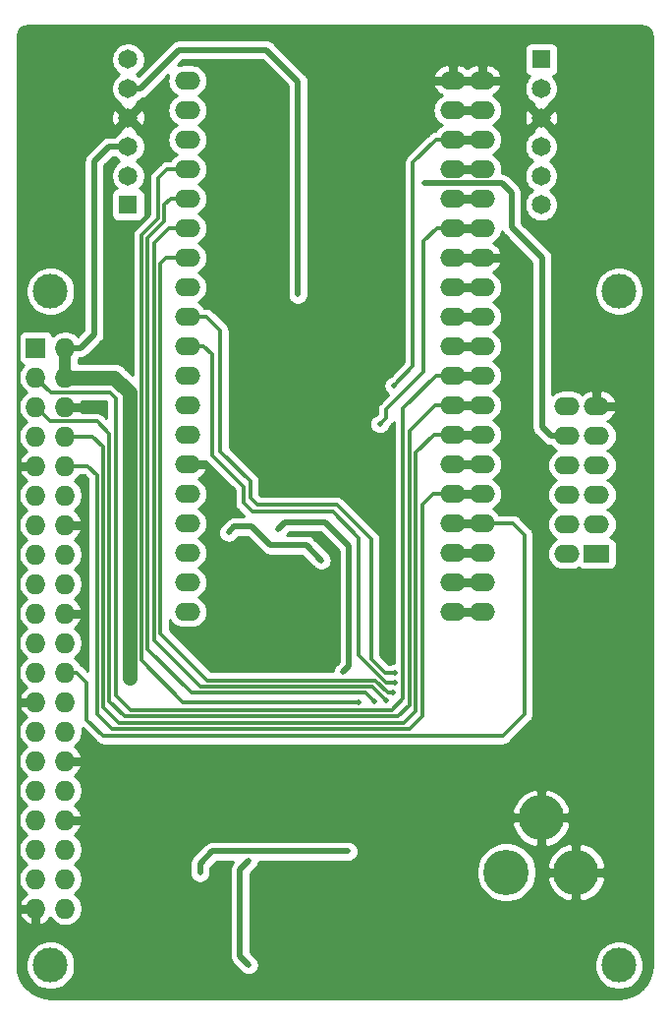
<source format=gbr>
%TF.GenerationSoftware,KiCad,Pcbnew,5.1.10-88a1d61d58~90~ubuntu20.04.1*%
%TF.CreationDate,2021-09-14T14:42:45-03:00*%
%TF.ProjectId,IAuto,49417574-6f2e-46b6-9963-61645f706362,rev?*%
%TF.SameCoordinates,Original*%
%TF.FileFunction,Copper,L2,Bot*%
%TF.FilePolarity,Positive*%
%FSLAX46Y46*%
G04 Gerber Fmt 4.6, Leading zero omitted, Abs format (unit mm)*
G04 Created by KiCad (PCBNEW 5.1.10-88a1d61d58~90~ubuntu20.04.1) date 2021-09-14 14:42:45*
%MOMM*%
%LPD*%
G01*
G04 APERTURE LIST*
%TA.AperFunction,ComponentPad*%
%ADD10O,2.199640X1.524000*%
%TD*%
%TA.AperFunction,ComponentPad*%
%ADD11R,1.650000X1.650000*%
%TD*%
%TA.AperFunction,ComponentPad*%
%ADD12C,1.650000*%
%TD*%
%TA.AperFunction,ComponentPad*%
%ADD13R,2.199640X1.524000*%
%TD*%
%TA.AperFunction,ComponentPad*%
%ADD14O,3.900000X3.900000*%
%TD*%
%TA.AperFunction,ComponentPad*%
%ADD15R,1.727200X1.727200*%
%TD*%
%TA.AperFunction,ComponentPad*%
%ADD16O,1.727200X1.727200*%
%TD*%
%TA.AperFunction,ComponentPad*%
%ADD17C,3.000000*%
%TD*%
%TA.AperFunction,ViaPad*%
%ADD18C,0.508000*%
%TD*%
%TA.AperFunction,ViaPad*%
%ADD19C,0.500000*%
%TD*%
%TA.AperFunction,Conductor*%
%ADD20C,0.762000*%
%TD*%
%TA.AperFunction,Conductor*%
%ADD21C,0.508000*%
%TD*%
%TA.AperFunction,Conductor*%
%ADD22C,1.016000*%
%TD*%
%TA.AperFunction,Conductor*%
%ADD23C,1.270000*%
%TD*%
%TA.AperFunction,Conductor*%
%ADD24C,0.304800*%
%TD*%
%TA.AperFunction,Conductor*%
%ADD25C,0.254000*%
%TD*%
%TA.AperFunction,Conductor*%
%ADD26C,0.100000*%
%TD*%
G04 APERTURE END LIST*
D10*
%TO.P,U1,30*%
%TO.N,/Logical Part/GPIO18*%
X162212000Y-64175000D03*
%TO.P,U1,35*%
%TO.N,Net-(U1-Pad35)*%
X162212000Y-51475000D03*
%TO.P,U1,34*%
%TO.N,Net-(U1-Pad34)*%
X162212000Y-54015000D03*
%TO.P,U1,37*%
%TO.N,AO2*%
X162212000Y-46395000D03*
%TO.P,U1,15*%
%TO.N,GND*%
X162212000Y-59095000D03*
%TO.P,U1,31*%
%TO.N,/Logical Part/GPIO19*%
X162212000Y-61635000D03*
%TO.P,U1,36*%
%TO.N,AIN1*%
X162212000Y-48935000D03*
%TO.P,U1,33*%
%TO.N,AIN2*%
X162212000Y-56555000D03*
%TO.P,U1,24*%
%TO.N,/Logical Part/RXD*%
X162212000Y-79415000D03*
%TO.P,U1,29*%
%TO.N,/Logical Part/GPIO5*%
X162212000Y-66715000D03*
%TO.P,U1,28*%
%TO.N,/Logical Part/SDA*%
X162212000Y-69255000D03*
%TO.P,U1,27*%
%TO.N,/Logical Part/SCL*%
X162212000Y-71795000D03*
%TO.P,U1,26*%
%TO.N,/Logical Part/TXD*%
X162212000Y-74335000D03*
%TO.P,U1,25*%
%TO.N,/Logical Part/GPIO0*%
X162212000Y-76875000D03*
%TO.P,U1,38*%
%TO.N,GND*%
X162212000Y-43855000D03*
%TO.P,U1,20*%
%TO.N,Net-(U1-Pad20)*%
X162212000Y-89575000D03*
%TO.P,U1,21*%
%TO.N,Net-(U1-Pad21)*%
X162212000Y-87035000D03*
%TO.P,U1,22*%
%TO.N,Net-(U1-Pad22)*%
X162212000Y-84495000D03*
%TO.P,U1,23*%
%TO.N,/Logical Part/CS*%
X162212000Y-81955000D03*
%TO.P,U1,17*%
%TO.N,N/C*%
X136812000Y-81955000D03*
%TO.P,U1,18*%
X136812000Y-84495000D03*
%TO.P,U1,19*%
X136812000Y-87035000D03*
%TO.P,U1,32*%
%TO.N,+5V*%
X136812000Y-89575000D03*
%TO.P,U1,16*%
%TO.N,/Logical Part/CLK*%
X136812000Y-79415000D03*
%TO.P,U1,9*%
%TO.N,BIN1*%
X136812000Y-61635000D03*
%TO.P,U1,8*%
%TO.N,/Logical Part/GPIO32*%
X136812000Y-59095000D03*
%TO.P,U1,7*%
%TO.N,/Logical Part/GPIO35*%
X136812000Y-56555000D03*
%TO.P,U1,4*%
%TO.N,AO1*%
X136812000Y-48935000D03*
%TO.P,U1,3*%
%TO.N,N/C*%
X136812000Y-46395000D03*
%TO.P,U1,6*%
%TO.N,/Logical Part/GPIO34*%
X136812000Y-54015000D03*
%TO.P,U1,5*%
%TO.N,GPIO39*%
X136812000Y-51475000D03*
%TO.P,U1,2*%
%TO.N,+3V3*%
X136812000Y-43855000D03*
%TO.P,U1,1*%
%TO.N,GND*%
X136812000Y-76875000D03*
%TO.P,U1,14*%
%TO.N,/Logical Part/MISO*%
X136812000Y-74335000D03*
%TO.P,U1,13*%
%TO.N,/Logical Part/MOSI*%
X136812000Y-71795000D03*
%TO.P,U1,12*%
%TO.N,BIN2*%
X136812000Y-69255000D03*
%TO.P,U1,11*%
%TO.N,/Logical Part/GPIO26*%
X136812000Y-66715000D03*
%TO.P,U1,10*%
%TO.N,/Logical Part/GPIO25*%
X136812000Y-64175000D03*
%TO.P,U1,28*%
%TO.N,/Logical Part/SDA*%
X159672000Y-69255000D03*
%TO.P,U1,23*%
%TO.N,/Logical Part/CS*%
X159672000Y-81955000D03*
%TO.P,U1,22*%
%TO.N,Net-(U1-Pad22)*%
X159672000Y-84495000D03*
%TO.P,U1,25*%
%TO.N,/Logical Part/GPIO0*%
X159672000Y-76875000D03*
%TO.P,U1,27*%
%TO.N,/Logical Part/SCL*%
X159672000Y-71795000D03*
%TO.P,U1,29*%
%TO.N,/Logical Part/GPIO5*%
X159672000Y-66715000D03*
%TO.P,U1,21*%
%TO.N,Net-(U1-Pad21)*%
X159672000Y-87035000D03*
%TO.P,U1,20*%
%TO.N,Net-(U1-Pad20)*%
X159672000Y-89575000D03*
%TO.P,U1,33*%
%TO.N,AIN2*%
X159672000Y-56555000D03*
%TO.P,U1,24*%
%TO.N,/Logical Part/RXD*%
X159672000Y-79415000D03*
%TO.P,U1,35*%
%TO.N,Net-(U1-Pad35)*%
X159672000Y-51475000D03*
%TO.P,U1,30*%
%TO.N,/Logical Part/GPIO18*%
X159672000Y-64175000D03*
%TO.P,U1,34*%
%TO.N,Net-(U1-Pad34)*%
X159672000Y-54015000D03*
%TO.P,U1,37*%
%TO.N,AO2*%
X159672000Y-46395000D03*
%TO.P,U1,15*%
%TO.N,GND*%
X159672000Y-59095000D03*
%TO.P,U1,38*%
X159672000Y-43855000D03*
%TO.P,U1,26*%
%TO.N,/Logical Part/TXD*%
X159672000Y-74335000D03*
%TO.P,U1,31*%
%TO.N,/Logical Part/GPIO19*%
X159672000Y-61635000D03*
%TO.P,U1,36*%
%TO.N,AIN1*%
X159672000Y-48935000D03*
%TD*%
D11*
%TO.P,J4,1*%
%TO.N,/Power Part/A1*%
X131700000Y-54550000D03*
D12*
%TO.P,J4,2*%
%TO.N,N/C*%
X131700000Y-52050000D03*
%TO.P,J4,3*%
%TO.N,+5V*%
X131700000Y-49550000D03*
%TO.P,J4,4*%
%TO.N,GND*%
X131700000Y-47050000D03*
%TO.P,J4,5*%
%TO.N,/Power Part/BOUT1*%
X131700000Y-44550000D03*
%TO.P,J4,6*%
%TO.N,Net-(F3-Pad2)*%
X131700000Y-42050000D03*
%TD*%
D10*
%TO.P,P2,6*%
%TO.N,/Logical Part/GPIO18*%
X169545000Y-79502000D03*
%TO.P,P2,10*%
%TO.N,/Logical Part/F+3.3V*%
X169545000Y-74422000D03*
%TO.P,P2,9*%
%TO.N,/Logical Part/GPIO34*%
X172085000Y-74422000D03*
%TO.P,P2,11*%
%TO.N,GND*%
X172085000Y-71882000D03*
%TO.P,P2,4*%
%TO.N,/Logical Part/GPIO5*%
X169545000Y-82042000D03*
%TO.P,P2,8*%
%TO.N,/Logical Part/GPIO19*%
X169545000Y-76962000D03*
D13*
%TO.P,P2,1*%
%TO.N,/Logical Part/GPIO25*%
X172085000Y-84582000D03*
D10*
%TO.P,P2,3*%
%TO.N,/Logical Part/GPIO26*%
X172085000Y-82042000D03*
%TO.P,P2,12*%
%TO.N,+5VF*%
X169545000Y-71882000D03*
%TO.P,P2,2*%
%TO.N,/Logical Part/GPIO0*%
X169545000Y-84582000D03*
%TO.P,P2,7*%
%TO.N,/Logical Part/GPIO35*%
X172085000Y-76962000D03*
%TO.P,P2,5*%
%TO.N,/Logical Part/GPIO32*%
X172085000Y-79502000D03*
%TD*%
D14*
%TO.P,J1,1*%
%TO.N,+BATT*%
X164300000Y-112000000D03*
%TO.P,J1,3*%
%TO.N,GND*%
X167300000Y-107300000D03*
%TO.P,J1,2*%
X170300000Y-112000000D03*
%TD*%
D11*
%TO.P,J5,1*%
%TO.N,/Power Part/A2*%
X167300000Y-42050000D03*
D12*
%TO.P,J5,2*%
%TO.N,N/C*%
X167300000Y-44550000D03*
%TO.P,J5,3*%
%TO.N,GND*%
X167300000Y-47050000D03*
%TO.P,J5,4*%
%TO.N,+5V*%
X167300000Y-49550000D03*
%TO.P,J5,5*%
%TO.N,/Power Part/AOUT2*%
X167300000Y-52050000D03*
%TO.P,J5,6*%
%TO.N,Net-(F4-Pad2)*%
X167300000Y-54550000D03*
%TD*%
D15*
%TO.P,P1,1*%
%TO.N,N/C*%
X123730000Y-66870000D03*
D16*
%TO.P,P1,2*%
%TO.N,+5V*%
X126270000Y-66870000D03*
%TO.P,P1,3*%
%TO.N,/Logical Part/SDA*%
X123730000Y-69410000D03*
%TO.P,P1,4*%
%TO.N,+5V*%
X126270000Y-69410000D03*
%TO.P,P1,5*%
%TO.N,/Logical Part/SCL*%
X123730000Y-71950000D03*
%TO.P,P1,6*%
%TO.N,GND*%
X126270000Y-71950000D03*
%TO.P,P1,7*%
%TO.N,N/C*%
X123730000Y-74490000D03*
%TO.P,P1,8*%
%TO.N,/Logical Part/TXD*%
X126270000Y-74490000D03*
%TO.P,P1,9*%
%TO.N,GND*%
X123730000Y-77030000D03*
%TO.P,P1,10*%
%TO.N,/Logical Part/RXD*%
X126270000Y-77030000D03*
%TO.P,P1,11*%
%TO.N,N/C*%
X123730000Y-79570000D03*
%TO.P,P1,12*%
X126270000Y-79570000D03*
%TO.P,P1,13*%
X123730000Y-82110000D03*
%TO.P,P1,14*%
%TO.N,GND*%
X126270000Y-82110000D03*
%TO.P,P1,15*%
%TO.N,N/C*%
X123730000Y-84650000D03*
%TO.P,P1,16*%
X126270000Y-84650000D03*
%TO.P,P1,17*%
X123730000Y-87190000D03*
%TO.P,P1,18*%
X126270000Y-87190000D03*
%TO.P,P1,19*%
%TO.N,/Logical Part/MOSI*%
X123730000Y-89730000D03*
%TO.P,P1,20*%
%TO.N,GND*%
X126270000Y-89730000D03*
%TO.P,P1,21*%
%TO.N,/Logical Part/MISO*%
X123730000Y-92270000D03*
%TO.P,P1,22*%
%TO.N,N/C*%
X126270000Y-92270000D03*
%TO.P,P1,23*%
%TO.N,/Logical Part/CLK*%
X123730000Y-94810000D03*
%TO.P,P1,24*%
%TO.N,/Logical Part/CS*%
X126270000Y-94810000D03*
%TO.P,P1,25*%
%TO.N,GND*%
X123730000Y-97350000D03*
%TO.P,P1,26*%
%TO.N,N/C*%
X126270000Y-97350000D03*
%TO.P,P1,27*%
X123730000Y-99890000D03*
%TO.P,P1,28*%
X126270000Y-99890000D03*
%TO.P,P1,29*%
X123730000Y-102430000D03*
%TO.P,P1,30*%
%TO.N,GND*%
X126270000Y-102430000D03*
%TO.P,P1,31*%
%TO.N,N/C*%
X123730000Y-104970000D03*
%TO.P,P1,32*%
X126270000Y-104970000D03*
%TO.P,P1,33*%
X123730000Y-107510000D03*
%TO.P,P1,34*%
%TO.N,GND*%
X126270000Y-107510000D03*
%TO.P,P1,35*%
%TO.N,N/C*%
X123730000Y-110050000D03*
%TO.P,P1,36*%
X126270000Y-110050000D03*
%TO.P,P1,37*%
X123730000Y-112590000D03*
%TO.P,P1,38*%
X126270000Y-112590000D03*
%TO.P,P1,39*%
%TO.N,GND*%
X123730000Y-115130000D03*
%TO.P,P1,40*%
%TO.N,N/C*%
X126270000Y-115130000D03*
%TD*%
D17*
%TO.P,J9,1*%
%TO.N,N/C*%
X174000000Y-120000000D03*
%TD*%
%TO.P,J8,1*%
%TO.N,N/C*%
X125000000Y-120000000D03*
%TD*%
%TO.P,J7,1*%
%TO.N,N/C*%
X125000000Y-62000000D03*
%TD*%
%TO.P,J6,1*%
%TO.N,N/C*%
X174000000Y-62000000D03*
%TD*%
D18*
%TO.N,GND*%
X145775400Y-91738000D03*
X146475400Y-91738000D03*
X145075400Y-91738000D03*
X146475400Y-91038000D03*
X144375400Y-91738000D03*
X147200000Y-113950000D03*
X146500000Y-113950000D03*
X145800000Y-113950000D03*
X145800000Y-113250000D03*
X146500000Y-113250000D03*
X147200000Y-113250000D03*
X145800000Y-112550000D03*
X146500000Y-112550000D03*
X147200000Y-112550000D03*
X146500000Y-111850000D03*
X145800000Y-111850000D03*
X147200000Y-111850000D03*
X149150000Y-116700000D03*
X149150000Y-117400000D03*
X149150000Y-118100000D03*
X148450000Y-117450000D03*
X148450000Y-118100000D03*
X147750000Y-117450000D03*
X147750000Y-118100000D03*
X148450000Y-118800000D03*
X147750000Y-118800000D03*
X147750000Y-116700000D03*
X148450000Y-116700000D03*
X149150000Y-118800000D03*
X144375400Y-91038000D03*
X146475400Y-90338000D03*
X145775400Y-91038000D03*
X145075400Y-91038000D03*
X145775400Y-90338000D03*
X145075400Y-90338000D03*
X144375400Y-90338000D03*
D19*
X147900000Y-78600000D03*
X148650000Y-78600000D03*
X148650000Y-77900000D03*
X147900000Y-77900000D03*
D18*
X141350000Y-62400000D03*
X142050000Y-62400000D03*
X142050000Y-63100000D03*
X141350000Y-63100000D03*
X141150000Y-72750000D03*
X141150000Y-70850000D03*
%TO.N,/Power Part/OUT_BAT*%
X137890000Y-112060000D03*
X150670000Y-110200000D03*
X144650000Y-82450000D03*
X150242547Y-94743547D03*
%TO.N,Net-(C5-Pad2)*%
X142090000Y-111010000D03*
X142090000Y-119970000D03*
%TO.N,Net-(C6-Pad2)*%
X140350000Y-82750000D03*
X148350000Y-85150000D03*
%TO.N,+5V*%
X131800600Y-95250000D03*
%TO.N,/Logical Part/F+3.3V*%
X157200600Y-52705000D03*
%TO.N,/Power Part/BOUT1*%
X146329400Y-62280800D03*
D19*
%TO.N,/Logical Part/GPIO26*%
X154711400Y-95656400D03*
D18*
%TO.N,AIN2*%
X153390600Y-73406000D03*
%TO.N,AIN1*%
X154584400Y-70104000D03*
%TO.N,/Logical Part/GPIO32*%
X154533600Y-96570800D03*
D19*
%TO.N,/Logical Part/GPIO25*%
X154711400Y-94843600D03*
%TO.N,/Logical Part/GPIO35*%
X153974800Y-97205800D03*
%TO.N,/Logical Part/GPIO34*%
X152882600Y-97332800D03*
%TO.N,GPIO39*%
X151600000Y-97350000D03*
%TD*%
D20*
%TO.N,GND*%
X159672000Y-43855000D02*
X162212000Y-43855000D01*
X162212000Y-59095000D02*
X159672000Y-59095000D01*
D21*
%TO.N,/Power Part/OUT_BAT*%
X137890000Y-112060000D02*
X137890000Y-111270000D01*
X150667192Y-110197192D02*
X150670000Y-110200000D01*
X138962808Y-110197192D02*
X150667192Y-110197192D01*
X137890000Y-111270000D02*
X138962808Y-110197192D01*
X148650000Y-81850000D02*
X145250000Y-81850000D01*
X150750000Y-83950000D02*
X148650000Y-81850000D01*
X150750000Y-94250000D02*
X150750000Y-83950000D01*
X145250000Y-81850000D02*
X144650000Y-82450000D01*
X150242547Y-94743547D02*
X150750000Y-94250000D01*
%TO.N,Net-(C5-Pad2)*%
X142090000Y-111010000D02*
X141360000Y-111740000D01*
X141360000Y-119240000D02*
X142090000Y-119970000D01*
X141360000Y-111740000D02*
X141360000Y-119240000D01*
%TO.N,Net-(C6-Pad2)*%
X140350000Y-82750000D02*
X140850000Y-82250000D01*
X140850000Y-82250000D02*
X142350000Y-82250000D01*
X142350000Y-82250000D02*
X143950000Y-83850000D01*
X147050000Y-83850000D02*
X148350000Y-85150000D01*
X143950000Y-83850000D02*
X147050000Y-83850000D01*
D22*
%TO.N,+5V*%
X126270000Y-66870000D02*
X126270000Y-69410000D01*
D21*
X126270000Y-66870000D02*
X127592400Y-66870000D01*
X127592400Y-66870000D02*
X128778000Y-65684400D01*
X128778000Y-65684400D02*
X128778000Y-50825400D01*
X130053400Y-49550000D02*
X131700000Y-49550000D01*
X128778000Y-50825400D02*
X130053400Y-49550000D01*
D23*
X130471600Y-69410000D02*
X131800600Y-70739000D01*
X131800600Y-70739000D02*
X131800600Y-95250000D01*
X126270000Y-69410000D02*
X130471600Y-69410000D01*
D21*
%TO.N,/Logical Part/F+3.3V*%
X169545000Y-74422000D02*
X168122600Y-74422000D01*
X168122600Y-74422000D02*
X167386000Y-73685400D01*
X167386000Y-73685400D02*
X167386000Y-59131200D01*
X167386000Y-59131200D02*
X164744400Y-56489600D01*
X164744400Y-56489600D02*
X164744400Y-53492400D01*
X164744400Y-53492400D02*
X163957000Y-52705000D01*
X163957000Y-52705000D02*
X157200600Y-52705000D01*
%TO.N,/Power Part/BOUT1*%
X146329400Y-43916600D02*
X146329400Y-62280800D01*
X143637000Y-41224200D02*
X146329400Y-43916600D01*
X136067800Y-41224200D02*
X143637000Y-41224200D01*
X132742000Y-44550000D02*
X136067800Y-41224200D01*
X131700000Y-44550000D02*
X132742000Y-44550000D01*
D20*
%TO.N,/Logical Part/CS*%
X159672000Y-81955000D02*
X162212000Y-81955000D01*
D24*
X165850000Y-82950000D02*
X164855000Y-81955000D01*
X165850000Y-98437000D02*
X165850000Y-82950000D01*
X164007800Y-100279200D02*
X165850000Y-98437000D01*
X128150000Y-98889200D02*
X129540000Y-100279200D01*
X164855000Y-81955000D02*
X162212000Y-81955000D01*
X129540000Y-100279200D02*
X164007800Y-100279200D01*
X128150000Y-95700000D02*
X128150000Y-98889200D01*
X127260000Y-94810000D02*
X128150000Y-95700000D01*
X126270000Y-94810000D02*
X127260000Y-94810000D01*
D20*
%TO.N,/Logical Part/RXD*%
X162212000Y-79415000D02*
X159672000Y-79415000D01*
D24*
X157985000Y-79415000D02*
X159672000Y-79415000D01*
X155925600Y-99700000D02*
X157050000Y-98575600D01*
X157050000Y-98575600D02*
X157050000Y-80350000D01*
X130281600Y-99700000D02*
X155925600Y-99700000D01*
X157050000Y-80350000D02*
X157985000Y-79415000D01*
X129000000Y-98418400D02*
X130281600Y-99700000D01*
X129000000Y-77793600D02*
X129000000Y-98418400D01*
X128236400Y-77030000D02*
X129000000Y-77793600D01*
X126270000Y-77030000D02*
X128236400Y-77030000D01*
D20*
%TO.N,/Logical Part/TXD*%
X162212000Y-74335000D02*
X159672000Y-74335000D01*
D24*
X156500000Y-75900000D02*
X158065000Y-74335000D01*
X156500000Y-98109600D02*
X156500000Y-75900000D01*
X155459600Y-99150000D02*
X156500000Y-98109600D01*
X154900000Y-99150000D02*
X155459600Y-99150000D01*
X131495800Y-99161600D02*
X154900000Y-99150000D01*
X130911600Y-99161600D02*
X131495800Y-99161600D01*
X129540000Y-75387200D02*
X129540000Y-97790000D01*
X158065000Y-74335000D02*
X159672000Y-74335000D01*
X129540000Y-97790000D02*
X130911600Y-99161600D01*
X128642800Y-74490000D02*
X129540000Y-75387200D01*
X126270000Y-74490000D02*
X128642800Y-74490000D01*
D20*
%TO.N,/Logical Part/SCL*%
X159672000Y-71795000D02*
X162212000Y-71795000D01*
D24*
X158155000Y-71795000D02*
X159672000Y-71795000D01*
X155950000Y-97618200D02*
X155950000Y-74000000D01*
X154968200Y-98600000D02*
X155950000Y-97618200D01*
X130098800Y-97298800D02*
X131400000Y-98600000D01*
X130098800Y-74269600D02*
X130098800Y-97298800D01*
X129032000Y-73202800D02*
X130098800Y-74269600D01*
X131400000Y-98600000D02*
X154968200Y-98600000D01*
X125018800Y-73202800D02*
X129032000Y-73202800D01*
X155950000Y-74000000D02*
X158155000Y-71795000D01*
X123766000Y-71950000D02*
X125018800Y-73202800D01*
X123730000Y-71950000D02*
X123766000Y-71950000D01*
D20*
%TO.N,/Logical Part/SDA*%
X162212000Y-69255000D02*
X159672000Y-69255000D01*
D24*
X130100000Y-70700000D02*
X125020000Y-70700000D01*
X130628400Y-71228400D02*
X130100000Y-70700000D01*
X131908200Y-98050000D02*
X130628400Y-96770200D01*
X154400000Y-98050000D02*
X131908200Y-98050000D01*
X130628400Y-96770200D02*
X130628400Y-71228400D01*
X155400000Y-97050000D02*
X154400000Y-98050000D01*
X155400000Y-72100000D02*
X155400000Y-97050000D01*
X158245000Y-69255000D02*
X155400000Y-72100000D01*
X125020000Y-70700000D02*
X123730000Y-69410000D01*
X159672000Y-69255000D02*
X158245000Y-69255000D01*
%TO.N,/Logical Part/GPIO26*%
X138215000Y-66715000D02*
X136812000Y-66715000D01*
X138950000Y-67450000D02*
X138215000Y-66715000D01*
X138950000Y-76100000D02*
X138950000Y-67450000D01*
X141650000Y-78800000D02*
X138950000Y-76100000D01*
X141650000Y-80204354D02*
X141650000Y-78800000D01*
X149350000Y-80950000D02*
X142395646Y-80950000D01*
X142395646Y-80950000D02*
X141650000Y-80204354D01*
X151600000Y-83200000D02*
X149350000Y-80950000D01*
X153924000Y-95656400D02*
X151600000Y-93332400D01*
X154711400Y-95656400D02*
X153924000Y-95656400D01*
X151600000Y-93332400D02*
X151600000Y-83200000D01*
D20*
%TO.N,/Logical Part/GPIO0*%
X159672000Y-76875000D02*
X162212000Y-76875000D01*
%TO.N,AIN2*%
X159672000Y-56555000D02*
X162212000Y-56555000D01*
D24*
X159672000Y-56555000D02*
X158303600Y-56555000D01*
X158303600Y-56555000D02*
X157175200Y-57683400D01*
X157175200Y-57683400D02*
X157175200Y-68935600D01*
X157175200Y-68935600D02*
X153924000Y-72186800D01*
X153924000Y-72872600D02*
X153390600Y-73406000D01*
X153924000Y-72186800D02*
X153924000Y-72872600D01*
D20*
%TO.N,AIN1*%
X159672000Y-48935000D02*
X162212000Y-48935000D01*
D24*
X159672000Y-48935000D02*
X158252800Y-48935000D01*
X158252800Y-48935000D02*
X156260800Y-50927000D01*
X156260800Y-68427600D02*
X154584400Y-70104000D01*
X156260800Y-50927000D02*
X156260800Y-68427600D01*
D20*
%TO.N,AO2*%
X162212000Y-46395000D02*
X159672000Y-46395000D01*
%TO.N,/Logical Part/GPIO5*%
X162212000Y-66715000D02*
X159672000Y-66715000D01*
D24*
%TO.N,/Logical Part/GPIO32*%
X138557000Y-95478600D02*
X153009600Y-95478600D01*
X154101800Y-96570800D02*
X154533600Y-96570800D01*
X153009600Y-95478600D02*
X154101800Y-96570800D01*
X136812000Y-59095000D02*
X134986400Y-59095000D01*
X134986400Y-59095000D02*
X134493000Y-59588400D01*
X134493000Y-91414600D02*
X138557000Y-95478600D01*
X134493000Y-59588400D02*
X134493000Y-91414600D01*
%TO.N,/Logical Part/GPIO25*%
X138425000Y-64175000D02*
X136812000Y-64175000D01*
X142250000Y-78350000D02*
X139650000Y-75750000D01*
X142250000Y-79800000D02*
X142250000Y-78350000D01*
X142850000Y-80400000D02*
X142250000Y-79800000D01*
X139650000Y-65400000D02*
X138425000Y-64175000D01*
X139650000Y-75750000D02*
X139650000Y-65400000D01*
X149700000Y-80400000D02*
X142850000Y-80400000D01*
X152654000Y-83354000D02*
X149700000Y-80400000D01*
X152654000Y-93662500D02*
X152654000Y-83354000D01*
X153835100Y-94843600D02*
X152654000Y-93662500D01*
X154711400Y-94843600D02*
X153835100Y-94843600D01*
D20*
%TO.N,Net-(U1-Pad22)*%
X162212000Y-84495000D02*
X159672000Y-84495000D01*
%TO.N,Net-(U1-Pad21)*%
X159672000Y-87035000D02*
X162212000Y-87035000D01*
%TO.N,Net-(U1-Pad20)*%
X162212000Y-89575000D02*
X159672000Y-89575000D01*
%TO.N,Net-(U1-Pad34)*%
X162212000Y-54015000D02*
X159672000Y-54015000D01*
%TO.N,Net-(U1-Pad35)*%
X162212000Y-51475000D02*
X159672000Y-51475000D01*
D24*
%TO.N,/Logical Part/GPIO35*%
X152781000Y-96012000D02*
X153974800Y-97205800D01*
X137922000Y-96012000D02*
X152781000Y-96012000D01*
X136812000Y-56555000D02*
X135215000Y-56555000D01*
X135215000Y-56555000D02*
X133934200Y-57835800D01*
X133934200Y-92024200D02*
X137922000Y-96012000D01*
X133934200Y-57835800D02*
X133934200Y-92024200D01*
D20*
%TO.N,/Logical Part/GPIO18*%
X159672000Y-64175000D02*
X162212000Y-64175000D01*
D24*
%TO.N,/Logical Part/GPIO34*%
X152882600Y-97332800D02*
X152873400Y-97332800D01*
X152120600Y-96570800D02*
X152882600Y-97332800D01*
X137185400Y-96570800D02*
X152120600Y-96570800D01*
X136812000Y-54015000D02*
X135367400Y-54015000D01*
X135367400Y-54015000D02*
X134823200Y-54559200D01*
X134823200Y-54559200D02*
X134823200Y-55956200D01*
X134823200Y-55956200D02*
X133400800Y-57378600D01*
X133400800Y-92786200D02*
X137185400Y-96570800D01*
X133400800Y-57378600D02*
X133400800Y-92786200D01*
D20*
%TO.N,/Logical Part/GPIO19*%
X162212000Y-61635000D02*
X159672000Y-61635000D01*
D24*
%TO.N,GPIO39*%
X136847000Y-97350000D02*
X151600000Y-97350000D01*
X136812000Y-51475000D02*
X135088000Y-51475000D01*
X135088000Y-51475000D02*
X134289800Y-52273200D01*
X134289800Y-52273200D02*
X134289800Y-55727600D01*
X134289800Y-55727600D02*
X132842000Y-57175400D01*
X132842000Y-57175400D02*
X132842000Y-93751400D01*
X136440600Y-97350000D02*
X136847000Y-97350000D01*
X132842000Y-93751400D02*
X136440600Y-97350000D01*
%TD*%
D25*
%TO.N,GND*%
X176162540Y-39179102D02*
X176318894Y-39226308D01*
X176463096Y-39302982D01*
X176589663Y-39406207D01*
X176693769Y-39532051D01*
X176771447Y-39675711D01*
X176819742Y-39831729D01*
X176840001Y-40024482D01*
X176840000Y-119967721D01*
X176782808Y-120551010D01*
X176622783Y-121081036D01*
X176362860Y-121569880D01*
X176012935Y-121998931D01*
X175586335Y-122351845D01*
X175099320Y-122615173D01*
X174570422Y-122778894D01*
X173989040Y-122840000D01*
X125032279Y-122840000D01*
X124448990Y-122782808D01*
X123918964Y-122622783D01*
X123430120Y-122362860D01*
X123001069Y-122012935D01*
X122648155Y-121586335D01*
X122384827Y-121099320D01*
X122221106Y-120570422D01*
X122160000Y-119989040D01*
X122160000Y-119789721D01*
X122865000Y-119789721D01*
X122865000Y-120210279D01*
X122947047Y-120622756D01*
X123107988Y-121011302D01*
X123341637Y-121360983D01*
X123639017Y-121658363D01*
X123988698Y-121892012D01*
X124377244Y-122052953D01*
X124789721Y-122135000D01*
X125210279Y-122135000D01*
X125622756Y-122052953D01*
X126011302Y-121892012D01*
X126360983Y-121658363D01*
X126658363Y-121360983D01*
X126892012Y-121011302D01*
X127052953Y-120622756D01*
X127135000Y-120210279D01*
X127135000Y-119789721D01*
X127052953Y-119377244D01*
X126892012Y-118988698D01*
X126658363Y-118639017D01*
X126360983Y-118341637D01*
X126011302Y-118107988D01*
X125622756Y-117947047D01*
X125210279Y-117865000D01*
X124789721Y-117865000D01*
X124377244Y-117947047D01*
X123988698Y-118107988D01*
X123639017Y-118341637D01*
X123341637Y-118639017D01*
X123107988Y-118988698D01*
X122947047Y-119377244D01*
X122865000Y-119789721D01*
X122160000Y-119789721D01*
X122160000Y-115611914D01*
X122311000Y-115611914D01*
X122385844Y-115792625D01*
X122540943Y-116042125D01*
X122741737Y-116256572D01*
X122980510Y-116427726D01*
X123248085Y-116549009D01*
X123476000Y-116448177D01*
X123476000Y-115384000D01*
X122414446Y-115384000D01*
X122311000Y-115611914D01*
X122160000Y-115611914D01*
X122160000Y-66006400D01*
X122228328Y-66006400D01*
X122228328Y-67733600D01*
X122240588Y-67858082D01*
X122276898Y-67977780D01*
X122335863Y-68088094D01*
X122415215Y-68184785D01*
X122511906Y-68264137D01*
X122622220Y-68323102D01*
X122680023Y-68340636D01*
X122565961Y-68454698D01*
X122401958Y-68700147D01*
X122288990Y-68972875D01*
X122231400Y-69262401D01*
X122231400Y-69557599D01*
X122288990Y-69847125D01*
X122401958Y-70119853D01*
X122565961Y-70365302D01*
X122774698Y-70574039D01*
X122933281Y-70680000D01*
X122774698Y-70785961D01*
X122565961Y-70994698D01*
X122401958Y-71240147D01*
X122288990Y-71512875D01*
X122231400Y-71802401D01*
X122231400Y-72097599D01*
X122288990Y-72387125D01*
X122401958Y-72659853D01*
X122565961Y-72905302D01*
X122774698Y-73114039D01*
X122933281Y-73220000D01*
X122774698Y-73325961D01*
X122565961Y-73534698D01*
X122401958Y-73780147D01*
X122288990Y-74052875D01*
X122231400Y-74342401D01*
X122231400Y-74637599D01*
X122288990Y-74927125D01*
X122401958Y-75199853D01*
X122565961Y-75445302D01*
X122774698Y-75654039D01*
X122937705Y-75762957D01*
X122741737Y-75903428D01*
X122540943Y-76117875D01*
X122385844Y-76367375D01*
X122311000Y-76548086D01*
X122414446Y-76776000D01*
X123476000Y-76776000D01*
X123476000Y-76756000D01*
X123984000Y-76756000D01*
X123984000Y-76776000D01*
X124004000Y-76776000D01*
X124004000Y-77284000D01*
X123984000Y-77284000D01*
X123984000Y-77304000D01*
X123476000Y-77304000D01*
X123476000Y-77284000D01*
X122414446Y-77284000D01*
X122311000Y-77511914D01*
X122385844Y-77692625D01*
X122540943Y-77942125D01*
X122741737Y-78156572D01*
X122937705Y-78297043D01*
X122774698Y-78405961D01*
X122565961Y-78614698D01*
X122401958Y-78860147D01*
X122288990Y-79132875D01*
X122231400Y-79422401D01*
X122231400Y-79717599D01*
X122288990Y-80007125D01*
X122401958Y-80279853D01*
X122565961Y-80525302D01*
X122774698Y-80734039D01*
X122933281Y-80840000D01*
X122774698Y-80945961D01*
X122565961Y-81154698D01*
X122401958Y-81400147D01*
X122288990Y-81672875D01*
X122231400Y-81962401D01*
X122231400Y-82257599D01*
X122288990Y-82547125D01*
X122401958Y-82819853D01*
X122565961Y-83065302D01*
X122774698Y-83274039D01*
X122933281Y-83380000D01*
X122774698Y-83485961D01*
X122565961Y-83694698D01*
X122401958Y-83940147D01*
X122288990Y-84212875D01*
X122231400Y-84502401D01*
X122231400Y-84797599D01*
X122288990Y-85087125D01*
X122401958Y-85359853D01*
X122565961Y-85605302D01*
X122774698Y-85814039D01*
X122933281Y-85920000D01*
X122774698Y-86025961D01*
X122565961Y-86234698D01*
X122401958Y-86480147D01*
X122288990Y-86752875D01*
X122231400Y-87042401D01*
X122231400Y-87337599D01*
X122288990Y-87627125D01*
X122401958Y-87899853D01*
X122565961Y-88145302D01*
X122774698Y-88354039D01*
X122933281Y-88460000D01*
X122774698Y-88565961D01*
X122565961Y-88774698D01*
X122401958Y-89020147D01*
X122288990Y-89292875D01*
X122231400Y-89582401D01*
X122231400Y-89877599D01*
X122288990Y-90167125D01*
X122401958Y-90439853D01*
X122565961Y-90685302D01*
X122774698Y-90894039D01*
X122933281Y-91000000D01*
X122774698Y-91105961D01*
X122565961Y-91314698D01*
X122401958Y-91560147D01*
X122288990Y-91832875D01*
X122231400Y-92122401D01*
X122231400Y-92417599D01*
X122288990Y-92707125D01*
X122401958Y-92979853D01*
X122565961Y-93225302D01*
X122774698Y-93434039D01*
X122933281Y-93540000D01*
X122774698Y-93645961D01*
X122565961Y-93854698D01*
X122401958Y-94100147D01*
X122288990Y-94372875D01*
X122231400Y-94662401D01*
X122231400Y-94957599D01*
X122288990Y-95247125D01*
X122401958Y-95519853D01*
X122565961Y-95765302D01*
X122774698Y-95974039D01*
X122937705Y-96082957D01*
X122741737Y-96223428D01*
X122540943Y-96437875D01*
X122385844Y-96687375D01*
X122311000Y-96868086D01*
X122414446Y-97096000D01*
X123476000Y-97096000D01*
X123476000Y-97076000D01*
X123984000Y-97076000D01*
X123984000Y-97096000D01*
X124004000Y-97096000D01*
X124004000Y-97604000D01*
X123984000Y-97604000D01*
X123984000Y-97624000D01*
X123476000Y-97624000D01*
X123476000Y-97604000D01*
X122414446Y-97604000D01*
X122311000Y-97831914D01*
X122385844Y-98012625D01*
X122540943Y-98262125D01*
X122741737Y-98476572D01*
X122937705Y-98617043D01*
X122774698Y-98725961D01*
X122565961Y-98934698D01*
X122401958Y-99180147D01*
X122288990Y-99452875D01*
X122231400Y-99742401D01*
X122231400Y-100037599D01*
X122288990Y-100327125D01*
X122401958Y-100599853D01*
X122565961Y-100845302D01*
X122774698Y-101054039D01*
X122933281Y-101160000D01*
X122774698Y-101265961D01*
X122565961Y-101474698D01*
X122401958Y-101720147D01*
X122288990Y-101992875D01*
X122231400Y-102282401D01*
X122231400Y-102577599D01*
X122288990Y-102867125D01*
X122401958Y-103139853D01*
X122565961Y-103385302D01*
X122774698Y-103594039D01*
X122933281Y-103700000D01*
X122774698Y-103805961D01*
X122565961Y-104014698D01*
X122401958Y-104260147D01*
X122288990Y-104532875D01*
X122231400Y-104822401D01*
X122231400Y-105117599D01*
X122288990Y-105407125D01*
X122401958Y-105679853D01*
X122565961Y-105925302D01*
X122774698Y-106134039D01*
X122933281Y-106240000D01*
X122774698Y-106345961D01*
X122565961Y-106554698D01*
X122401958Y-106800147D01*
X122288990Y-107072875D01*
X122231400Y-107362401D01*
X122231400Y-107657599D01*
X122288990Y-107947125D01*
X122401958Y-108219853D01*
X122565961Y-108465302D01*
X122774698Y-108674039D01*
X122933281Y-108780000D01*
X122774698Y-108885961D01*
X122565961Y-109094698D01*
X122401958Y-109340147D01*
X122288990Y-109612875D01*
X122231400Y-109902401D01*
X122231400Y-110197599D01*
X122288990Y-110487125D01*
X122401958Y-110759853D01*
X122565961Y-111005302D01*
X122774698Y-111214039D01*
X122933281Y-111320000D01*
X122774698Y-111425961D01*
X122565961Y-111634698D01*
X122401958Y-111880147D01*
X122288990Y-112152875D01*
X122231400Y-112442401D01*
X122231400Y-112737599D01*
X122288990Y-113027125D01*
X122401958Y-113299853D01*
X122565961Y-113545302D01*
X122774698Y-113754039D01*
X122937705Y-113862957D01*
X122741737Y-114003428D01*
X122540943Y-114217875D01*
X122385844Y-114467375D01*
X122311000Y-114648086D01*
X122414446Y-114876000D01*
X123476000Y-114876000D01*
X123476000Y-114856000D01*
X123984000Y-114856000D01*
X123984000Y-114876000D01*
X124004000Y-114876000D01*
X124004000Y-115384000D01*
X123984000Y-115384000D01*
X123984000Y-116448177D01*
X124211915Y-116549009D01*
X124479490Y-116427726D01*
X124718263Y-116256572D01*
X124919057Y-116042125D01*
X124995233Y-115919585D01*
X125105961Y-116085302D01*
X125314698Y-116294039D01*
X125560147Y-116458042D01*
X125832875Y-116571010D01*
X126122401Y-116628600D01*
X126417599Y-116628600D01*
X126707125Y-116571010D01*
X126979853Y-116458042D01*
X127225302Y-116294039D01*
X127434039Y-116085302D01*
X127598042Y-115839853D01*
X127711010Y-115567125D01*
X127768600Y-115277599D01*
X127768600Y-114982401D01*
X127711010Y-114692875D01*
X127598042Y-114420147D01*
X127434039Y-114174698D01*
X127225302Y-113965961D01*
X127066719Y-113860000D01*
X127225302Y-113754039D01*
X127434039Y-113545302D01*
X127598042Y-113299853D01*
X127711010Y-113027125D01*
X127768600Y-112737599D01*
X127768600Y-112442401D01*
X127711010Y-112152875D01*
X127598042Y-111880147D01*
X127434039Y-111634698D01*
X127225302Y-111425961D01*
X127066719Y-111320000D01*
X127141549Y-111270000D01*
X136996700Y-111270000D01*
X137001000Y-111313660D01*
X137001000Y-112147559D01*
X137009563Y-112190610D01*
X137013864Y-112234273D01*
X137026600Y-112276260D01*
X137035164Y-112319312D01*
X137051960Y-112359860D01*
X137064697Y-112401850D01*
X137085384Y-112440552D01*
X137102179Y-112481099D01*
X137126561Y-112517589D01*
X137147247Y-112556290D01*
X137175085Y-112590211D01*
X137199469Y-112626704D01*
X137230502Y-112657737D01*
X137258341Y-112691659D01*
X137292264Y-112719499D01*
X137323296Y-112750531D01*
X137359785Y-112774912D01*
X137393709Y-112802753D01*
X137432415Y-112823442D01*
X137468901Y-112847821D01*
X137509443Y-112864614D01*
X137548149Y-112885303D01*
X137590143Y-112898041D01*
X137630688Y-112914836D01*
X137673737Y-112923399D01*
X137715726Y-112936136D01*
X137759391Y-112940437D01*
X137802441Y-112949000D01*
X137846333Y-112949000D01*
X137890000Y-112953301D01*
X137933667Y-112949000D01*
X137977559Y-112949000D01*
X138020610Y-112940437D01*
X138064273Y-112936136D01*
X138106260Y-112923400D01*
X138149312Y-112914836D01*
X138189860Y-112898040D01*
X138231850Y-112885303D01*
X138270552Y-112864616D01*
X138311099Y-112847821D01*
X138347589Y-112823439D01*
X138386290Y-112802753D01*
X138420211Y-112774915D01*
X138456704Y-112750531D01*
X138487737Y-112719498D01*
X138521659Y-112691659D01*
X138549499Y-112657736D01*
X138580531Y-112626704D01*
X138604912Y-112590215D01*
X138632753Y-112556291D01*
X138653442Y-112517585D01*
X138677821Y-112481099D01*
X138694614Y-112440557D01*
X138715303Y-112401851D01*
X138728041Y-112359857D01*
X138744836Y-112319312D01*
X138753399Y-112276263D01*
X138766136Y-112234274D01*
X138770437Y-112190609D01*
X138779000Y-112147559D01*
X138779000Y-111638235D01*
X139331044Y-111086192D01*
X140755330Y-111086192D01*
X140728341Y-111108341D01*
X140617247Y-111243710D01*
X140534697Y-111398150D01*
X140483864Y-111565727D01*
X140471000Y-111696334D01*
X140471000Y-111696340D01*
X140466700Y-111740000D01*
X140471000Y-111783660D01*
X140471001Y-119196330D01*
X140466700Y-119240000D01*
X140483864Y-119414274D01*
X140534698Y-119581852D01*
X140617248Y-119736291D01*
X140693552Y-119829267D01*
X140728342Y-119871659D01*
X140762259Y-119899494D01*
X141492259Y-120629495D01*
X141492265Y-120629500D01*
X141523296Y-120660531D01*
X141559785Y-120684912D01*
X141593708Y-120712752D01*
X141632412Y-120733440D01*
X141668901Y-120757821D01*
X141709444Y-120774614D01*
X141748147Y-120795302D01*
X141790141Y-120808041D01*
X141830688Y-120824836D01*
X141873736Y-120833399D01*
X141915725Y-120846136D01*
X141959389Y-120850436D01*
X142002441Y-120859000D01*
X142046340Y-120859000D01*
X142090000Y-120863300D01*
X142133660Y-120859000D01*
X142177559Y-120859000D01*
X142220611Y-120850436D01*
X142264275Y-120846136D01*
X142306263Y-120833399D01*
X142349312Y-120824836D01*
X142389861Y-120808040D01*
X142431852Y-120795302D01*
X142470552Y-120774616D01*
X142511099Y-120757821D01*
X142547592Y-120733437D01*
X142586291Y-120712752D01*
X142620211Y-120684915D01*
X142656704Y-120660531D01*
X142687738Y-120629497D01*
X142721659Y-120601659D01*
X142749497Y-120567738D01*
X142780531Y-120536704D01*
X142804915Y-120500211D01*
X142832752Y-120466291D01*
X142853437Y-120427592D01*
X142877821Y-120391099D01*
X142894616Y-120350552D01*
X142915302Y-120311852D01*
X142928040Y-120269861D01*
X142944836Y-120229312D01*
X142953399Y-120186263D01*
X142966136Y-120144275D01*
X142970436Y-120100611D01*
X142979000Y-120057559D01*
X142979000Y-120013660D01*
X142983300Y-119970000D01*
X142979000Y-119926340D01*
X142979000Y-119882441D01*
X142970436Y-119839389D01*
X142966136Y-119795725D01*
X142964315Y-119789721D01*
X171865000Y-119789721D01*
X171865000Y-120210279D01*
X171947047Y-120622756D01*
X172107988Y-121011302D01*
X172341637Y-121360983D01*
X172639017Y-121658363D01*
X172988698Y-121892012D01*
X173377244Y-122052953D01*
X173789721Y-122135000D01*
X174210279Y-122135000D01*
X174622756Y-122052953D01*
X175011302Y-121892012D01*
X175360983Y-121658363D01*
X175658363Y-121360983D01*
X175892012Y-121011302D01*
X176052953Y-120622756D01*
X176135000Y-120210279D01*
X176135000Y-119789721D01*
X176052953Y-119377244D01*
X175892012Y-118988698D01*
X175658363Y-118639017D01*
X175360983Y-118341637D01*
X175011302Y-118107988D01*
X174622756Y-117947047D01*
X174210279Y-117865000D01*
X173789721Y-117865000D01*
X173377244Y-117947047D01*
X172988698Y-118107988D01*
X172639017Y-118341637D01*
X172341637Y-118639017D01*
X172107988Y-118988698D01*
X171947047Y-119377244D01*
X171865000Y-119789721D01*
X142964315Y-119789721D01*
X142953399Y-119753736D01*
X142944836Y-119710688D01*
X142928041Y-119670141D01*
X142915302Y-119628147D01*
X142894614Y-119589444D01*
X142877821Y-119548901D01*
X142853440Y-119512412D01*
X142832752Y-119473708D01*
X142804912Y-119439785D01*
X142780531Y-119403296D01*
X142749500Y-119372265D01*
X142749495Y-119372259D01*
X142249000Y-118871765D01*
X142249000Y-112108235D01*
X142611835Y-111745400D01*
X161715000Y-111745400D01*
X161715000Y-112254600D01*
X161814340Y-112754017D01*
X162009202Y-113224457D01*
X162292099Y-113647842D01*
X162652158Y-114007901D01*
X163075543Y-114290798D01*
X163545983Y-114485660D01*
X164045400Y-114585000D01*
X164554600Y-114585000D01*
X165054017Y-114485660D01*
X165524457Y-114290798D01*
X165947842Y-114007901D01*
X166307901Y-113647842D01*
X166590798Y-113224457D01*
X166785660Y-112754017D01*
X166805693Y-112653300D01*
X167798910Y-112653300D01*
X167974420Y-113128685D01*
X168239301Y-113560696D01*
X168583373Y-113932730D01*
X168993414Y-114230490D01*
X169453667Y-114442534D01*
X169646701Y-114501085D01*
X170046000Y-114412918D01*
X170046000Y-112254000D01*
X170554000Y-112254000D01*
X170554000Y-114412918D01*
X170953299Y-114501085D01*
X171146333Y-114442534D01*
X171606586Y-114230490D01*
X172016627Y-113932730D01*
X172360699Y-113560696D01*
X172625580Y-113128685D01*
X172801090Y-112653300D01*
X172713746Y-112254000D01*
X170554000Y-112254000D01*
X170046000Y-112254000D01*
X167886254Y-112254000D01*
X167798910Y-112653300D01*
X166805693Y-112653300D01*
X166885000Y-112254600D01*
X166885000Y-111745400D01*
X166805694Y-111346700D01*
X167798910Y-111346700D01*
X167886254Y-111746000D01*
X170046000Y-111746000D01*
X170046000Y-109587082D01*
X170554000Y-109587082D01*
X170554000Y-111746000D01*
X172713746Y-111746000D01*
X172801090Y-111346700D01*
X172625580Y-110871315D01*
X172360699Y-110439304D01*
X172016627Y-110067270D01*
X171606586Y-109769510D01*
X171146333Y-109557466D01*
X170953299Y-109498915D01*
X170554000Y-109587082D01*
X170046000Y-109587082D01*
X169646701Y-109498915D01*
X169453667Y-109557466D01*
X168993414Y-109769510D01*
X168583373Y-110067270D01*
X168239301Y-110439304D01*
X167974420Y-110871315D01*
X167798910Y-111346700D01*
X166805694Y-111346700D01*
X166785660Y-111245983D01*
X166590798Y-110775543D01*
X166307901Y-110352158D01*
X165947842Y-109992099D01*
X165524457Y-109709202D01*
X165054017Y-109514340D01*
X164554600Y-109415000D01*
X164045400Y-109415000D01*
X163545983Y-109514340D01*
X163075543Y-109709202D01*
X162652158Y-109992099D01*
X162292099Y-110352158D01*
X162009202Y-110775543D01*
X161814340Y-111245983D01*
X161715000Y-111745400D01*
X142611835Y-111745400D01*
X142749495Y-111607741D01*
X142749500Y-111607735D01*
X142780531Y-111576704D01*
X142804912Y-111540215D01*
X142832752Y-111506292D01*
X142853440Y-111467588D01*
X142877821Y-111431099D01*
X142894614Y-111390556D01*
X142915302Y-111351853D01*
X142928041Y-111309859D01*
X142944836Y-111269312D01*
X142953399Y-111226264D01*
X142966136Y-111184275D01*
X142970436Y-111140611D01*
X142979000Y-111097559D01*
X142979000Y-111086192D01*
X150568324Y-111086192D01*
X150582441Y-111089000D01*
X150626339Y-111089000D01*
X150669999Y-111093300D01*
X150713659Y-111089000D01*
X150757559Y-111089000D01*
X150800612Y-111080436D01*
X150844274Y-111076136D01*
X150886261Y-111063399D01*
X150929312Y-111054836D01*
X150969862Y-111038039D01*
X151011852Y-111025302D01*
X151050550Y-111004617D01*
X151091099Y-110987821D01*
X151127598Y-110963434D01*
X151166291Y-110942751D01*
X151200206Y-110914918D01*
X151236704Y-110890531D01*
X151267740Y-110859495D01*
X151301659Y-110831659D01*
X151329496Y-110797739D01*
X151360531Y-110766704D01*
X151384918Y-110730206D01*
X151412751Y-110696291D01*
X151433434Y-110657598D01*
X151457821Y-110621099D01*
X151474617Y-110580550D01*
X151495302Y-110541852D01*
X151508039Y-110499862D01*
X151524836Y-110459312D01*
X151533399Y-110416261D01*
X151546136Y-110374274D01*
X151550436Y-110330612D01*
X151559000Y-110287559D01*
X151559000Y-110243659D01*
X151563300Y-110199999D01*
X151559000Y-110156339D01*
X151559000Y-110112441D01*
X151550436Y-110069389D01*
X151546136Y-110025725D01*
X151533399Y-109983737D01*
X151524836Y-109940688D01*
X151508040Y-109900139D01*
X151495302Y-109858148D01*
X151474617Y-109819450D01*
X151457821Y-109778901D01*
X151433434Y-109742402D01*
X151412751Y-109703709D01*
X151384919Y-109669795D01*
X151360531Y-109633296D01*
X151326691Y-109599456D01*
X151298851Y-109565533D01*
X151264928Y-109537693D01*
X151236704Y-109509469D01*
X151203517Y-109487294D01*
X151163483Y-109454439D01*
X151117807Y-109430024D01*
X151091099Y-109412179D01*
X151061423Y-109399887D01*
X151009043Y-109371889D01*
X150952214Y-109354650D01*
X150929312Y-109345164D01*
X150904996Y-109340327D01*
X150841466Y-109321056D01*
X150775401Y-109314549D01*
X150757559Y-109311000D01*
X150739368Y-109311000D01*
X150710859Y-109308192D01*
X150710852Y-109308192D01*
X150667192Y-109303892D01*
X150623532Y-109308192D01*
X139006468Y-109308192D01*
X138962808Y-109303892D01*
X138919148Y-109308192D01*
X138919141Y-109308192D01*
X138805133Y-109319421D01*
X138788533Y-109321056D01*
X138737700Y-109336476D01*
X138620957Y-109371889D01*
X138466517Y-109454439D01*
X138331149Y-109565533D01*
X138303313Y-109599451D01*
X137292259Y-110610506D01*
X137258342Y-110638341D01*
X137230507Y-110672258D01*
X137230505Y-110672260D01*
X137147248Y-110773709D01*
X137064698Y-110928148D01*
X137013864Y-111095726D01*
X137012622Y-111108341D01*
X137001000Y-111226333D01*
X137001000Y-111226340D01*
X136996700Y-111270000D01*
X127141549Y-111270000D01*
X127225302Y-111214039D01*
X127434039Y-111005302D01*
X127598042Y-110759853D01*
X127711010Y-110487125D01*
X127768600Y-110197599D01*
X127768600Y-109902401D01*
X127711010Y-109612875D01*
X127598042Y-109340147D01*
X127434039Y-109094698D01*
X127225302Y-108885961D01*
X127062295Y-108777043D01*
X127258263Y-108636572D01*
X127459057Y-108422125D01*
X127614156Y-108172625D01*
X127689000Y-107991914D01*
X127671474Y-107953299D01*
X164798915Y-107953299D01*
X164857466Y-108146333D01*
X165069510Y-108606586D01*
X165367270Y-109016627D01*
X165739304Y-109360699D01*
X166171315Y-109625580D01*
X166646700Y-109801090D01*
X167046000Y-109713746D01*
X167046000Y-107554000D01*
X167554000Y-107554000D01*
X167554000Y-109713746D01*
X167953300Y-109801090D01*
X168428685Y-109625580D01*
X168860696Y-109360699D01*
X169232730Y-109016627D01*
X169530490Y-108606586D01*
X169742534Y-108146333D01*
X169801085Y-107953299D01*
X169712918Y-107554000D01*
X167554000Y-107554000D01*
X167046000Y-107554000D01*
X164887082Y-107554000D01*
X164798915Y-107953299D01*
X127671474Y-107953299D01*
X127585554Y-107764000D01*
X126524000Y-107764000D01*
X126524000Y-107784000D01*
X126016000Y-107784000D01*
X126016000Y-107764000D01*
X125996000Y-107764000D01*
X125996000Y-107256000D01*
X126016000Y-107256000D01*
X126016000Y-107236000D01*
X126524000Y-107236000D01*
X126524000Y-107256000D01*
X127585554Y-107256000D01*
X127689000Y-107028086D01*
X127614156Y-106847375D01*
X127489410Y-106646701D01*
X164798915Y-106646701D01*
X164887082Y-107046000D01*
X167046000Y-107046000D01*
X167046000Y-104886254D01*
X167554000Y-104886254D01*
X167554000Y-107046000D01*
X169712918Y-107046000D01*
X169801085Y-106646701D01*
X169742534Y-106453667D01*
X169530490Y-105993414D01*
X169232730Y-105583373D01*
X168860696Y-105239301D01*
X168428685Y-104974420D01*
X167953300Y-104798910D01*
X167554000Y-104886254D01*
X167046000Y-104886254D01*
X166646700Y-104798910D01*
X166171315Y-104974420D01*
X165739304Y-105239301D01*
X165367270Y-105583373D01*
X165069510Y-105993414D01*
X164857466Y-106453667D01*
X164798915Y-106646701D01*
X127489410Y-106646701D01*
X127459057Y-106597875D01*
X127258263Y-106383428D01*
X127062295Y-106242957D01*
X127225302Y-106134039D01*
X127434039Y-105925302D01*
X127598042Y-105679853D01*
X127711010Y-105407125D01*
X127768600Y-105117599D01*
X127768600Y-104822401D01*
X127711010Y-104532875D01*
X127598042Y-104260147D01*
X127434039Y-104014698D01*
X127225302Y-103805961D01*
X127062295Y-103697043D01*
X127258263Y-103556572D01*
X127459057Y-103342125D01*
X127614156Y-103092625D01*
X127689000Y-102911914D01*
X127585554Y-102684000D01*
X126524000Y-102684000D01*
X126524000Y-102704000D01*
X126016000Y-102704000D01*
X126016000Y-102684000D01*
X125996000Y-102684000D01*
X125996000Y-102176000D01*
X126016000Y-102176000D01*
X126016000Y-102156000D01*
X126524000Y-102156000D01*
X126524000Y-102176000D01*
X127585554Y-102176000D01*
X127689000Y-101948086D01*
X127614156Y-101767375D01*
X127459057Y-101517875D01*
X127258263Y-101303428D01*
X127062295Y-101162957D01*
X127225302Y-101054039D01*
X127434039Y-100845302D01*
X127598042Y-100599853D01*
X127711010Y-100327125D01*
X127768600Y-100037599D01*
X127768600Y-99742401D01*
X127738543Y-99591293D01*
X128955877Y-100808628D01*
X128980531Y-100838669D01*
X129010570Y-100863321D01*
X129100427Y-100937066D01*
X129197570Y-100988990D01*
X129237217Y-101010182D01*
X129385643Y-101055206D01*
X129501327Y-101066600D01*
X129501337Y-101066600D01*
X129540000Y-101070408D01*
X129578663Y-101066600D01*
X163969137Y-101066600D01*
X164007800Y-101070408D01*
X164046463Y-101066600D01*
X164046473Y-101066600D01*
X164162157Y-101055206D01*
X164310583Y-101010182D01*
X164447372Y-100937066D01*
X164567269Y-100838669D01*
X164591927Y-100808623D01*
X166379434Y-99021118D01*
X166409469Y-98996469D01*
X166507866Y-98876572D01*
X166580982Y-98739783D01*
X166626006Y-98591357D01*
X166637400Y-98475673D01*
X166637400Y-98475664D01*
X166641208Y-98437001D01*
X166637400Y-98398338D01*
X166637400Y-82988662D01*
X166641208Y-82949999D01*
X166637400Y-82911336D01*
X166637400Y-82911327D01*
X166626006Y-82795643D01*
X166580982Y-82647217D01*
X166507866Y-82510428D01*
X166437162Y-82424275D01*
X166434121Y-82420569D01*
X166434119Y-82420567D01*
X166409469Y-82390531D01*
X166379433Y-82365881D01*
X165439127Y-81425577D01*
X165414469Y-81395531D01*
X165294572Y-81297134D01*
X165157783Y-81224018D01*
X165009357Y-81178994D01*
X164893673Y-81167600D01*
X164893663Y-81167600D01*
X164855000Y-81163792D01*
X164816337Y-81167600D01*
X163710837Y-81167600D01*
X163542428Y-80962392D01*
X163329707Y-80787817D01*
X163137349Y-80685000D01*
X163329707Y-80582183D01*
X163542428Y-80407608D01*
X163717003Y-80194887D01*
X163846724Y-79952195D01*
X163926606Y-79688860D01*
X163953579Y-79415000D01*
X163926606Y-79141140D01*
X163846724Y-78877805D01*
X163717003Y-78635113D01*
X163542428Y-78422392D01*
X163329707Y-78247817D01*
X163137349Y-78145000D01*
X163329707Y-78042183D01*
X163542428Y-77867608D01*
X163717003Y-77654887D01*
X163846724Y-77412195D01*
X163926606Y-77148860D01*
X163953579Y-76875000D01*
X163926606Y-76601140D01*
X163846724Y-76337805D01*
X163717003Y-76095113D01*
X163542428Y-75882392D01*
X163329707Y-75707817D01*
X163137349Y-75605000D01*
X163329707Y-75502183D01*
X163542428Y-75327608D01*
X163717003Y-75114887D01*
X163846724Y-74872195D01*
X163926606Y-74608860D01*
X163953579Y-74335000D01*
X163926606Y-74061140D01*
X163846724Y-73797805D01*
X163717003Y-73555113D01*
X163542428Y-73342392D01*
X163329707Y-73167817D01*
X163137349Y-73065000D01*
X163329707Y-72962183D01*
X163542428Y-72787608D01*
X163717003Y-72574887D01*
X163846724Y-72332195D01*
X163926606Y-72068860D01*
X163953579Y-71795000D01*
X163926606Y-71521140D01*
X163846724Y-71257805D01*
X163717003Y-71015113D01*
X163542428Y-70802392D01*
X163329707Y-70627817D01*
X163137349Y-70525000D01*
X163329707Y-70422183D01*
X163542428Y-70247608D01*
X163717003Y-70034887D01*
X163846724Y-69792195D01*
X163926606Y-69528860D01*
X163953579Y-69255000D01*
X163926606Y-68981140D01*
X163846724Y-68717805D01*
X163717003Y-68475113D01*
X163542428Y-68262392D01*
X163329707Y-68087817D01*
X163137349Y-67985000D01*
X163329707Y-67882183D01*
X163542428Y-67707608D01*
X163717003Y-67494887D01*
X163846724Y-67252195D01*
X163926606Y-66988860D01*
X163953579Y-66715000D01*
X163926606Y-66441140D01*
X163846724Y-66177805D01*
X163717003Y-65935113D01*
X163542428Y-65722392D01*
X163329707Y-65547817D01*
X163137349Y-65445000D01*
X163329707Y-65342183D01*
X163542428Y-65167608D01*
X163717003Y-64954887D01*
X163846724Y-64712195D01*
X163926606Y-64448860D01*
X163953579Y-64175000D01*
X163926606Y-63901140D01*
X163846724Y-63637805D01*
X163717003Y-63395113D01*
X163542428Y-63182392D01*
X163329707Y-63007817D01*
X163137349Y-62905000D01*
X163329707Y-62802183D01*
X163542428Y-62627608D01*
X163717003Y-62414887D01*
X163846724Y-62172195D01*
X163926606Y-61908860D01*
X163953579Y-61635000D01*
X163926606Y-61361140D01*
X163846724Y-61097805D01*
X163717003Y-60855113D01*
X163542428Y-60642392D01*
X163329707Y-60467817D01*
X163139854Y-60366339D01*
X163212251Y-60336411D01*
X163441710Y-60183324D01*
X163636894Y-59988413D01*
X163790302Y-59759169D01*
X163866888Y-59560769D01*
X163761739Y-59349000D01*
X162466000Y-59349000D01*
X162466000Y-59369000D01*
X161958000Y-59369000D01*
X161958000Y-59349000D01*
X159926000Y-59349000D01*
X159926000Y-59369000D01*
X159418000Y-59369000D01*
X159418000Y-59349000D01*
X159398000Y-59349000D01*
X159398000Y-58841000D01*
X159418000Y-58841000D01*
X159418000Y-58821000D01*
X159926000Y-58821000D01*
X159926000Y-58841000D01*
X161958000Y-58841000D01*
X161958000Y-58821000D01*
X162466000Y-58821000D01*
X162466000Y-58841000D01*
X163761739Y-58841000D01*
X163866888Y-58629231D01*
X163790302Y-58430831D01*
X163636894Y-58201587D01*
X163441710Y-58006676D01*
X163212251Y-57853589D01*
X163139854Y-57823661D01*
X163329707Y-57722183D01*
X163542428Y-57547608D01*
X163717003Y-57334887D01*
X163846724Y-57092195D01*
X163923386Y-56839474D01*
X164001647Y-56985890D01*
X164112741Y-57121259D01*
X164146664Y-57149099D01*
X166497001Y-59499437D01*
X166497000Y-73641740D01*
X166492700Y-73685400D01*
X166497000Y-73729060D01*
X166497000Y-73729066D01*
X166506376Y-73824259D01*
X166509864Y-73859674D01*
X166520710Y-73895428D01*
X166560697Y-74027250D01*
X166643247Y-74181690D01*
X166754341Y-74317059D01*
X166788263Y-74344899D01*
X167463105Y-75019741D01*
X167490941Y-75053659D01*
X167524858Y-75081494D01*
X167524859Y-75081495D01*
X167528421Y-75084418D01*
X167626309Y-75164753D01*
X167780749Y-75247303D01*
X167897492Y-75282716D01*
X167948325Y-75298136D01*
X167964925Y-75299771D01*
X168078933Y-75311000D01*
X168078940Y-75311000D01*
X168122600Y-75315300D01*
X168132289Y-75314346D01*
X168214572Y-75414608D01*
X168427293Y-75589183D01*
X168619651Y-75692000D01*
X168427293Y-75794817D01*
X168214572Y-75969392D01*
X168039997Y-76182113D01*
X167910276Y-76424805D01*
X167830394Y-76688140D01*
X167803421Y-76962000D01*
X167830394Y-77235860D01*
X167910276Y-77499195D01*
X168039997Y-77741887D01*
X168214572Y-77954608D01*
X168427293Y-78129183D01*
X168619651Y-78232000D01*
X168427293Y-78334817D01*
X168214572Y-78509392D01*
X168039997Y-78722113D01*
X167910276Y-78964805D01*
X167830394Y-79228140D01*
X167803421Y-79502000D01*
X167830394Y-79775860D01*
X167910276Y-80039195D01*
X168039997Y-80281887D01*
X168214572Y-80494608D01*
X168427293Y-80669183D01*
X168619651Y-80772000D01*
X168427293Y-80874817D01*
X168214572Y-81049392D01*
X168039997Y-81262113D01*
X167910276Y-81504805D01*
X167830394Y-81768140D01*
X167803421Y-82042000D01*
X167830394Y-82315860D01*
X167910276Y-82579195D01*
X168039997Y-82821887D01*
X168214572Y-83034608D01*
X168427293Y-83209183D01*
X168619651Y-83312000D01*
X168427293Y-83414817D01*
X168214572Y-83589392D01*
X168039997Y-83802113D01*
X167910276Y-84044805D01*
X167830394Y-84308140D01*
X167803421Y-84582000D01*
X167830394Y-84855860D01*
X167910276Y-85119195D01*
X168039997Y-85361887D01*
X168214572Y-85574608D01*
X168427293Y-85749183D01*
X168669985Y-85878904D01*
X168933320Y-85958786D01*
X169138555Y-85979000D01*
X169951445Y-85979000D01*
X170156680Y-85958786D01*
X170420015Y-85878904D01*
X170550816Y-85808990D01*
X170630686Y-85874537D01*
X170741000Y-85933502D01*
X170860698Y-85969812D01*
X170985180Y-85982072D01*
X173184820Y-85982072D01*
X173309302Y-85969812D01*
X173429000Y-85933502D01*
X173539314Y-85874537D01*
X173636005Y-85795185D01*
X173715357Y-85698494D01*
X173774322Y-85588180D01*
X173810632Y-85468482D01*
X173822892Y-85344000D01*
X173822892Y-83820000D01*
X173810632Y-83695518D01*
X173774322Y-83575820D01*
X173715357Y-83465506D01*
X173636005Y-83368815D01*
X173539314Y-83289463D01*
X173429000Y-83230498D01*
X173309302Y-83194188D01*
X173230442Y-83186421D01*
X173415428Y-83034608D01*
X173590003Y-82821887D01*
X173719724Y-82579195D01*
X173799606Y-82315860D01*
X173826579Y-82042000D01*
X173799606Y-81768140D01*
X173719724Y-81504805D01*
X173590003Y-81262113D01*
X173415428Y-81049392D01*
X173202707Y-80874817D01*
X173010349Y-80772000D01*
X173202707Y-80669183D01*
X173415428Y-80494608D01*
X173590003Y-80281887D01*
X173719724Y-80039195D01*
X173799606Y-79775860D01*
X173826579Y-79502000D01*
X173799606Y-79228140D01*
X173719724Y-78964805D01*
X173590003Y-78722113D01*
X173415428Y-78509392D01*
X173202707Y-78334817D01*
X173010349Y-78232000D01*
X173202707Y-78129183D01*
X173415428Y-77954608D01*
X173590003Y-77741887D01*
X173719724Y-77499195D01*
X173799606Y-77235860D01*
X173826579Y-76962000D01*
X173799606Y-76688140D01*
X173719724Y-76424805D01*
X173590003Y-76182113D01*
X173415428Y-75969392D01*
X173202707Y-75794817D01*
X173010349Y-75692000D01*
X173202707Y-75589183D01*
X173415428Y-75414608D01*
X173590003Y-75201887D01*
X173719724Y-74959195D01*
X173799606Y-74695860D01*
X173826579Y-74422000D01*
X173799606Y-74148140D01*
X173719724Y-73884805D01*
X173590003Y-73642113D01*
X173415428Y-73429392D01*
X173202707Y-73254817D01*
X173012854Y-73153339D01*
X173085251Y-73123411D01*
X173314710Y-72970324D01*
X173509894Y-72775413D01*
X173663302Y-72546169D01*
X173739888Y-72347769D01*
X173634739Y-72136000D01*
X172339000Y-72136000D01*
X172339000Y-72156000D01*
X171831000Y-72156000D01*
X171831000Y-72136000D01*
X171811000Y-72136000D01*
X171811000Y-71628000D01*
X171831000Y-71628000D01*
X171831000Y-70636154D01*
X172339000Y-70636154D01*
X172339000Y-71628000D01*
X173634739Y-71628000D01*
X173739888Y-71416231D01*
X173663302Y-71217831D01*
X173509894Y-70988587D01*
X173314710Y-70793676D01*
X173085251Y-70640589D01*
X172830335Y-70535209D01*
X172559759Y-70481585D01*
X172339000Y-70636154D01*
X171831000Y-70636154D01*
X171610241Y-70481585D01*
X171339665Y-70535209D01*
X171084749Y-70640589D01*
X170855290Y-70793676D01*
X170811762Y-70837143D01*
X170662707Y-70714817D01*
X170420015Y-70585096D01*
X170156680Y-70505214D01*
X169951445Y-70485000D01*
X169138555Y-70485000D01*
X168933320Y-70505214D01*
X168669985Y-70585096D01*
X168427293Y-70714817D01*
X168275000Y-70839800D01*
X168275000Y-61789721D01*
X171865000Y-61789721D01*
X171865000Y-62210279D01*
X171947047Y-62622756D01*
X172107988Y-63011302D01*
X172341637Y-63360983D01*
X172639017Y-63658363D01*
X172988698Y-63892012D01*
X173377244Y-64052953D01*
X173789721Y-64135000D01*
X174210279Y-64135000D01*
X174622756Y-64052953D01*
X175011302Y-63892012D01*
X175360983Y-63658363D01*
X175658363Y-63360983D01*
X175892012Y-63011302D01*
X176052953Y-62622756D01*
X176135000Y-62210279D01*
X176135000Y-61789721D01*
X176052953Y-61377244D01*
X175892012Y-60988698D01*
X175658363Y-60639017D01*
X175360983Y-60341637D01*
X175011302Y-60107988D01*
X174622756Y-59947047D01*
X174210279Y-59865000D01*
X173789721Y-59865000D01*
X173377244Y-59947047D01*
X172988698Y-60107988D01*
X172639017Y-60341637D01*
X172341637Y-60639017D01*
X172107988Y-60988698D01*
X171947047Y-61377244D01*
X171865000Y-61789721D01*
X168275000Y-61789721D01*
X168275000Y-59174868D01*
X168279301Y-59131200D01*
X168262136Y-58956925D01*
X168231951Y-58857418D01*
X168211303Y-58789349D01*
X168128753Y-58634909D01*
X168017659Y-58499541D01*
X167983742Y-58471706D01*
X165633400Y-56121365D01*
X165633400Y-53536060D01*
X165637700Y-53492400D01*
X165633400Y-53448740D01*
X165633400Y-53448733D01*
X165620536Y-53318126D01*
X165569703Y-53150549D01*
X165487153Y-52996109D01*
X165376059Y-52860741D01*
X165342141Y-52832905D01*
X164616499Y-52107263D01*
X164588659Y-52073341D01*
X164453291Y-51962247D01*
X164298851Y-51879697D01*
X164131274Y-51828864D01*
X164000667Y-51816000D01*
X164000660Y-51816000D01*
X163957000Y-51811700D01*
X163913340Y-51816000D01*
X163906239Y-51816000D01*
X163926606Y-51748860D01*
X163953579Y-51475000D01*
X163926606Y-51201140D01*
X163846724Y-50937805D01*
X163717003Y-50695113D01*
X163542428Y-50482392D01*
X163329707Y-50307817D01*
X163137349Y-50205000D01*
X163329707Y-50102183D01*
X163542428Y-49927608D01*
X163717003Y-49714887D01*
X163846724Y-49472195D01*
X163866742Y-49406203D01*
X165840000Y-49406203D01*
X165840000Y-49693797D01*
X165896107Y-49975866D01*
X166006165Y-50241569D01*
X166165944Y-50480696D01*
X166369304Y-50684056D01*
X166542827Y-50800000D01*
X166369304Y-50915944D01*
X166165944Y-51119304D01*
X166006165Y-51358431D01*
X165896107Y-51624134D01*
X165840000Y-51906203D01*
X165840000Y-52193797D01*
X165896107Y-52475866D01*
X166006165Y-52741569D01*
X166165944Y-52980696D01*
X166369304Y-53184056D01*
X166542827Y-53300000D01*
X166369304Y-53415944D01*
X166165944Y-53619304D01*
X166006165Y-53858431D01*
X165896107Y-54124134D01*
X165840000Y-54406203D01*
X165840000Y-54693797D01*
X165896107Y-54975866D01*
X166006165Y-55241569D01*
X166165944Y-55480696D01*
X166369304Y-55684056D01*
X166608431Y-55843835D01*
X166874134Y-55953893D01*
X167156203Y-56010000D01*
X167443797Y-56010000D01*
X167725866Y-55953893D01*
X167991569Y-55843835D01*
X168230696Y-55684056D01*
X168434056Y-55480696D01*
X168593835Y-55241569D01*
X168703893Y-54975866D01*
X168760000Y-54693797D01*
X168760000Y-54406203D01*
X168703893Y-54124134D01*
X168593835Y-53858431D01*
X168434056Y-53619304D01*
X168230696Y-53415944D01*
X168057173Y-53300000D01*
X168230696Y-53184056D01*
X168434056Y-52980696D01*
X168593835Y-52741569D01*
X168703893Y-52475866D01*
X168760000Y-52193797D01*
X168760000Y-51906203D01*
X168703893Y-51624134D01*
X168593835Y-51358431D01*
X168434056Y-51119304D01*
X168230696Y-50915944D01*
X168057173Y-50800000D01*
X168230696Y-50684056D01*
X168434056Y-50480696D01*
X168593835Y-50241569D01*
X168703893Y-49975866D01*
X168760000Y-49693797D01*
X168760000Y-49406203D01*
X168703893Y-49124134D01*
X168593835Y-48858431D01*
X168434056Y-48619304D01*
X168230696Y-48415944D01*
X167991569Y-48256165D01*
X167985507Y-48253654D01*
X168027911Y-48137121D01*
X167300000Y-47409210D01*
X166572089Y-48137121D01*
X166614493Y-48253654D01*
X166608431Y-48256165D01*
X166369304Y-48415944D01*
X166165944Y-48619304D01*
X166006165Y-48858431D01*
X165896107Y-49124134D01*
X165840000Y-49406203D01*
X163866742Y-49406203D01*
X163926606Y-49208860D01*
X163953579Y-48935000D01*
X163926606Y-48661140D01*
X163846724Y-48397805D01*
X163717003Y-48155113D01*
X163542428Y-47942392D01*
X163329707Y-47767817D01*
X163137349Y-47665000D01*
X163329707Y-47562183D01*
X163542428Y-47387608D01*
X163717003Y-47174887D01*
X163832035Y-46959675D01*
X165835720Y-46959675D01*
X165846234Y-47247078D01*
X165912615Y-47526907D01*
X165981747Y-47693806D01*
X166212879Y-47777911D01*
X166940790Y-47050000D01*
X167659210Y-47050000D01*
X168387121Y-47777911D01*
X168618253Y-47693806D01*
X168718523Y-47424257D01*
X168764280Y-47140325D01*
X168753766Y-46852922D01*
X168687385Y-46573093D01*
X168618253Y-46406194D01*
X168387121Y-46322089D01*
X167659210Y-47050000D01*
X166940790Y-47050000D01*
X166212879Y-46322089D01*
X165981747Y-46406194D01*
X165881477Y-46675743D01*
X165835720Y-46959675D01*
X163832035Y-46959675D01*
X163846724Y-46932195D01*
X163926606Y-46668860D01*
X163953579Y-46395000D01*
X163926606Y-46121140D01*
X163846724Y-45857805D01*
X163717003Y-45615113D01*
X163542428Y-45402392D01*
X163329707Y-45227817D01*
X163139854Y-45126339D01*
X163212251Y-45096411D01*
X163441710Y-44943324D01*
X163636894Y-44748413D01*
X163790302Y-44519169D01*
X163866888Y-44320769D01*
X163761739Y-44109000D01*
X162466000Y-44109000D01*
X162466000Y-44129000D01*
X161958000Y-44129000D01*
X161958000Y-44109000D01*
X159926000Y-44109000D01*
X159926000Y-44129000D01*
X159418000Y-44129000D01*
X159418000Y-44109000D01*
X158122261Y-44109000D01*
X158017112Y-44320769D01*
X158093698Y-44519169D01*
X158247106Y-44748413D01*
X158442290Y-44943324D01*
X158671749Y-45096411D01*
X158744146Y-45126339D01*
X158554293Y-45227817D01*
X158341572Y-45402392D01*
X158166997Y-45615113D01*
X158037276Y-45857805D01*
X157957394Y-46121140D01*
X157930421Y-46395000D01*
X157957394Y-46668860D01*
X158037276Y-46932195D01*
X158166997Y-47174887D01*
X158341572Y-47387608D01*
X158554293Y-47562183D01*
X158746651Y-47665000D01*
X158554293Y-47767817D01*
X158341572Y-47942392D01*
X158169560Y-48151989D01*
X158098443Y-48158994D01*
X157950017Y-48204018D01*
X157813228Y-48277134D01*
X157813226Y-48277135D01*
X157813227Y-48277135D01*
X157723369Y-48350879D01*
X157723367Y-48350881D01*
X157693331Y-48375531D01*
X157668681Y-48405567D01*
X155731377Y-50342872D01*
X155701331Y-50367531D01*
X155602934Y-50487429D01*
X155529818Y-50624218D01*
X155484794Y-50772644D01*
X155473400Y-50888328D01*
X155473400Y-50888337D01*
X155469592Y-50927000D01*
X155473400Y-50965663D01*
X155473401Y-68101447D01*
X154325834Y-69249016D01*
X154325088Y-69249164D01*
X154163301Y-69316179D01*
X154017696Y-69413469D01*
X153893869Y-69537296D01*
X153796579Y-69682901D01*
X153729564Y-69844688D01*
X153695400Y-70016441D01*
X153695400Y-70191559D01*
X153729564Y-70363312D01*
X153796579Y-70525099D01*
X153893869Y-70670704D01*
X154017696Y-70794531D01*
X154128609Y-70868641D01*
X153394578Y-71602672D01*
X153364531Y-71627331D01*
X153266134Y-71747229D01*
X153193018Y-71884018D01*
X153147994Y-72032444D01*
X153136600Y-72148128D01*
X153136600Y-72148137D01*
X153132792Y-72186800D01*
X153136600Y-72225463D01*
X153136600Y-72546449D01*
X153132033Y-72551016D01*
X153131288Y-72551164D01*
X152969501Y-72618179D01*
X152823896Y-72715469D01*
X152700069Y-72839296D01*
X152602779Y-72984901D01*
X152535764Y-73146688D01*
X152501600Y-73318441D01*
X152501600Y-73493559D01*
X152535764Y-73665312D01*
X152602779Y-73827099D01*
X152700069Y-73972704D01*
X152823896Y-74096531D01*
X152969501Y-74193821D01*
X153131288Y-74260836D01*
X153303041Y-74295000D01*
X153478159Y-74295000D01*
X153649912Y-74260836D01*
X153811699Y-74193821D01*
X153957304Y-74096531D01*
X154081131Y-73972704D01*
X154178421Y-73827099D01*
X154245436Y-73665312D01*
X154245584Y-73664567D01*
X154453432Y-73456719D01*
X154483469Y-73432069D01*
X154508119Y-73402033D01*
X154508122Y-73402030D01*
X154581866Y-73312172D01*
X154612600Y-73254673D01*
X154612601Y-93960914D01*
X154453255Y-93992610D01*
X154299735Y-94056200D01*
X154161252Y-94056200D01*
X153441400Y-93336350D01*
X153441400Y-83392663D01*
X153445208Y-83354000D01*
X153441400Y-83315337D01*
X153441400Y-83315327D01*
X153430006Y-83199643D01*
X153384982Y-83051217D01*
X153334461Y-82956700D01*
X153311866Y-82914427D01*
X153261835Y-82853465D01*
X153213469Y-82794531D01*
X153183428Y-82769877D01*
X150284128Y-79870578D01*
X150259469Y-79840531D01*
X150139572Y-79742134D01*
X150002783Y-79669018D01*
X149854357Y-79623994D01*
X149738673Y-79612600D01*
X149738663Y-79612600D01*
X149700000Y-79608792D01*
X149661337Y-79612600D01*
X143176151Y-79612600D01*
X143037400Y-79473849D01*
X143037400Y-78388662D01*
X143041208Y-78349999D01*
X143037400Y-78311336D01*
X143037400Y-78311327D01*
X143026006Y-78195643D01*
X142980982Y-78047217D01*
X142907866Y-77910428D01*
X142809469Y-77790531D01*
X142779433Y-77765881D01*
X140437400Y-75423850D01*
X140437400Y-65438665D01*
X140441208Y-65400000D01*
X140437400Y-65361335D01*
X140437400Y-65361327D01*
X140426006Y-65245643D01*
X140380982Y-65097217D01*
X140307866Y-64960428D01*
X140292454Y-64941648D01*
X140234122Y-64870570D01*
X140234119Y-64870567D01*
X140209469Y-64840531D01*
X140179433Y-64815881D01*
X139009127Y-63645577D01*
X138984469Y-63615531D01*
X138864572Y-63517134D01*
X138727783Y-63444018D01*
X138579357Y-63398994D01*
X138463673Y-63387600D01*
X138463663Y-63387600D01*
X138425000Y-63383792D01*
X138386337Y-63387600D01*
X138310837Y-63387600D01*
X138142428Y-63182392D01*
X137929707Y-63007817D01*
X137737349Y-62905000D01*
X137929707Y-62802183D01*
X138142428Y-62627608D01*
X138317003Y-62414887D01*
X138446724Y-62172195D01*
X138526606Y-61908860D01*
X138553579Y-61635000D01*
X138526606Y-61361140D01*
X138446724Y-61097805D01*
X138317003Y-60855113D01*
X138142428Y-60642392D01*
X137929707Y-60467817D01*
X137737349Y-60365000D01*
X137929707Y-60262183D01*
X138142428Y-60087608D01*
X138317003Y-59874887D01*
X138446724Y-59632195D01*
X138526606Y-59368860D01*
X138553579Y-59095000D01*
X138526606Y-58821140D01*
X138446724Y-58557805D01*
X138317003Y-58315113D01*
X138142428Y-58102392D01*
X137929707Y-57927817D01*
X137737349Y-57825000D01*
X137929707Y-57722183D01*
X138142428Y-57547608D01*
X138317003Y-57334887D01*
X138446724Y-57092195D01*
X138526606Y-56828860D01*
X138553579Y-56555000D01*
X138526606Y-56281140D01*
X138446724Y-56017805D01*
X138317003Y-55775113D01*
X138142428Y-55562392D01*
X137929707Y-55387817D01*
X137737349Y-55285000D01*
X137929707Y-55182183D01*
X138142428Y-55007608D01*
X138317003Y-54794887D01*
X138446724Y-54552195D01*
X138526606Y-54288860D01*
X138553579Y-54015000D01*
X138526606Y-53741140D01*
X138446724Y-53477805D01*
X138317003Y-53235113D01*
X138142428Y-53022392D01*
X137929707Y-52847817D01*
X137737349Y-52745000D01*
X137929707Y-52642183D01*
X138142428Y-52467608D01*
X138317003Y-52254887D01*
X138446724Y-52012195D01*
X138526606Y-51748860D01*
X138553579Y-51475000D01*
X138526606Y-51201140D01*
X138446724Y-50937805D01*
X138317003Y-50695113D01*
X138142428Y-50482392D01*
X137929707Y-50307817D01*
X137737349Y-50205000D01*
X137929707Y-50102183D01*
X138142428Y-49927608D01*
X138317003Y-49714887D01*
X138446724Y-49472195D01*
X138526606Y-49208860D01*
X138553579Y-48935000D01*
X138526606Y-48661140D01*
X138446724Y-48397805D01*
X138317003Y-48155113D01*
X138142428Y-47942392D01*
X137929707Y-47767817D01*
X137737349Y-47665000D01*
X137929707Y-47562183D01*
X138142428Y-47387608D01*
X138317003Y-47174887D01*
X138446724Y-46932195D01*
X138526606Y-46668860D01*
X138553579Y-46395000D01*
X138526606Y-46121140D01*
X138446724Y-45857805D01*
X138317003Y-45615113D01*
X138142428Y-45402392D01*
X137929707Y-45227817D01*
X137737349Y-45125000D01*
X137929707Y-45022183D01*
X138142428Y-44847608D01*
X138317003Y-44634887D01*
X138446724Y-44392195D01*
X138526606Y-44128860D01*
X138553579Y-43855000D01*
X138526606Y-43581140D01*
X138446724Y-43317805D01*
X138317003Y-43075113D01*
X138142428Y-42862392D01*
X137929707Y-42687817D01*
X137687015Y-42558096D01*
X137423680Y-42478214D01*
X137218445Y-42458000D01*
X136405555Y-42458000D01*
X136200320Y-42478214D01*
X136014721Y-42534515D01*
X136436036Y-42113200D01*
X143268765Y-42113200D01*
X145440400Y-44284836D01*
X145440401Y-62193236D01*
X145440400Y-62193241D01*
X145440400Y-62368359D01*
X145448965Y-62411419D01*
X145453265Y-62455074D01*
X145465999Y-62497053D01*
X145474564Y-62540112D01*
X145491362Y-62580666D01*
X145504098Y-62622651D01*
X145524782Y-62661349D01*
X145541579Y-62701899D01*
X145565963Y-62738393D01*
X145586648Y-62777091D01*
X145614484Y-62811009D01*
X145638869Y-62847504D01*
X145669907Y-62878542D01*
X145697742Y-62912459D01*
X145731659Y-62940294D01*
X145762696Y-62971331D01*
X145799190Y-62995715D01*
X145833110Y-63023553D01*
X145871811Y-63044239D01*
X145908301Y-63068621D01*
X145948848Y-63085416D01*
X145987550Y-63106103D01*
X146029540Y-63118840D01*
X146070088Y-63135636D01*
X146113140Y-63144200D01*
X146155127Y-63156936D01*
X146198790Y-63161237D01*
X146241841Y-63169800D01*
X146285733Y-63169800D01*
X146329400Y-63174101D01*
X146373067Y-63169800D01*
X146416959Y-63169800D01*
X146460009Y-63161237D01*
X146503674Y-63156936D01*
X146545663Y-63144199D01*
X146588712Y-63135636D01*
X146629257Y-63118841D01*
X146671251Y-63106103D01*
X146709957Y-63085414D01*
X146750499Y-63068621D01*
X146786985Y-63044242D01*
X146825691Y-63023553D01*
X146859615Y-62995712D01*
X146896104Y-62971331D01*
X146927136Y-62940299D01*
X146961059Y-62912459D01*
X146988899Y-62878536D01*
X147019931Y-62847504D01*
X147044312Y-62811015D01*
X147072153Y-62777091D01*
X147092842Y-62738385D01*
X147117221Y-62701899D01*
X147134014Y-62661357D01*
X147154703Y-62622651D01*
X147167441Y-62580657D01*
X147184236Y-62540112D01*
X147192799Y-62497063D01*
X147205536Y-62455074D01*
X147209837Y-62411409D01*
X147218400Y-62368359D01*
X147218400Y-43960268D01*
X147222701Y-43916600D01*
X147205536Y-43742325D01*
X147168218Y-43619304D01*
X147154703Y-43574749D01*
X147072153Y-43420309D01*
X147046648Y-43389231D01*
X158017112Y-43389231D01*
X158122261Y-43601000D01*
X159418000Y-43601000D01*
X159418000Y-42609154D01*
X159926000Y-42609154D01*
X159926000Y-43601000D01*
X161958000Y-43601000D01*
X161958000Y-42609154D01*
X162466000Y-42609154D01*
X162466000Y-43601000D01*
X163761739Y-43601000D01*
X163866888Y-43389231D01*
X163790302Y-43190831D01*
X163636894Y-42961587D01*
X163441710Y-42766676D01*
X163212251Y-42613589D01*
X162957335Y-42508209D01*
X162686759Y-42454585D01*
X162466000Y-42609154D01*
X161958000Y-42609154D01*
X161737241Y-42454585D01*
X161466665Y-42508209D01*
X161211749Y-42613589D01*
X160982290Y-42766676D01*
X160942000Y-42806910D01*
X160901710Y-42766676D01*
X160672251Y-42613589D01*
X160417335Y-42508209D01*
X160146759Y-42454585D01*
X159926000Y-42609154D01*
X159418000Y-42609154D01*
X159197241Y-42454585D01*
X158926665Y-42508209D01*
X158671749Y-42613589D01*
X158442290Y-42766676D01*
X158247106Y-42961587D01*
X158093698Y-43190831D01*
X158017112Y-43389231D01*
X147046648Y-43389231D01*
X146961059Y-43284941D01*
X146927143Y-43257107D01*
X144895036Y-41225000D01*
X165836928Y-41225000D01*
X165836928Y-42875000D01*
X165849188Y-42999482D01*
X165885498Y-43119180D01*
X165944463Y-43229494D01*
X166023815Y-43326185D01*
X166120506Y-43405537D01*
X166230820Y-43464502D01*
X166299816Y-43485432D01*
X166165944Y-43619304D01*
X166006165Y-43858431D01*
X165896107Y-44124134D01*
X165840000Y-44406203D01*
X165840000Y-44693797D01*
X165896107Y-44975866D01*
X166006165Y-45241569D01*
X166165944Y-45480696D01*
X166369304Y-45684056D01*
X166608431Y-45843835D01*
X166614493Y-45846346D01*
X166572089Y-45962879D01*
X167300000Y-46690790D01*
X168027911Y-45962879D01*
X167985507Y-45846346D01*
X167991569Y-45843835D01*
X168230696Y-45684056D01*
X168434056Y-45480696D01*
X168593835Y-45241569D01*
X168703893Y-44975866D01*
X168760000Y-44693797D01*
X168760000Y-44406203D01*
X168703893Y-44124134D01*
X168593835Y-43858431D01*
X168434056Y-43619304D01*
X168300184Y-43485432D01*
X168369180Y-43464502D01*
X168479494Y-43405537D01*
X168576185Y-43326185D01*
X168655537Y-43229494D01*
X168714502Y-43119180D01*
X168750812Y-42999482D01*
X168763072Y-42875000D01*
X168763072Y-41225000D01*
X168750812Y-41100518D01*
X168714502Y-40980820D01*
X168655537Y-40870506D01*
X168576185Y-40773815D01*
X168479494Y-40694463D01*
X168369180Y-40635498D01*
X168249482Y-40599188D01*
X168125000Y-40586928D01*
X166475000Y-40586928D01*
X166350518Y-40599188D01*
X166230820Y-40635498D01*
X166120506Y-40694463D01*
X166023815Y-40773815D01*
X165944463Y-40870506D01*
X165885498Y-40980820D01*
X165849188Y-41100518D01*
X165836928Y-41225000D01*
X144895036Y-41225000D01*
X144296499Y-40626464D01*
X144268659Y-40592541D01*
X144133291Y-40481447D01*
X143978851Y-40398897D01*
X143811274Y-40348064D01*
X143680667Y-40335200D01*
X143680660Y-40335200D01*
X143637000Y-40330900D01*
X143593340Y-40335200D01*
X136111459Y-40335200D01*
X136067799Y-40330900D01*
X136024139Y-40335200D01*
X136024133Y-40335200D01*
X135926724Y-40344794D01*
X135893524Y-40348064D01*
X135791858Y-40378904D01*
X135725949Y-40398897D01*
X135571509Y-40481447D01*
X135436141Y-40592541D01*
X135408306Y-40626458D01*
X132623577Y-43411187D01*
X132457173Y-43300000D01*
X132630696Y-43184056D01*
X132834056Y-42980696D01*
X132993835Y-42741569D01*
X133103893Y-42475866D01*
X133160000Y-42193797D01*
X133160000Y-41906203D01*
X133103893Y-41624134D01*
X132993835Y-41358431D01*
X132834056Y-41119304D01*
X132630696Y-40915944D01*
X132391569Y-40756165D01*
X132125866Y-40646107D01*
X131843797Y-40590000D01*
X131556203Y-40590000D01*
X131274134Y-40646107D01*
X131008431Y-40756165D01*
X130769304Y-40915944D01*
X130565944Y-41119304D01*
X130406165Y-41358431D01*
X130296107Y-41624134D01*
X130240000Y-41906203D01*
X130240000Y-42193797D01*
X130296107Y-42475866D01*
X130406165Y-42741569D01*
X130565944Y-42980696D01*
X130769304Y-43184056D01*
X130942827Y-43300000D01*
X130769304Y-43415944D01*
X130565944Y-43619304D01*
X130406165Y-43858431D01*
X130296107Y-44124134D01*
X130240000Y-44406203D01*
X130240000Y-44693797D01*
X130296107Y-44975866D01*
X130406165Y-45241569D01*
X130565944Y-45480696D01*
X130769304Y-45684056D01*
X131008431Y-45843835D01*
X131014493Y-45846346D01*
X130972089Y-45962879D01*
X131700000Y-46690790D01*
X132427911Y-45962879D01*
X132385507Y-45846346D01*
X132391569Y-45843835D01*
X132630696Y-45684056D01*
X132834056Y-45480696D01*
X132867288Y-45430961D01*
X132916274Y-45426136D01*
X133083851Y-45375303D01*
X133238291Y-45292753D01*
X133373659Y-45181659D01*
X133401499Y-45147736D01*
X135153695Y-43395540D01*
X135097394Y-43581140D01*
X135070421Y-43855000D01*
X135097394Y-44128860D01*
X135177276Y-44392195D01*
X135306997Y-44634887D01*
X135481572Y-44847608D01*
X135694293Y-45022183D01*
X135886651Y-45125000D01*
X135694293Y-45227817D01*
X135481572Y-45402392D01*
X135306997Y-45615113D01*
X135177276Y-45857805D01*
X135097394Y-46121140D01*
X135070421Y-46395000D01*
X135097394Y-46668860D01*
X135177276Y-46932195D01*
X135306997Y-47174887D01*
X135481572Y-47387608D01*
X135694293Y-47562183D01*
X135886651Y-47665000D01*
X135694293Y-47767817D01*
X135481572Y-47942392D01*
X135306997Y-48155113D01*
X135177276Y-48397805D01*
X135097394Y-48661140D01*
X135070421Y-48935000D01*
X135097394Y-49208860D01*
X135177276Y-49472195D01*
X135306997Y-49714887D01*
X135481572Y-49927608D01*
X135694293Y-50102183D01*
X135886651Y-50205000D01*
X135694293Y-50307817D01*
X135481572Y-50482392D01*
X135313163Y-50687600D01*
X135126662Y-50687600D01*
X135087999Y-50683792D01*
X135049336Y-50687600D01*
X135049327Y-50687600D01*
X134933643Y-50698994D01*
X134785217Y-50744018D01*
X134648428Y-50817134D01*
X134648426Y-50817135D01*
X134648427Y-50817135D01*
X134558569Y-50890879D01*
X134558567Y-50890881D01*
X134528531Y-50915531D01*
X134503881Y-50945567D01*
X133760377Y-51689073D01*
X133730331Y-51713731D01*
X133631934Y-51833629D01*
X133558818Y-51970418D01*
X133513794Y-52118844D01*
X133502400Y-52234528D01*
X133502400Y-52234537D01*
X133498592Y-52273200D01*
X133502400Y-52311863D01*
X133502401Y-55401447D01*
X132312577Y-56591273D01*
X132282531Y-56615931D01*
X132184134Y-56735829D01*
X132111018Y-56872618D01*
X132065994Y-57021044D01*
X132054600Y-57136728D01*
X132054600Y-57136737D01*
X132050792Y-57175400D01*
X132054600Y-57214063D01*
X132054600Y-69196949D01*
X131413741Y-68556091D01*
X131373970Y-68507630D01*
X131180588Y-68348925D01*
X130959959Y-68230997D01*
X130720563Y-68158377D01*
X130533980Y-68140000D01*
X130533973Y-68140000D01*
X130471600Y-68133857D01*
X130409227Y-68140000D01*
X127413000Y-68140000D01*
X127413000Y-67846341D01*
X127434039Y-67825302D01*
X127478340Y-67759000D01*
X127548740Y-67759000D01*
X127592400Y-67763300D01*
X127636060Y-67759000D01*
X127636067Y-67759000D01*
X127766674Y-67746136D01*
X127934251Y-67695303D01*
X128088691Y-67612753D01*
X128224059Y-67501659D01*
X128251899Y-67467736D01*
X129375743Y-66343893D01*
X129409659Y-66316059D01*
X129520753Y-66180691D01*
X129603303Y-66026251D01*
X129647085Y-65881918D01*
X129654136Y-65858675D01*
X129671301Y-65684400D01*
X129667000Y-65640732D01*
X129667000Y-51193635D01*
X130421636Y-50439000D01*
X130538084Y-50439000D01*
X130565944Y-50480696D01*
X130769304Y-50684056D01*
X130942827Y-50800000D01*
X130769304Y-50915944D01*
X130565944Y-51119304D01*
X130406165Y-51358431D01*
X130296107Y-51624134D01*
X130240000Y-51906203D01*
X130240000Y-52193797D01*
X130296107Y-52475866D01*
X130406165Y-52741569D01*
X130565944Y-52980696D01*
X130699816Y-53114568D01*
X130630820Y-53135498D01*
X130520506Y-53194463D01*
X130423815Y-53273815D01*
X130344463Y-53370506D01*
X130285498Y-53480820D01*
X130249188Y-53600518D01*
X130236928Y-53725000D01*
X130236928Y-55375000D01*
X130249188Y-55499482D01*
X130285498Y-55619180D01*
X130344463Y-55729494D01*
X130423815Y-55826185D01*
X130520506Y-55905537D01*
X130630820Y-55964502D01*
X130750518Y-56000812D01*
X130875000Y-56013072D01*
X132525000Y-56013072D01*
X132649482Y-56000812D01*
X132769180Y-55964502D01*
X132879494Y-55905537D01*
X132976185Y-55826185D01*
X133055537Y-55729494D01*
X133114502Y-55619180D01*
X133150812Y-55499482D01*
X133163072Y-55375000D01*
X133163072Y-53725000D01*
X133150812Y-53600518D01*
X133114502Y-53480820D01*
X133055537Y-53370506D01*
X132976185Y-53273815D01*
X132879494Y-53194463D01*
X132769180Y-53135498D01*
X132700184Y-53114568D01*
X132834056Y-52980696D01*
X132993835Y-52741569D01*
X133103893Y-52475866D01*
X133160000Y-52193797D01*
X133160000Y-51906203D01*
X133103893Y-51624134D01*
X132993835Y-51358431D01*
X132834056Y-51119304D01*
X132630696Y-50915944D01*
X132457173Y-50800000D01*
X132630696Y-50684056D01*
X132834056Y-50480696D01*
X132993835Y-50241569D01*
X133103893Y-49975866D01*
X133160000Y-49693797D01*
X133160000Y-49406203D01*
X133103893Y-49124134D01*
X132993835Y-48858431D01*
X132834056Y-48619304D01*
X132630696Y-48415944D01*
X132391569Y-48256165D01*
X132385507Y-48253654D01*
X132427911Y-48137121D01*
X131700000Y-47409210D01*
X130972089Y-48137121D01*
X131014493Y-48253654D01*
X131008431Y-48256165D01*
X130769304Y-48415944D01*
X130565944Y-48619304D01*
X130538084Y-48661000D01*
X130097060Y-48661000D01*
X130053400Y-48656700D01*
X130009740Y-48661000D01*
X130009733Y-48661000D01*
X129895725Y-48672229D01*
X129879125Y-48673864D01*
X129806158Y-48695998D01*
X129711549Y-48724697D01*
X129557109Y-48807247D01*
X129421741Y-48918341D01*
X129393906Y-48952259D01*
X128180259Y-50165906D01*
X128146342Y-50193741D01*
X128118507Y-50227658D01*
X128118505Y-50227660D01*
X128035248Y-50329109D01*
X127952698Y-50483548D01*
X127901864Y-50651126D01*
X127884700Y-50825400D01*
X127889001Y-50869070D01*
X127889000Y-65316164D01*
X127362253Y-65842912D01*
X127225302Y-65705961D01*
X126979853Y-65541958D01*
X126707125Y-65428990D01*
X126417599Y-65371400D01*
X126122401Y-65371400D01*
X125832875Y-65428990D01*
X125560147Y-65541958D01*
X125314698Y-65705961D01*
X125200636Y-65820023D01*
X125183102Y-65762220D01*
X125124137Y-65651906D01*
X125044785Y-65555215D01*
X124948094Y-65475863D01*
X124837780Y-65416898D01*
X124718082Y-65380588D01*
X124593600Y-65368328D01*
X122866400Y-65368328D01*
X122741918Y-65380588D01*
X122622220Y-65416898D01*
X122511906Y-65475863D01*
X122415215Y-65555215D01*
X122335863Y-65651906D01*
X122276898Y-65762220D01*
X122240588Y-65881918D01*
X122228328Y-66006400D01*
X122160000Y-66006400D01*
X122160000Y-61789721D01*
X122865000Y-61789721D01*
X122865000Y-62210279D01*
X122947047Y-62622756D01*
X123107988Y-63011302D01*
X123341637Y-63360983D01*
X123639017Y-63658363D01*
X123988698Y-63892012D01*
X124377244Y-64052953D01*
X124789721Y-64135000D01*
X125210279Y-64135000D01*
X125622756Y-64052953D01*
X126011302Y-63892012D01*
X126360983Y-63658363D01*
X126658363Y-63360983D01*
X126892012Y-63011302D01*
X127052953Y-62622756D01*
X127135000Y-62210279D01*
X127135000Y-61789721D01*
X127052953Y-61377244D01*
X126892012Y-60988698D01*
X126658363Y-60639017D01*
X126360983Y-60341637D01*
X126011302Y-60107988D01*
X125622756Y-59947047D01*
X125210279Y-59865000D01*
X124789721Y-59865000D01*
X124377244Y-59947047D01*
X123988698Y-60107988D01*
X123639017Y-60341637D01*
X123341637Y-60639017D01*
X123107988Y-60988698D01*
X122947047Y-61377244D01*
X122865000Y-61789721D01*
X122160000Y-61789721D01*
X122160000Y-46959675D01*
X130235720Y-46959675D01*
X130246234Y-47247078D01*
X130312615Y-47526907D01*
X130381747Y-47693806D01*
X130612879Y-47777911D01*
X131340790Y-47050000D01*
X132059210Y-47050000D01*
X132787121Y-47777911D01*
X133018253Y-47693806D01*
X133118523Y-47424257D01*
X133164280Y-47140325D01*
X133153766Y-46852922D01*
X133087385Y-46573093D01*
X133018253Y-46406194D01*
X132787121Y-46322089D01*
X132059210Y-47050000D01*
X131340790Y-47050000D01*
X130612879Y-46322089D01*
X130381747Y-46406194D01*
X130281477Y-46675743D01*
X130235720Y-46959675D01*
X122160000Y-46959675D01*
X122160000Y-40032277D01*
X122179102Y-39837460D01*
X122226308Y-39681106D01*
X122302982Y-39536904D01*
X122406207Y-39410337D01*
X122532051Y-39306231D01*
X122675711Y-39228553D01*
X122831729Y-39180258D01*
X123024473Y-39160000D01*
X175967723Y-39160000D01*
X176162540Y-39179102D01*
%TA.AperFunction,Conductor*%
D26*
G36*
X176162540Y-39179102D02*
G01*
X176318894Y-39226308D01*
X176463096Y-39302982D01*
X176589663Y-39406207D01*
X176693769Y-39532051D01*
X176771447Y-39675711D01*
X176819742Y-39831729D01*
X176840001Y-40024482D01*
X176840000Y-119967721D01*
X176782808Y-120551010D01*
X176622783Y-121081036D01*
X176362860Y-121569880D01*
X176012935Y-121998931D01*
X175586335Y-122351845D01*
X175099320Y-122615173D01*
X174570422Y-122778894D01*
X173989040Y-122840000D01*
X125032279Y-122840000D01*
X124448990Y-122782808D01*
X123918964Y-122622783D01*
X123430120Y-122362860D01*
X123001069Y-122012935D01*
X122648155Y-121586335D01*
X122384827Y-121099320D01*
X122221106Y-120570422D01*
X122160000Y-119989040D01*
X122160000Y-119789721D01*
X122865000Y-119789721D01*
X122865000Y-120210279D01*
X122947047Y-120622756D01*
X123107988Y-121011302D01*
X123341637Y-121360983D01*
X123639017Y-121658363D01*
X123988698Y-121892012D01*
X124377244Y-122052953D01*
X124789721Y-122135000D01*
X125210279Y-122135000D01*
X125622756Y-122052953D01*
X126011302Y-121892012D01*
X126360983Y-121658363D01*
X126658363Y-121360983D01*
X126892012Y-121011302D01*
X127052953Y-120622756D01*
X127135000Y-120210279D01*
X127135000Y-119789721D01*
X127052953Y-119377244D01*
X126892012Y-118988698D01*
X126658363Y-118639017D01*
X126360983Y-118341637D01*
X126011302Y-118107988D01*
X125622756Y-117947047D01*
X125210279Y-117865000D01*
X124789721Y-117865000D01*
X124377244Y-117947047D01*
X123988698Y-118107988D01*
X123639017Y-118341637D01*
X123341637Y-118639017D01*
X123107988Y-118988698D01*
X122947047Y-119377244D01*
X122865000Y-119789721D01*
X122160000Y-119789721D01*
X122160000Y-115611914D01*
X122311000Y-115611914D01*
X122385844Y-115792625D01*
X122540943Y-116042125D01*
X122741737Y-116256572D01*
X122980510Y-116427726D01*
X123248085Y-116549009D01*
X123476000Y-116448177D01*
X123476000Y-115384000D01*
X122414446Y-115384000D01*
X122311000Y-115611914D01*
X122160000Y-115611914D01*
X122160000Y-66006400D01*
X122228328Y-66006400D01*
X122228328Y-67733600D01*
X122240588Y-67858082D01*
X122276898Y-67977780D01*
X122335863Y-68088094D01*
X122415215Y-68184785D01*
X122511906Y-68264137D01*
X122622220Y-68323102D01*
X122680023Y-68340636D01*
X122565961Y-68454698D01*
X122401958Y-68700147D01*
X122288990Y-68972875D01*
X122231400Y-69262401D01*
X122231400Y-69557599D01*
X122288990Y-69847125D01*
X122401958Y-70119853D01*
X122565961Y-70365302D01*
X122774698Y-70574039D01*
X122933281Y-70680000D01*
X122774698Y-70785961D01*
X122565961Y-70994698D01*
X122401958Y-71240147D01*
X122288990Y-71512875D01*
X122231400Y-71802401D01*
X122231400Y-72097599D01*
X122288990Y-72387125D01*
X122401958Y-72659853D01*
X122565961Y-72905302D01*
X122774698Y-73114039D01*
X122933281Y-73220000D01*
X122774698Y-73325961D01*
X122565961Y-73534698D01*
X122401958Y-73780147D01*
X122288990Y-74052875D01*
X122231400Y-74342401D01*
X122231400Y-74637599D01*
X122288990Y-74927125D01*
X122401958Y-75199853D01*
X122565961Y-75445302D01*
X122774698Y-75654039D01*
X122937705Y-75762957D01*
X122741737Y-75903428D01*
X122540943Y-76117875D01*
X122385844Y-76367375D01*
X122311000Y-76548086D01*
X122414446Y-76776000D01*
X123476000Y-76776000D01*
X123476000Y-76756000D01*
X123984000Y-76756000D01*
X123984000Y-76776000D01*
X124004000Y-76776000D01*
X124004000Y-77284000D01*
X123984000Y-77284000D01*
X123984000Y-77304000D01*
X123476000Y-77304000D01*
X123476000Y-77284000D01*
X122414446Y-77284000D01*
X122311000Y-77511914D01*
X122385844Y-77692625D01*
X122540943Y-77942125D01*
X122741737Y-78156572D01*
X122937705Y-78297043D01*
X122774698Y-78405961D01*
X122565961Y-78614698D01*
X122401958Y-78860147D01*
X122288990Y-79132875D01*
X122231400Y-79422401D01*
X122231400Y-79717599D01*
X122288990Y-80007125D01*
X122401958Y-80279853D01*
X122565961Y-80525302D01*
X122774698Y-80734039D01*
X122933281Y-80840000D01*
X122774698Y-80945961D01*
X122565961Y-81154698D01*
X122401958Y-81400147D01*
X122288990Y-81672875D01*
X122231400Y-81962401D01*
X122231400Y-82257599D01*
X122288990Y-82547125D01*
X122401958Y-82819853D01*
X122565961Y-83065302D01*
X122774698Y-83274039D01*
X122933281Y-83380000D01*
X122774698Y-83485961D01*
X122565961Y-83694698D01*
X122401958Y-83940147D01*
X122288990Y-84212875D01*
X122231400Y-84502401D01*
X122231400Y-84797599D01*
X122288990Y-85087125D01*
X122401958Y-85359853D01*
X122565961Y-85605302D01*
X122774698Y-85814039D01*
X122933281Y-85920000D01*
X122774698Y-86025961D01*
X122565961Y-86234698D01*
X122401958Y-86480147D01*
X122288990Y-86752875D01*
X122231400Y-87042401D01*
X122231400Y-87337599D01*
X122288990Y-87627125D01*
X122401958Y-87899853D01*
X122565961Y-88145302D01*
X122774698Y-88354039D01*
X122933281Y-88460000D01*
X122774698Y-88565961D01*
X122565961Y-88774698D01*
X122401958Y-89020147D01*
X122288990Y-89292875D01*
X122231400Y-89582401D01*
X122231400Y-89877599D01*
X122288990Y-90167125D01*
X122401958Y-90439853D01*
X122565961Y-90685302D01*
X122774698Y-90894039D01*
X122933281Y-91000000D01*
X122774698Y-91105961D01*
X122565961Y-91314698D01*
X122401958Y-91560147D01*
X122288990Y-91832875D01*
X122231400Y-92122401D01*
X122231400Y-92417599D01*
X122288990Y-92707125D01*
X122401958Y-92979853D01*
X122565961Y-93225302D01*
X122774698Y-93434039D01*
X122933281Y-93540000D01*
X122774698Y-93645961D01*
X122565961Y-93854698D01*
X122401958Y-94100147D01*
X122288990Y-94372875D01*
X122231400Y-94662401D01*
X122231400Y-94957599D01*
X122288990Y-95247125D01*
X122401958Y-95519853D01*
X122565961Y-95765302D01*
X122774698Y-95974039D01*
X122937705Y-96082957D01*
X122741737Y-96223428D01*
X122540943Y-96437875D01*
X122385844Y-96687375D01*
X122311000Y-96868086D01*
X122414446Y-97096000D01*
X123476000Y-97096000D01*
X123476000Y-97076000D01*
X123984000Y-97076000D01*
X123984000Y-97096000D01*
X124004000Y-97096000D01*
X124004000Y-97604000D01*
X123984000Y-97604000D01*
X123984000Y-97624000D01*
X123476000Y-97624000D01*
X123476000Y-97604000D01*
X122414446Y-97604000D01*
X122311000Y-97831914D01*
X122385844Y-98012625D01*
X122540943Y-98262125D01*
X122741737Y-98476572D01*
X122937705Y-98617043D01*
X122774698Y-98725961D01*
X122565961Y-98934698D01*
X122401958Y-99180147D01*
X122288990Y-99452875D01*
X122231400Y-99742401D01*
X122231400Y-100037599D01*
X122288990Y-100327125D01*
X122401958Y-100599853D01*
X122565961Y-100845302D01*
X122774698Y-101054039D01*
X122933281Y-101160000D01*
X122774698Y-101265961D01*
X122565961Y-101474698D01*
X122401958Y-101720147D01*
X122288990Y-101992875D01*
X122231400Y-102282401D01*
X122231400Y-102577599D01*
X122288990Y-102867125D01*
X122401958Y-103139853D01*
X122565961Y-103385302D01*
X122774698Y-103594039D01*
X122933281Y-103700000D01*
X122774698Y-103805961D01*
X122565961Y-104014698D01*
X122401958Y-104260147D01*
X122288990Y-104532875D01*
X122231400Y-104822401D01*
X122231400Y-105117599D01*
X122288990Y-105407125D01*
X122401958Y-105679853D01*
X122565961Y-105925302D01*
X122774698Y-106134039D01*
X122933281Y-106240000D01*
X122774698Y-106345961D01*
X122565961Y-106554698D01*
X122401958Y-106800147D01*
X122288990Y-107072875D01*
X122231400Y-107362401D01*
X122231400Y-107657599D01*
X122288990Y-107947125D01*
X122401958Y-108219853D01*
X122565961Y-108465302D01*
X122774698Y-108674039D01*
X122933281Y-108780000D01*
X122774698Y-108885961D01*
X122565961Y-109094698D01*
X122401958Y-109340147D01*
X122288990Y-109612875D01*
X122231400Y-109902401D01*
X122231400Y-110197599D01*
X122288990Y-110487125D01*
X122401958Y-110759853D01*
X122565961Y-111005302D01*
X122774698Y-111214039D01*
X122933281Y-111320000D01*
X122774698Y-111425961D01*
X122565961Y-111634698D01*
X122401958Y-111880147D01*
X122288990Y-112152875D01*
X122231400Y-112442401D01*
X122231400Y-112737599D01*
X122288990Y-113027125D01*
X122401958Y-113299853D01*
X122565961Y-113545302D01*
X122774698Y-113754039D01*
X122937705Y-113862957D01*
X122741737Y-114003428D01*
X122540943Y-114217875D01*
X122385844Y-114467375D01*
X122311000Y-114648086D01*
X122414446Y-114876000D01*
X123476000Y-114876000D01*
X123476000Y-114856000D01*
X123984000Y-114856000D01*
X123984000Y-114876000D01*
X124004000Y-114876000D01*
X124004000Y-115384000D01*
X123984000Y-115384000D01*
X123984000Y-116448177D01*
X124211915Y-116549009D01*
X124479490Y-116427726D01*
X124718263Y-116256572D01*
X124919057Y-116042125D01*
X124995233Y-115919585D01*
X125105961Y-116085302D01*
X125314698Y-116294039D01*
X125560147Y-116458042D01*
X125832875Y-116571010D01*
X126122401Y-116628600D01*
X126417599Y-116628600D01*
X126707125Y-116571010D01*
X126979853Y-116458042D01*
X127225302Y-116294039D01*
X127434039Y-116085302D01*
X127598042Y-115839853D01*
X127711010Y-115567125D01*
X127768600Y-115277599D01*
X127768600Y-114982401D01*
X127711010Y-114692875D01*
X127598042Y-114420147D01*
X127434039Y-114174698D01*
X127225302Y-113965961D01*
X127066719Y-113860000D01*
X127225302Y-113754039D01*
X127434039Y-113545302D01*
X127598042Y-113299853D01*
X127711010Y-113027125D01*
X127768600Y-112737599D01*
X127768600Y-112442401D01*
X127711010Y-112152875D01*
X127598042Y-111880147D01*
X127434039Y-111634698D01*
X127225302Y-111425961D01*
X127066719Y-111320000D01*
X127141549Y-111270000D01*
X136996700Y-111270000D01*
X137001000Y-111313660D01*
X137001000Y-112147559D01*
X137009563Y-112190610D01*
X137013864Y-112234273D01*
X137026600Y-112276260D01*
X137035164Y-112319312D01*
X137051960Y-112359860D01*
X137064697Y-112401850D01*
X137085384Y-112440552D01*
X137102179Y-112481099D01*
X137126561Y-112517589D01*
X137147247Y-112556290D01*
X137175085Y-112590211D01*
X137199469Y-112626704D01*
X137230502Y-112657737D01*
X137258341Y-112691659D01*
X137292264Y-112719499D01*
X137323296Y-112750531D01*
X137359785Y-112774912D01*
X137393709Y-112802753D01*
X137432415Y-112823442D01*
X137468901Y-112847821D01*
X137509443Y-112864614D01*
X137548149Y-112885303D01*
X137590143Y-112898041D01*
X137630688Y-112914836D01*
X137673737Y-112923399D01*
X137715726Y-112936136D01*
X137759391Y-112940437D01*
X137802441Y-112949000D01*
X137846333Y-112949000D01*
X137890000Y-112953301D01*
X137933667Y-112949000D01*
X137977559Y-112949000D01*
X138020610Y-112940437D01*
X138064273Y-112936136D01*
X138106260Y-112923400D01*
X138149312Y-112914836D01*
X138189860Y-112898040D01*
X138231850Y-112885303D01*
X138270552Y-112864616D01*
X138311099Y-112847821D01*
X138347589Y-112823439D01*
X138386290Y-112802753D01*
X138420211Y-112774915D01*
X138456704Y-112750531D01*
X138487737Y-112719498D01*
X138521659Y-112691659D01*
X138549499Y-112657736D01*
X138580531Y-112626704D01*
X138604912Y-112590215D01*
X138632753Y-112556291D01*
X138653442Y-112517585D01*
X138677821Y-112481099D01*
X138694614Y-112440557D01*
X138715303Y-112401851D01*
X138728041Y-112359857D01*
X138744836Y-112319312D01*
X138753399Y-112276263D01*
X138766136Y-112234274D01*
X138770437Y-112190609D01*
X138779000Y-112147559D01*
X138779000Y-111638235D01*
X139331044Y-111086192D01*
X140755330Y-111086192D01*
X140728341Y-111108341D01*
X140617247Y-111243710D01*
X140534697Y-111398150D01*
X140483864Y-111565727D01*
X140471000Y-111696334D01*
X140471000Y-111696340D01*
X140466700Y-111740000D01*
X140471000Y-111783660D01*
X140471001Y-119196330D01*
X140466700Y-119240000D01*
X140483864Y-119414274D01*
X140534698Y-119581852D01*
X140617248Y-119736291D01*
X140693552Y-119829267D01*
X140728342Y-119871659D01*
X140762259Y-119899494D01*
X141492259Y-120629495D01*
X141492265Y-120629500D01*
X141523296Y-120660531D01*
X141559785Y-120684912D01*
X141593708Y-120712752D01*
X141632412Y-120733440D01*
X141668901Y-120757821D01*
X141709444Y-120774614D01*
X141748147Y-120795302D01*
X141790141Y-120808041D01*
X141830688Y-120824836D01*
X141873736Y-120833399D01*
X141915725Y-120846136D01*
X141959389Y-120850436D01*
X142002441Y-120859000D01*
X142046340Y-120859000D01*
X142090000Y-120863300D01*
X142133660Y-120859000D01*
X142177559Y-120859000D01*
X142220611Y-120850436D01*
X142264275Y-120846136D01*
X142306263Y-120833399D01*
X142349312Y-120824836D01*
X142389861Y-120808040D01*
X142431852Y-120795302D01*
X142470552Y-120774616D01*
X142511099Y-120757821D01*
X142547592Y-120733437D01*
X142586291Y-120712752D01*
X142620211Y-120684915D01*
X142656704Y-120660531D01*
X142687738Y-120629497D01*
X142721659Y-120601659D01*
X142749497Y-120567738D01*
X142780531Y-120536704D01*
X142804915Y-120500211D01*
X142832752Y-120466291D01*
X142853437Y-120427592D01*
X142877821Y-120391099D01*
X142894616Y-120350552D01*
X142915302Y-120311852D01*
X142928040Y-120269861D01*
X142944836Y-120229312D01*
X142953399Y-120186263D01*
X142966136Y-120144275D01*
X142970436Y-120100611D01*
X142979000Y-120057559D01*
X142979000Y-120013660D01*
X142983300Y-119970000D01*
X142979000Y-119926340D01*
X142979000Y-119882441D01*
X142970436Y-119839389D01*
X142966136Y-119795725D01*
X142964315Y-119789721D01*
X171865000Y-119789721D01*
X171865000Y-120210279D01*
X171947047Y-120622756D01*
X172107988Y-121011302D01*
X172341637Y-121360983D01*
X172639017Y-121658363D01*
X172988698Y-121892012D01*
X173377244Y-122052953D01*
X173789721Y-122135000D01*
X174210279Y-122135000D01*
X174622756Y-122052953D01*
X175011302Y-121892012D01*
X175360983Y-121658363D01*
X175658363Y-121360983D01*
X175892012Y-121011302D01*
X176052953Y-120622756D01*
X176135000Y-120210279D01*
X176135000Y-119789721D01*
X176052953Y-119377244D01*
X175892012Y-118988698D01*
X175658363Y-118639017D01*
X175360983Y-118341637D01*
X175011302Y-118107988D01*
X174622756Y-117947047D01*
X174210279Y-117865000D01*
X173789721Y-117865000D01*
X173377244Y-117947047D01*
X172988698Y-118107988D01*
X172639017Y-118341637D01*
X172341637Y-118639017D01*
X172107988Y-118988698D01*
X171947047Y-119377244D01*
X171865000Y-119789721D01*
X142964315Y-119789721D01*
X142953399Y-119753736D01*
X142944836Y-119710688D01*
X142928041Y-119670141D01*
X142915302Y-119628147D01*
X142894614Y-119589444D01*
X142877821Y-119548901D01*
X142853440Y-119512412D01*
X142832752Y-119473708D01*
X142804912Y-119439785D01*
X142780531Y-119403296D01*
X142749500Y-119372265D01*
X142749495Y-119372259D01*
X142249000Y-118871765D01*
X142249000Y-112108235D01*
X142611835Y-111745400D01*
X161715000Y-111745400D01*
X161715000Y-112254600D01*
X161814340Y-112754017D01*
X162009202Y-113224457D01*
X162292099Y-113647842D01*
X162652158Y-114007901D01*
X163075543Y-114290798D01*
X163545983Y-114485660D01*
X164045400Y-114585000D01*
X164554600Y-114585000D01*
X165054017Y-114485660D01*
X165524457Y-114290798D01*
X165947842Y-114007901D01*
X166307901Y-113647842D01*
X166590798Y-113224457D01*
X166785660Y-112754017D01*
X166805693Y-112653300D01*
X167798910Y-112653300D01*
X167974420Y-113128685D01*
X168239301Y-113560696D01*
X168583373Y-113932730D01*
X168993414Y-114230490D01*
X169453667Y-114442534D01*
X169646701Y-114501085D01*
X170046000Y-114412918D01*
X170046000Y-112254000D01*
X170554000Y-112254000D01*
X170554000Y-114412918D01*
X170953299Y-114501085D01*
X171146333Y-114442534D01*
X171606586Y-114230490D01*
X172016627Y-113932730D01*
X172360699Y-113560696D01*
X172625580Y-113128685D01*
X172801090Y-112653300D01*
X172713746Y-112254000D01*
X170554000Y-112254000D01*
X170046000Y-112254000D01*
X167886254Y-112254000D01*
X167798910Y-112653300D01*
X166805693Y-112653300D01*
X166885000Y-112254600D01*
X166885000Y-111745400D01*
X166805694Y-111346700D01*
X167798910Y-111346700D01*
X167886254Y-111746000D01*
X170046000Y-111746000D01*
X170046000Y-109587082D01*
X170554000Y-109587082D01*
X170554000Y-111746000D01*
X172713746Y-111746000D01*
X172801090Y-111346700D01*
X172625580Y-110871315D01*
X172360699Y-110439304D01*
X172016627Y-110067270D01*
X171606586Y-109769510D01*
X171146333Y-109557466D01*
X170953299Y-109498915D01*
X170554000Y-109587082D01*
X170046000Y-109587082D01*
X169646701Y-109498915D01*
X169453667Y-109557466D01*
X168993414Y-109769510D01*
X168583373Y-110067270D01*
X168239301Y-110439304D01*
X167974420Y-110871315D01*
X167798910Y-111346700D01*
X166805694Y-111346700D01*
X166785660Y-111245983D01*
X166590798Y-110775543D01*
X166307901Y-110352158D01*
X165947842Y-109992099D01*
X165524457Y-109709202D01*
X165054017Y-109514340D01*
X164554600Y-109415000D01*
X164045400Y-109415000D01*
X163545983Y-109514340D01*
X163075543Y-109709202D01*
X162652158Y-109992099D01*
X162292099Y-110352158D01*
X162009202Y-110775543D01*
X161814340Y-111245983D01*
X161715000Y-111745400D01*
X142611835Y-111745400D01*
X142749495Y-111607741D01*
X142749500Y-111607735D01*
X142780531Y-111576704D01*
X142804912Y-111540215D01*
X142832752Y-111506292D01*
X142853440Y-111467588D01*
X142877821Y-111431099D01*
X142894614Y-111390556D01*
X142915302Y-111351853D01*
X142928041Y-111309859D01*
X142944836Y-111269312D01*
X142953399Y-111226264D01*
X142966136Y-111184275D01*
X142970436Y-111140611D01*
X142979000Y-111097559D01*
X142979000Y-111086192D01*
X150568324Y-111086192D01*
X150582441Y-111089000D01*
X150626339Y-111089000D01*
X150669999Y-111093300D01*
X150713659Y-111089000D01*
X150757559Y-111089000D01*
X150800612Y-111080436D01*
X150844274Y-111076136D01*
X150886261Y-111063399D01*
X150929312Y-111054836D01*
X150969862Y-111038039D01*
X151011852Y-111025302D01*
X151050550Y-111004617D01*
X151091099Y-110987821D01*
X151127598Y-110963434D01*
X151166291Y-110942751D01*
X151200206Y-110914918D01*
X151236704Y-110890531D01*
X151267740Y-110859495D01*
X151301659Y-110831659D01*
X151329496Y-110797739D01*
X151360531Y-110766704D01*
X151384918Y-110730206D01*
X151412751Y-110696291D01*
X151433434Y-110657598D01*
X151457821Y-110621099D01*
X151474617Y-110580550D01*
X151495302Y-110541852D01*
X151508039Y-110499862D01*
X151524836Y-110459312D01*
X151533399Y-110416261D01*
X151546136Y-110374274D01*
X151550436Y-110330612D01*
X151559000Y-110287559D01*
X151559000Y-110243659D01*
X151563300Y-110199999D01*
X151559000Y-110156339D01*
X151559000Y-110112441D01*
X151550436Y-110069389D01*
X151546136Y-110025725D01*
X151533399Y-109983737D01*
X151524836Y-109940688D01*
X151508040Y-109900139D01*
X151495302Y-109858148D01*
X151474617Y-109819450D01*
X151457821Y-109778901D01*
X151433434Y-109742402D01*
X151412751Y-109703709D01*
X151384919Y-109669795D01*
X151360531Y-109633296D01*
X151326691Y-109599456D01*
X151298851Y-109565533D01*
X151264928Y-109537693D01*
X151236704Y-109509469D01*
X151203517Y-109487294D01*
X151163483Y-109454439D01*
X151117807Y-109430024D01*
X151091099Y-109412179D01*
X151061423Y-109399887D01*
X151009043Y-109371889D01*
X150952214Y-109354650D01*
X150929312Y-109345164D01*
X150904996Y-109340327D01*
X150841466Y-109321056D01*
X150775401Y-109314549D01*
X150757559Y-109311000D01*
X150739368Y-109311000D01*
X150710859Y-109308192D01*
X150710852Y-109308192D01*
X150667192Y-109303892D01*
X150623532Y-109308192D01*
X139006468Y-109308192D01*
X138962808Y-109303892D01*
X138919148Y-109308192D01*
X138919141Y-109308192D01*
X138805133Y-109319421D01*
X138788533Y-109321056D01*
X138737700Y-109336476D01*
X138620957Y-109371889D01*
X138466517Y-109454439D01*
X138331149Y-109565533D01*
X138303313Y-109599451D01*
X137292259Y-110610506D01*
X137258342Y-110638341D01*
X137230507Y-110672258D01*
X137230505Y-110672260D01*
X137147248Y-110773709D01*
X137064698Y-110928148D01*
X137013864Y-111095726D01*
X137012622Y-111108341D01*
X137001000Y-111226333D01*
X137001000Y-111226340D01*
X136996700Y-111270000D01*
X127141549Y-111270000D01*
X127225302Y-111214039D01*
X127434039Y-111005302D01*
X127598042Y-110759853D01*
X127711010Y-110487125D01*
X127768600Y-110197599D01*
X127768600Y-109902401D01*
X127711010Y-109612875D01*
X127598042Y-109340147D01*
X127434039Y-109094698D01*
X127225302Y-108885961D01*
X127062295Y-108777043D01*
X127258263Y-108636572D01*
X127459057Y-108422125D01*
X127614156Y-108172625D01*
X127689000Y-107991914D01*
X127671474Y-107953299D01*
X164798915Y-107953299D01*
X164857466Y-108146333D01*
X165069510Y-108606586D01*
X165367270Y-109016627D01*
X165739304Y-109360699D01*
X166171315Y-109625580D01*
X166646700Y-109801090D01*
X167046000Y-109713746D01*
X167046000Y-107554000D01*
X167554000Y-107554000D01*
X167554000Y-109713746D01*
X167953300Y-109801090D01*
X168428685Y-109625580D01*
X168860696Y-109360699D01*
X169232730Y-109016627D01*
X169530490Y-108606586D01*
X169742534Y-108146333D01*
X169801085Y-107953299D01*
X169712918Y-107554000D01*
X167554000Y-107554000D01*
X167046000Y-107554000D01*
X164887082Y-107554000D01*
X164798915Y-107953299D01*
X127671474Y-107953299D01*
X127585554Y-107764000D01*
X126524000Y-107764000D01*
X126524000Y-107784000D01*
X126016000Y-107784000D01*
X126016000Y-107764000D01*
X125996000Y-107764000D01*
X125996000Y-107256000D01*
X126016000Y-107256000D01*
X126016000Y-107236000D01*
X126524000Y-107236000D01*
X126524000Y-107256000D01*
X127585554Y-107256000D01*
X127689000Y-107028086D01*
X127614156Y-106847375D01*
X127489410Y-106646701D01*
X164798915Y-106646701D01*
X164887082Y-107046000D01*
X167046000Y-107046000D01*
X167046000Y-104886254D01*
X167554000Y-104886254D01*
X167554000Y-107046000D01*
X169712918Y-107046000D01*
X169801085Y-106646701D01*
X169742534Y-106453667D01*
X169530490Y-105993414D01*
X169232730Y-105583373D01*
X168860696Y-105239301D01*
X168428685Y-104974420D01*
X167953300Y-104798910D01*
X167554000Y-104886254D01*
X167046000Y-104886254D01*
X166646700Y-104798910D01*
X166171315Y-104974420D01*
X165739304Y-105239301D01*
X165367270Y-105583373D01*
X165069510Y-105993414D01*
X164857466Y-106453667D01*
X164798915Y-106646701D01*
X127489410Y-106646701D01*
X127459057Y-106597875D01*
X127258263Y-106383428D01*
X127062295Y-106242957D01*
X127225302Y-106134039D01*
X127434039Y-105925302D01*
X127598042Y-105679853D01*
X127711010Y-105407125D01*
X127768600Y-105117599D01*
X127768600Y-104822401D01*
X127711010Y-104532875D01*
X127598042Y-104260147D01*
X127434039Y-104014698D01*
X127225302Y-103805961D01*
X127062295Y-103697043D01*
X127258263Y-103556572D01*
X127459057Y-103342125D01*
X127614156Y-103092625D01*
X127689000Y-102911914D01*
X127585554Y-102684000D01*
X126524000Y-102684000D01*
X126524000Y-102704000D01*
X126016000Y-102704000D01*
X126016000Y-102684000D01*
X125996000Y-102684000D01*
X125996000Y-102176000D01*
X126016000Y-102176000D01*
X126016000Y-102156000D01*
X126524000Y-102156000D01*
X126524000Y-102176000D01*
X127585554Y-102176000D01*
X127689000Y-101948086D01*
X127614156Y-101767375D01*
X127459057Y-101517875D01*
X127258263Y-101303428D01*
X127062295Y-101162957D01*
X127225302Y-101054039D01*
X127434039Y-100845302D01*
X127598042Y-100599853D01*
X127711010Y-100327125D01*
X127768600Y-100037599D01*
X127768600Y-99742401D01*
X127738543Y-99591293D01*
X128955877Y-100808628D01*
X128980531Y-100838669D01*
X129010570Y-100863321D01*
X129100427Y-100937066D01*
X129197570Y-100988990D01*
X129237217Y-101010182D01*
X129385643Y-101055206D01*
X129501327Y-101066600D01*
X129501337Y-101066600D01*
X129540000Y-101070408D01*
X129578663Y-101066600D01*
X163969137Y-101066600D01*
X164007800Y-101070408D01*
X164046463Y-101066600D01*
X164046473Y-101066600D01*
X164162157Y-101055206D01*
X164310583Y-101010182D01*
X164447372Y-100937066D01*
X164567269Y-100838669D01*
X164591927Y-100808623D01*
X166379434Y-99021118D01*
X166409469Y-98996469D01*
X166507866Y-98876572D01*
X166580982Y-98739783D01*
X166626006Y-98591357D01*
X166637400Y-98475673D01*
X166637400Y-98475664D01*
X166641208Y-98437001D01*
X166637400Y-98398338D01*
X166637400Y-82988662D01*
X166641208Y-82949999D01*
X166637400Y-82911336D01*
X166637400Y-82911327D01*
X166626006Y-82795643D01*
X166580982Y-82647217D01*
X166507866Y-82510428D01*
X166437162Y-82424275D01*
X166434121Y-82420569D01*
X166434119Y-82420567D01*
X166409469Y-82390531D01*
X166379433Y-82365881D01*
X165439127Y-81425577D01*
X165414469Y-81395531D01*
X165294572Y-81297134D01*
X165157783Y-81224018D01*
X165009357Y-81178994D01*
X164893673Y-81167600D01*
X164893663Y-81167600D01*
X164855000Y-81163792D01*
X164816337Y-81167600D01*
X163710837Y-81167600D01*
X163542428Y-80962392D01*
X163329707Y-80787817D01*
X163137349Y-80685000D01*
X163329707Y-80582183D01*
X163542428Y-80407608D01*
X163717003Y-80194887D01*
X163846724Y-79952195D01*
X163926606Y-79688860D01*
X163953579Y-79415000D01*
X163926606Y-79141140D01*
X163846724Y-78877805D01*
X163717003Y-78635113D01*
X163542428Y-78422392D01*
X163329707Y-78247817D01*
X163137349Y-78145000D01*
X163329707Y-78042183D01*
X163542428Y-77867608D01*
X163717003Y-77654887D01*
X163846724Y-77412195D01*
X163926606Y-77148860D01*
X163953579Y-76875000D01*
X163926606Y-76601140D01*
X163846724Y-76337805D01*
X163717003Y-76095113D01*
X163542428Y-75882392D01*
X163329707Y-75707817D01*
X163137349Y-75605000D01*
X163329707Y-75502183D01*
X163542428Y-75327608D01*
X163717003Y-75114887D01*
X163846724Y-74872195D01*
X163926606Y-74608860D01*
X163953579Y-74335000D01*
X163926606Y-74061140D01*
X163846724Y-73797805D01*
X163717003Y-73555113D01*
X163542428Y-73342392D01*
X163329707Y-73167817D01*
X163137349Y-73065000D01*
X163329707Y-72962183D01*
X163542428Y-72787608D01*
X163717003Y-72574887D01*
X163846724Y-72332195D01*
X163926606Y-72068860D01*
X163953579Y-71795000D01*
X163926606Y-71521140D01*
X163846724Y-71257805D01*
X163717003Y-71015113D01*
X163542428Y-70802392D01*
X163329707Y-70627817D01*
X163137349Y-70525000D01*
X163329707Y-70422183D01*
X163542428Y-70247608D01*
X163717003Y-70034887D01*
X163846724Y-69792195D01*
X163926606Y-69528860D01*
X163953579Y-69255000D01*
X163926606Y-68981140D01*
X163846724Y-68717805D01*
X163717003Y-68475113D01*
X163542428Y-68262392D01*
X163329707Y-68087817D01*
X163137349Y-67985000D01*
X163329707Y-67882183D01*
X163542428Y-67707608D01*
X163717003Y-67494887D01*
X163846724Y-67252195D01*
X163926606Y-66988860D01*
X163953579Y-66715000D01*
X163926606Y-66441140D01*
X163846724Y-66177805D01*
X163717003Y-65935113D01*
X163542428Y-65722392D01*
X163329707Y-65547817D01*
X163137349Y-65445000D01*
X163329707Y-65342183D01*
X163542428Y-65167608D01*
X163717003Y-64954887D01*
X163846724Y-64712195D01*
X163926606Y-64448860D01*
X163953579Y-64175000D01*
X163926606Y-63901140D01*
X163846724Y-63637805D01*
X163717003Y-63395113D01*
X163542428Y-63182392D01*
X163329707Y-63007817D01*
X163137349Y-62905000D01*
X163329707Y-62802183D01*
X163542428Y-62627608D01*
X163717003Y-62414887D01*
X163846724Y-62172195D01*
X163926606Y-61908860D01*
X163953579Y-61635000D01*
X163926606Y-61361140D01*
X163846724Y-61097805D01*
X163717003Y-60855113D01*
X163542428Y-60642392D01*
X163329707Y-60467817D01*
X163139854Y-60366339D01*
X163212251Y-60336411D01*
X163441710Y-60183324D01*
X163636894Y-59988413D01*
X163790302Y-59759169D01*
X163866888Y-59560769D01*
X163761739Y-59349000D01*
X162466000Y-59349000D01*
X162466000Y-59369000D01*
X161958000Y-59369000D01*
X161958000Y-59349000D01*
X159926000Y-59349000D01*
X159926000Y-59369000D01*
X159418000Y-59369000D01*
X159418000Y-59349000D01*
X159398000Y-59349000D01*
X159398000Y-58841000D01*
X159418000Y-58841000D01*
X159418000Y-58821000D01*
X159926000Y-58821000D01*
X159926000Y-58841000D01*
X161958000Y-58841000D01*
X161958000Y-58821000D01*
X162466000Y-58821000D01*
X162466000Y-58841000D01*
X163761739Y-58841000D01*
X163866888Y-58629231D01*
X163790302Y-58430831D01*
X163636894Y-58201587D01*
X163441710Y-58006676D01*
X163212251Y-57853589D01*
X163139854Y-57823661D01*
X163329707Y-57722183D01*
X163542428Y-57547608D01*
X163717003Y-57334887D01*
X163846724Y-57092195D01*
X163923386Y-56839474D01*
X164001647Y-56985890D01*
X164112741Y-57121259D01*
X164146664Y-57149099D01*
X166497001Y-59499437D01*
X166497000Y-73641740D01*
X166492700Y-73685400D01*
X166497000Y-73729060D01*
X166497000Y-73729066D01*
X166506376Y-73824259D01*
X166509864Y-73859674D01*
X166520710Y-73895428D01*
X166560697Y-74027250D01*
X166643247Y-74181690D01*
X166754341Y-74317059D01*
X166788263Y-74344899D01*
X167463105Y-75019741D01*
X167490941Y-75053659D01*
X167524858Y-75081494D01*
X167524859Y-75081495D01*
X167528421Y-75084418D01*
X167626309Y-75164753D01*
X167780749Y-75247303D01*
X167897492Y-75282716D01*
X167948325Y-75298136D01*
X167964925Y-75299771D01*
X168078933Y-75311000D01*
X168078940Y-75311000D01*
X168122600Y-75315300D01*
X168132289Y-75314346D01*
X168214572Y-75414608D01*
X168427293Y-75589183D01*
X168619651Y-75692000D01*
X168427293Y-75794817D01*
X168214572Y-75969392D01*
X168039997Y-76182113D01*
X167910276Y-76424805D01*
X167830394Y-76688140D01*
X167803421Y-76962000D01*
X167830394Y-77235860D01*
X167910276Y-77499195D01*
X168039997Y-77741887D01*
X168214572Y-77954608D01*
X168427293Y-78129183D01*
X168619651Y-78232000D01*
X168427293Y-78334817D01*
X168214572Y-78509392D01*
X168039997Y-78722113D01*
X167910276Y-78964805D01*
X167830394Y-79228140D01*
X167803421Y-79502000D01*
X167830394Y-79775860D01*
X167910276Y-80039195D01*
X168039997Y-80281887D01*
X168214572Y-80494608D01*
X168427293Y-80669183D01*
X168619651Y-80772000D01*
X168427293Y-80874817D01*
X168214572Y-81049392D01*
X168039997Y-81262113D01*
X167910276Y-81504805D01*
X167830394Y-81768140D01*
X167803421Y-82042000D01*
X167830394Y-82315860D01*
X167910276Y-82579195D01*
X168039997Y-82821887D01*
X168214572Y-83034608D01*
X168427293Y-83209183D01*
X168619651Y-83312000D01*
X168427293Y-83414817D01*
X168214572Y-83589392D01*
X168039997Y-83802113D01*
X167910276Y-84044805D01*
X167830394Y-84308140D01*
X167803421Y-84582000D01*
X167830394Y-84855860D01*
X167910276Y-85119195D01*
X168039997Y-85361887D01*
X168214572Y-85574608D01*
X168427293Y-85749183D01*
X168669985Y-85878904D01*
X168933320Y-85958786D01*
X169138555Y-85979000D01*
X169951445Y-85979000D01*
X170156680Y-85958786D01*
X170420015Y-85878904D01*
X170550816Y-85808990D01*
X170630686Y-85874537D01*
X170741000Y-85933502D01*
X170860698Y-85969812D01*
X170985180Y-85982072D01*
X173184820Y-85982072D01*
X173309302Y-85969812D01*
X173429000Y-85933502D01*
X173539314Y-85874537D01*
X173636005Y-85795185D01*
X173715357Y-85698494D01*
X173774322Y-85588180D01*
X173810632Y-85468482D01*
X173822892Y-85344000D01*
X173822892Y-83820000D01*
X173810632Y-83695518D01*
X173774322Y-83575820D01*
X173715357Y-83465506D01*
X173636005Y-83368815D01*
X173539314Y-83289463D01*
X173429000Y-83230498D01*
X173309302Y-83194188D01*
X173230442Y-83186421D01*
X173415428Y-83034608D01*
X173590003Y-82821887D01*
X173719724Y-82579195D01*
X173799606Y-82315860D01*
X173826579Y-82042000D01*
X173799606Y-81768140D01*
X173719724Y-81504805D01*
X173590003Y-81262113D01*
X173415428Y-81049392D01*
X173202707Y-80874817D01*
X173010349Y-80772000D01*
X173202707Y-80669183D01*
X173415428Y-80494608D01*
X173590003Y-80281887D01*
X173719724Y-80039195D01*
X173799606Y-79775860D01*
X173826579Y-79502000D01*
X173799606Y-79228140D01*
X173719724Y-78964805D01*
X173590003Y-78722113D01*
X173415428Y-78509392D01*
X173202707Y-78334817D01*
X173010349Y-78232000D01*
X173202707Y-78129183D01*
X173415428Y-77954608D01*
X173590003Y-77741887D01*
X173719724Y-77499195D01*
X173799606Y-77235860D01*
X173826579Y-76962000D01*
X173799606Y-76688140D01*
X173719724Y-76424805D01*
X173590003Y-76182113D01*
X173415428Y-75969392D01*
X173202707Y-75794817D01*
X173010349Y-75692000D01*
X173202707Y-75589183D01*
X173415428Y-75414608D01*
X173590003Y-75201887D01*
X173719724Y-74959195D01*
X173799606Y-74695860D01*
X173826579Y-74422000D01*
X173799606Y-74148140D01*
X173719724Y-73884805D01*
X173590003Y-73642113D01*
X173415428Y-73429392D01*
X173202707Y-73254817D01*
X173012854Y-73153339D01*
X173085251Y-73123411D01*
X173314710Y-72970324D01*
X173509894Y-72775413D01*
X173663302Y-72546169D01*
X173739888Y-72347769D01*
X173634739Y-72136000D01*
X172339000Y-72136000D01*
X172339000Y-72156000D01*
X171831000Y-72156000D01*
X171831000Y-72136000D01*
X171811000Y-72136000D01*
X171811000Y-71628000D01*
X171831000Y-71628000D01*
X171831000Y-70636154D01*
X172339000Y-70636154D01*
X172339000Y-71628000D01*
X173634739Y-71628000D01*
X173739888Y-71416231D01*
X173663302Y-71217831D01*
X173509894Y-70988587D01*
X173314710Y-70793676D01*
X173085251Y-70640589D01*
X172830335Y-70535209D01*
X172559759Y-70481585D01*
X172339000Y-70636154D01*
X171831000Y-70636154D01*
X171610241Y-70481585D01*
X171339665Y-70535209D01*
X171084749Y-70640589D01*
X170855290Y-70793676D01*
X170811762Y-70837143D01*
X170662707Y-70714817D01*
X170420015Y-70585096D01*
X170156680Y-70505214D01*
X169951445Y-70485000D01*
X169138555Y-70485000D01*
X168933320Y-70505214D01*
X168669985Y-70585096D01*
X168427293Y-70714817D01*
X168275000Y-70839800D01*
X168275000Y-61789721D01*
X171865000Y-61789721D01*
X171865000Y-62210279D01*
X171947047Y-62622756D01*
X172107988Y-63011302D01*
X172341637Y-63360983D01*
X172639017Y-63658363D01*
X172988698Y-63892012D01*
X173377244Y-64052953D01*
X173789721Y-64135000D01*
X174210279Y-64135000D01*
X174622756Y-64052953D01*
X175011302Y-63892012D01*
X175360983Y-63658363D01*
X175658363Y-63360983D01*
X175892012Y-63011302D01*
X176052953Y-62622756D01*
X176135000Y-62210279D01*
X176135000Y-61789721D01*
X176052953Y-61377244D01*
X175892012Y-60988698D01*
X175658363Y-60639017D01*
X175360983Y-60341637D01*
X175011302Y-60107988D01*
X174622756Y-59947047D01*
X174210279Y-59865000D01*
X173789721Y-59865000D01*
X173377244Y-59947047D01*
X172988698Y-60107988D01*
X172639017Y-60341637D01*
X172341637Y-60639017D01*
X172107988Y-60988698D01*
X171947047Y-61377244D01*
X171865000Y-61789721D01*
X168275000Y-61789721D01*
X168275000Y-59174868D01*
X168279301Y-59131200D01*
X168262136Y-58956925D01*
X168231951Y-58857418D01*
X168211303Y-58789349D01*
X168128753Y-58634909D01*
X168017659Y-58499541D01*
X167983742Y-58471706D01*
X165633400Y-56121365D01*
X165633400Y-53536060D01*
X165637700Y-53492400D01*
X165633400Y-53448740D01*
X165633400Y-53448733D01*
X165620536Y-53318126D01*
X165569703Y-53150549D01*
X165487153Y-52996109D01*
X165376059Y-52860741D01*
X165342141Y-52832905D01*
X164616499Y-52107263D01*
X164588659Y-52073341D01*
X164453291Y-51962247D01*
X164298851Y-51879697D01*
X164131274Y-51828864D01*
X164000667Y-51816000D01*
X164000660Y-51816000D01*
X163957000Y-51811700D01*
X163913340Y-51816000D01*
X163906239Y-51816000D01*
X163926606Y-51748860D01*
X163953579Y-51475000D01*
X163926606Y-51201140D01*
X163846724Y-50937805D01*
X163717003Y-50695113D01*
X163542428Y-50482392D01*
X163329707Y-50307817D01*
X163137349Y-50205000D01*
X163329707Y-50102183D01*
X163542428Y-49927608D01*
X163717003Y-49714887D01*
X163846724Y-49472195D01*
X163866742Y-49406203D01*
X165840000Y-49406203D01*
X165840000Y-49693797D01*
X165896107Y-49975866D01*
X166006165Y-50241569D01*
X166165944Y-50480696D01*
X166369304Y-50684056D01*
X166542827Y-50800000D01*
X166369304Y-50915944D01*
X166165944Y-51119304D01*
X166006165Y-51358431D01*
X165896107Y-51624134D01*
X165840000Y-51906203D01*
X165840000Y-52193797D01*
X165896107Y-52475866D01*
X166006165Y-52741569D01*
X166165944Y-52980696D01*
X166369304Y-53184056D01*
X166542827Y-53300000D01*
X166369304Y-53415944D01*
X166165944Y-53619304D01*
X166006165Y-53858431D01*
X165896107Y-54124134D01*
X165840000Y-54406203D01*
X165840000Y-54693797D01*
X165896107Y-54975866D01*
X166006165Y-55241569D01*
X166165944Y-55480696D01*
X166369304Y-55684056D01*
X166608431Y-55843835D01*
X166874134Y-55953893D01*
X167156203Y-56010000D01*
X167443797Y-56010000D01*
X167725866Y-55953893D01*
X167991569Y-55843835D01*
X168230696Y-55684056D01*
X168434056Y-55480696D01*
X168593835Y-55241569D01*
X168703893Y-54975866D01*
X168760000Y-54693797D01*
X168760000Y-54406203D01*
X168703893Y-54124134D01*
X168593835Y-53858431D01*
X168434056Y-53619304D01*
X168230696Y-53415944D01*
X168057173Y-53300000D01*
X168230696Y-53184056D01*
X168434056Y-52980696D01*
X168593835Y-52741569D01*
X168703893Y-52475866D01*
X168760000Y-52193797D01*
X168760000Y-51906203D01*
X168703893Y-51624134D01*
X168593835Y-51358431D01*
X168434056Y-51119304D01*
X168230696Y-50915944D01*
X168057173Y-50800000D01*
X168230696Y-50684056D01*
X168434056Y-50480696D01*
X168593835Y-50241569D01*
X168703893Y-49975866D01*
X168760000Y-49693797D01*
X168760000Y-49406203D01*
X168703893Y-49124134D01*
X168593835Y-48858431D01*
X168434056Y-48619304D01*
X168230696Y-48415944D01*
X167991569Y-48256165D01*
X167985507Y-48253654D01*
X168027911Y-48137121D01*
X167300000Y-47409210D01*
X166572089Y-48137121D01*
X166614493Y-48253654D01*
X166608431Y-48256165D01*
X166369304Y-48415944D01*
X166165944Y-48619304D01*
X166006165Y-48858431D01*
X165896107Y-49124134D01*
X165840000Y-49406203D01*
X163866742Y-49406203D01*
X163926606Y-49208860D01*
X163953579Y-48935000D01*
X163926606Y-48661140D01*
X163846724Y-48397805D01*
X163717003Y-48155113D01*
X163542428Y-47942392D01*
X163329707Y-47767817D01*
X163137349Y-47665000D01*
X163329707Y-47562183D01*
X163542428Y-47387608D01*
X163717003Y-47174887D01*
X163832035Y-46959675D01*
X165835720Y-46959675D01*
X165846234Y-47247078D01*
X165912615Y-47526907D01*
X165981747Y-47693806D01*
X166212879Y-47777911D01*
X166940790Y-47050000D01*
X167659210Y-47050000D01*
X168387121Y-47777911D01*
X168618253Y-47693806D01*
X168718523Y-47424257D01*
X168764280Y-47140325D01*
X168753766Y-46852922D01*
X168687385Y-46573093D01*
X168618253Y-46406194D01*
X168387121Y-46322089D01*
X167659210Y-47050000D01*
X166940790Y-47050000D01*
X166212879Y-46322089D01*
X165981747Y-46406194D01*
X165881477Y-46675743D01*
X165835720Y-46959675D01*
X163832035Y-46959675D01*
X163846724Y-46932195D01*
X163926606Y-46668860D01*
X163953579Y-46395000D01*
X163926606Y-46121140D01*
X163846724Y-45857805D01*
X163717003Y-45615113D01*
X163542428Y-45402392D01*
X163329707Y-45227817D01*
X163139854Y-45126339D01*
X163212251Y-45096411D01*
X163441710Y-44943324D01*
X163636894Y-44748413D01*
X163790302Y-44519169D01*
X163866888Y-44320769D01*
X163761739Y-44109000D01*
X162466000Y-44109000D01*
X162466000Y-44129000D01*
X161958000Y-44129000D01*
X161958000Y-44109000D01*
X159926000Y-44109000D01*
X159926000Y-44129000D01*
X159418000Y-44129000D01*
X159418000Y-44109000D01*
X158122261Y-44109000D01*
X158017112Y-44320769D01*
X158093698Y-44519169D01*
X158247106Y-44748413D01*
X158442290Y-44943324D01*
X158671749Y-45096411D01*
X158744146Y-45126339D01*
X158554293Y-45227817D01*
X158341572Y-45402392D01*
X158166997Y-45615113D01*
X158037276Y-45857805D01*
X157957394Y-46121140D01*
X157930421Y-46395000D01*
X157957394Y-46668860D01*
X158037276Y-46932195D01*
X158166997Y-47174887D01*
X158341572Y-47387608D01*
X158554293Y-47562183D01*
X158746651Y-47665000D01*
X158554293Y-47767817D01*
X158341572Y-47942392D01*
X158169560Y-48151989D01*
X158098443Y-48158994D01*
X157950017Y-48204018D01*
X157813228Y-48277134D01*
X157813226Y-48277135D01*
X157813227Y-48277135D01*
X157723369Y-48350879D01*
X157723367Y-48350881D01*
X157693331Y-48375531D01*
X157668681Y-48405567D01*
X155731377Y-50342872D01*
X155701331Y-50367531D01*
X155602934Y-50487429D01*
X155529818Y-50624218D01*
X155484794Y-50772644D01*
X155473400Y-50888328D01*
X155473400Y-50888337D01*
X155469592Y-50927000D01*
X155473400Y-50965663D01*
X155473401Y-68101447D01*
X154325834Y-69249016D01*
X154325088Y-69249164D01*
X154163301Y-69316179D01*
X154017696Y-69413469D01*
X153893869Y-69537296D01*
X153796579Y-69682901D01*
X153729564Y-69844688D01*
X153695400Y-70016441D01*
X153695400Y-70191559D01*
X153729564Y-70363312D01*
X153796579Y-70525099D01*
X153893869Y-70670704D01*
X154017696Y-70794531D01*
X154128609Y-70868641D01*
X153394578Y-71602672D01*
X153364531Y-71627331D01*
X153266134Y-71747229D01*
X153193018Y-71884018D01*
X153147994Y-72032444D01*
X153136600Y-72148128D01*
X153136600Y-72148137D01*
X153132792Y-72186800D01*
X153136600Y-72225463D01*
X153136600Y-72546449D01*
X153132033Y-72551016D01*
X153131288Y-72551164D01*
X152969501Y-72618179D01*
X152823896Y-72715469D01*
X152700069Y-72839296D01*
X152602779Y-72984901D01*
X152535764Y-73146688D01*
X152501600Y-73318441D01*
X152501600Y-73493559D01*
X152535764Y-73665312D01*
X152602779Y-73827099D01*
X152700069Y-73972704D01*
X152823896Y-74096531D01*
X152969501Y-74193821D01*
X153131288Y-74260836D01*
X153303041Y-74295000D01*
X153478159Y-74295000D01*
X153649912Y-74260836D01*
X153811699Y-74193821D01*
X153957304Y-74096531D01*
X154081131Y-73972704D01*
X154178421Y-73827099D01*
X154245436Y-73665312D01*
X154245584Y-73664567D01*
X154453432Y-73456719D01*
X154483469Y-73432069D01*
X154508119Y-73402033D01*
X154508122Y-73402030D01*
X154581866Y-73312172D01*
X154612600Y-73254673D01*
X154612601Y-93960914D01*
X154453255Y-93992610D01*
X154299735Y-94056200D01*
X154161252Y-94056200D01*
X153441400Y-93336350D01*
X153441400Y-83392663D01*
X153445208Y-83354000D01*
X153441400Y-83315337D01*
X153441400Y-83315327D01*
X153430006Y-83199643D01*
X153384982Y-83051217D01*
X153334461Y-82956700D01*
X153311866Y-82914427D01*
X153261835Y-82853465D01*
X153213469Y-82794531D01*
X153183428Y-82769877D01*
X150284128Y-79870578D01*
X150259469Y-79840531D01*
X150139572Y-79742134D01*
X150002783Y-79669018D01*
X149854357Y-79623994D01*
X149738673Y-79612600D01*
X149738663Y-79612600D01*
X149700000Y-79608792D01*
X149661337Y-79612600D01*
X143176151Y-79612600D01*
X143037400Y-79473849D01*
X143037400Y-78388662D01*
X143041208Y-78349999D01*
X143037400Y-78311336D01*
X143037400Y-78311327D01*
X143026006Y-78195643D01*
X142980982Y-78047217D01*
X142907866Y-77910428D01*
X142809469Y-77790531D01*
X142779433Y-77765881D01*
X140437400Y-75423850D01*
X140437400Y-65438665D01*
X140441208Y-65400000D01*
X140437400Y-65361335D01*
X140437400Y-65361327D01*
X140426006Y-65245643D01*
X140380982Y-65097217D01*
X140307866Y-64960428D01*
X140292454Y-64941648D01*
X140234122Y-64870570D01*
X140234119Y-64870567D01*
X140209469Y-64840531D01*
X140179433Y-64815881D01*
X139009127Y-63645577D01*
X138984469Y-63615531D01*
X138864572Y-63517134D01*
X138727783Y-63444018D01*
X138579357Y-63398994D01*
X138463673Y-63387600D01*
X138463663Y-63387600D01*
X138425000Y-63383792D01*
X138386337Y-63387600D01*
X138310837Y-63387600D01*
X138142428Y-63182392D01*
X137929707Y-63007817D01*
X137737349Y-62905000D01*
X137929707Y-62802183D01*
X138142428Y-62627608D01*
X138317003Y-62414887D01*
X138446724Y-62172195D01*
X138526606Y-61908860D01*
X138553579Y-61635000D01*
X138526606Y-61361140D01*
X138446724Y-61097805D01*
X138317003Y-60855113D01*
X138142428Y-60642392D01*
X137929707Y-60467817D01*
X137737349Y-60365000D01*
X137929707Y-60262183D01*
X138142428Y-60087608D01*
X138317003Y-59874887D01*
X138446724Y-59632195D01*
X138526606Y-59368860D01*
X138553579Y-59095000D01*
X138526606Y-58821140D01*
X138446724Y-58557805D01*
X138317003Y-58315113D01*
X138142428Y-58102392D01*
X137929707Y-57927817D01*
X137737349Y-57825000D01*
X137929707Y-57722183D01*
X138142428Y-57547608D01*
X138317003Y-57334887D01*
X138446724Y-57092195D01*
X138526606Y-56828860D01*
X138553579Y-56555000D01*
X138526606Y-56281140D01*
X138446724Y-56017805D01*
X138317003Y-55775113D01*
X138142428Y-55562392D01*
X137929707Y-55387817D01*
X137737349Y-55285000D01*
X137929707Y-55182183D01*
X138142428Y-55007608D01*
X138317003Y-54794887D01*
X138446724Y-54552195D01*
X138526606Y-54288860D01*
X138553579Y-54015000D01*
X138526606Y-53741140D01*
X138446724Y-53477805D01*
X138317003Y-53235113D01*
X138142428Y-53022392D01*
X137929707Y-52847817D01*
X137737349Y-52745000D01*
X137929707Y-52642183D01*
X138142428Y-52467608D01*
X138317003Y-52254887D01*
X138446724Y-52012195D01*
X138526606Y-51748860D01*
X138553579Y-51475000D01*
X138526606Y-51201140D01*
X138446724Y-50937805D01*
X138317003Y-50695113D01*
X138142428Y-50482392D01*
X137929707Y-50307817D01*
X137737349Y-50205000D01*
X137929707Y-50102183D01*
X138142428Y-49927608D01*
X138317003Y-49714887D01*
X138446724Y-49472195D01*
X138526606Y-49208860D01*
X138553579Y-48935000D01*
X138526606Y-48661140D01*
X138446724Y-48397805D01*
X138317003Y-48155113D01*
X138142428Y-47942392D01*
X137929707Y-47767817D01*
X137737349Y-47665000D01*
X137929707Y-47562183D01*
X138142428Y-47387608D01*
X138317003Y-47174887D01*
X138446724Y-46932195D01*
X138526606Y-46668860D01*
X138553579Y-46395000D01*
X138526606Y-46121140D01*
X138446724Y-45857805D01*
X138317003Y-45615113D01*
X138142428Y-45402392D01*
X137929707Y-45227817D01*
X137737349Y-45125000D01*
X137929707Y-45022183D01*
X138142428Y-44847608D01*
X138317003Y-44634887D01*
X138446724Y-44392195D01*
X138526606Y-44128860D01*
X138553579Y-43855000D01*
X138526606Y-43581140D01*
X138446724Y-43317805D01*
X138317003Y-43075113D01*
X138142428Y-42862392D01*
X137929707Y-42687817D01*
X137687015Y-42558096D01*
X137423680Y-42478214D01*
X137218445Y-42458000D01*
X136405555Y-42458000D01*
X136200320Y-42478214D01*
X136014721Y-42534515D01*
X136436036Y-42113200D01*
X143268765Y-42113200D01*
X145440400Y-44284836D01*
X145440401Y-62193236D01*
X145440400Y-62193241D01*
X145440400Y-62368359D01*
X145448965Y-62411419D01*
X145453265Y-62455074D01*
X145465999Y-62497053D01*
X145474564Y-62540112D01*
X145491362Y-62580666D01*
X145504098Y-62622651D01*
X145524782Y-62661349D01*
X145541579Y-62701899D01*
X145565963Y-62738393D01*
X145586648Y-62777091D01*
X145614484Y-62811009D01*
X145638869Y-62847504D01*
X145669907Y-62878542D01*
X145697742Y-62912459D01*
X145731659Y-62940294D01*
X145762696Y-62971331D01*
X145799190Y-62995715D01*
X145833110Y-63023553D01*
X145871811Y-63044239D01*
X145908301Y-63068621D01*
X145948848Y-63085416D01*
X145987550Y-63106103D01*
X146029540Y-63118840D01*
X146070088Y-63135636D01*
X146113140Y-63144200D01*
X146155127Y-63156936D01*
X146198790Y-63161237D01*
X146241841Y-63169800D01*
X146285733Y-63169800D01*
X146329400Y-63174101D01*
X146373067Y-63169800D01*
X146416959Y-63169800D01*
X146460009Y-63161237D01*
X146503674Y-63156936D01*
X146545663Y-63144199D01*
X146588712Y-63135636D01*
X146629257Y-63118841D01*
X146671251Y-63106103D01*
X146709957Y-63085414D01*
X146750499Y-63068621D01*
X146786985Y-63044242D01*
X146825691Y-63023553D01*
X146859615Y-62995712D01*
X146896104Y-62971331D01*
X146927136Y-62940299D01*
X146961059Y-62912459D01*
X146988899Y-62878536D01*
X147019931Y-62847504D01*
X147044312Y-62811015D01*
X147072153Y-62777091D01*
X147092842Y-62738385D01*
X147117221Y-62701899D01*
X147134014Y-62661357D01*
X147154703Y-62622651D01*
X147167441Y-62580657D01*
X147184236Y-62540112D01*
X147192799Y-62497063D01*
X147205536Y-62455074D01*
X147209837Y-62411409D01*
X147218400Y-62368359D01*
X147218400Y-43960268D01*
X147222701Y-43916600D01*
X147205536Y-43742325D01*
X147168218Y-43619304D01*
X147154703Y-43574749D01*
X147072153Y-43420309D01*
X147046648Y-43389231D01*
X158017112Y-43389231D01*
X158122261Y-43601000D01*
X159418000Y-43601000D01*
X159418000Y-42609154D01*
X159926000Y-42609154D01*
X159926000Y-43601000D01*
X161958000Y-43601000D01*
X161958000Y-42609154D01*
X162466000Y-42609154D01*
X162466000Y-43601000D01*
X163761739Y-43601000D01*
X163866888Y-43389231D01*
X163790302Y-43190831D01*
X163636894Y-42961587D01*
X163441710Y-42766676D01*
X163212251Y-42613589D01*
X162957335Y-42508209D01*
X162686759Y-42454585D01*
X162466000Y-42609154D01*
X161958000Y-42609154D01*
X161737241Y-42454585D01*
X161466665Y-42508209D01*
X161211749Y-42613589D01*
X160982290Y-42766676D01*
X160942000Y-42806910D01*
X160901710Y-42766676D01*
X160672251Y-42613589D01*
X160417335Y-42508209D01*
X160146759Y-42454585D01*
X159926000Y-42609154D01*
X159418000Y-42609154D01*
X159197241Y-42454585D01*
X158926665Y-42508209D01*
X158671749Y-42613589D01*
X158442290Y-42766676D01*
X158247106Y-42961587D01*
X158093698Y-43190831D01*
X158017112Y-43389231D01*
X147046648Y-43389231D01*
X146961059Y-43284941D01*
X146927143Y-43257107D01*
X144895036Y-41225000D01*
X165836928Y-41225000D01*
X165836928Y-42875000D01*
X165849188Y-42999482D01*
X165885498Y-43119180D01*
X165944463Y-43229494D01*
X166023815Y-43326185D01*
X166120506Y-43405537D01*
X166230820Y-43464502D01*
X166299816Y-43485432D01*
X166165944Y-43619304D01*
X166006165Y-43858431D01*
X165896107Y-44124134D01*
X165840000Y-44406203D01*
X165840000Y-44693797D01*
X165896107Y-44975866D01*
X166006165Y-45241569D01*
X166165944Y-45480696D01*
X166369304Y-45684056D01*
X166608431Y-45843835D01*
X166614493Y-45846346D01*
X166572089Y-45962879D01*
X167300000Y-46690790D01*
X168027911Y-45962879D01*
X167985507Y-45846346D01*
X167991569Y-45843835D01*
X168230696Y-45684056D01*
X168434056Y-45480696D01*
X168593835Y-45241569D01*
X168703893Y-44975866D01*
X168760000Y-44693797D01*
X168760000Y-44406203D01*
X168703893Y-44124134D01*
X168593835Y-43858431D01*
X168434056Y-43619304D01*
X168300184Y-43485432D01*
X168369180Y-43464502D01*
X168479494Y-43405537D01*
X168576185Y-43326185D01*
X168655537Y-43229494D01*
X168714502Y-43119180D01*
X168750812Y-42999482D01*
X168763072Y-42875000D01*
X168763072Y-41225000D01*
X168750812Y-41100518D01*
X168714502Y-40980820D01*
X168655537Y-40870506D01*
X168576185Y-40773815D01*
X168479494Y-40694463D01*
X168369180Y-40635498D01*
X168249482Y-40599188D01*
X168125000Y-40586928D01*
X166475000Y-40586928D01*
X166350518Y-40599188D01*
X166230820Y-40635498D01*
X166120506Y-40694463D01*
X166023815Y-40773815D01*
X165944463Y-40870506D01*
X165885498Y-40980820D01*
X165849188Y-41100518D01*
X165836928Y-41225000D01*
X144895036Y-41225000D01*
X144296499Y-40626464D01*
X144268659Y-40592541D01*
X144133291Y-40481447D01*
X143978851Y-40398897D01*
X143811274Y-40348064D01*
X143680667Y-40335200D01*
X143680660Y-40335200D01*
X143637000Y-40330900D01*
X143593340Y-40335200D01*
X136111459Y-40335200D01*
X136067799Y-40330900D01*
X136024139Y-40335200D01*
X136024133Y-40335200D01*
X135926724Y-40344794D01*
X135893524Y-40348064D01*
X135791858Y-40378904D01*
X135725949Y-40398897D01*
X135571509Y-40481447D01*
X135436141Y-40592541D01*
X135408306Y-40626458D01*
X132623577Y-43411187D01*
X132457173Y-43300000D01*
X132630696Y-43184056D01*
X132834056Y-42980696D01*
X132993835Y-42741569D01*
X133103893Y-42475866D01*
X133160000Y-42193797D01*
X133160000Y-41906203D01*
X133103893Y-41624134D01*
X132993835Y-41358431D01*
X132834056Y-41119304D01*
X132630696Y-40915944D01*
X132391569Y-40756165D01*
X132125866Y-40646107D01*
X131843797Y-40590000D01*
X131556203Y-40590000D01*
X131274134Y-40646107D01*
X131008431Y-40756165D01*
X130769304Y-40915944D01*
X130565944Y-41119304D01*
X130406165Y-41358431D01*
X130296107Y-41624134D01*
X130240000Y-41906203D01*
X130240000Y-42193797D01*
X130296107Y-42475866D01*
X130406165Y-42741569D01*
X130565944Y-42980696D01*
X130769304Y-43184056D01*
X130942827Y-43300000D01*
X130769304Y-43415944D01*
X130565944Y-43619304D01*
X130406165Y-43858431D01*
X130296107Y-44124134D01*
X130240000Y-44406203D01*
X130240000Y-44693797D01*
X130296107Y-44975866D01*
X130406165Y-45241569D01*
X130565944Y-45480696D01*
X130769304Y-45684056D01*
X131008431Y-45843835D01*
X131014493Y-45846346D01*
X130972089Y-45962879D01*
X131700000Y-46690790D01*
X132427911Y-45962879D01*
X132385507Y-45846346D01*
X132391569Y-45843835D01*
X132630696Y-45684056D01*
X132834056Y-45480696D01*
X132867288Y-45430961D01*
X132916274Y-45426136D01*
X133083851Y-45375303D01*
X133238291Y-45292753D01*
X133373659Y-45181659D01*
X133401499Y-45147736D01*
X135153695Y-43395540D01*
X135097394Y-43581140D01*
X135070421Y-43855000D01*
X135097394Y-44128860D01*
X135177276Y-44392195D01*
X135306997Y-44634887D01*
X135481572Y-44847608D01*
X135694293Y-45022183D01*
X135886651Y-45125000D01*
X135694293Y-45227817D01*
X135481572Y-45402392D01*
X135306997Y-45615113D01*
X135177276Y-45857805D01*
X135097394Y-46121140D01*
X135070421Y-46395000D01*
X135097394Y-46668860D01*
X135177276Y-46932195D01*
X135306997Y-47174887D01*
X135481572Y-47387608D01*
X135694293Y-47562183D01*
X135886651Y-47665000D01*
X135694293Y-47767817D01*
X135481572Y-47942392D01*
X135306997Y-48155113D01*
X135177276Y-48397805D01*
X135097394Y-48661140D01*
X135070421Y-48935000D01*
X135097394Y-49208860D01*
X135177276Y-49472195D01*
X135306997Y-49714887D01*
X135481572Y-49927608D01*
X135694293Y-50102183D01*
X135886651Y-50205000D01*
X135694293Y-50307817D01*
X135481572Y-50482392D01*
X135313163Y-50687600D01*
X135126662Y-50687600D01*
X135087999Y-50683792D01*
X135049336Y-50687600D01*
X135049327Y-50687600D01*
X134933643Y-50698994D01*
X134785217Y-50744018D01*
X134648428Y-50817134D01*
X134648426Y-50817135D01*
X134648427Y-50817135D01*
X134558569Y-50890879D01*
X134558567Y-50890881D01*
X134528531Y-50915531D01*
X134503881Y-50945567D01*
X133760377Y-51689073D01*
X133730331Y-51713731D01*
X133631934Y-51833629D01*
X133558818Y-51970418D01*
X133513794Y-52118844D01*
X133502400Y-52234528D01*
X133502400Y-52234537D01*
X133498592Y-52273200D01*
X133502400Y-52311863D01*
X133502401Y-55401447D01*
X132312577Y-56591273D01*
X132282531Y-56615931D01*
X132184134Y-56735829D01*
X132111018Y-56872618D01*
X132065994Y-57021044D01*
X132054600Y-57136728D01*
X132054600Y-57136737D01*
X132050792Y-57175400D01*
X132054600Y-57214063D01*
X132054600Y-69196949D01*
X131413741Y-68556091D01*
X131373970Y-68507630D01*
X131180588Y-68348925D01*
X130959959Y-68230997D01*
X130720563Y-68158377D01*
X130533980Y-68140000D01*
X130533973Y-68140000D01*
X130471600Y-68133857D01*
X130409227Y-68140000D01*
X127413000Y-68140000D01*
X127413000Y-67846341D01*
X127434039Y-67825302D01*
X127478340Y-67759000D01*
X127548740Y-67759000D01*
X127592400Y-67763300D01*
X127636060Y-67759000D01*
X127636067Y-67759000D01*
X127766674Y-67746136D01*
X127934251Y-67695303D01*
X128088691Y-67612753D01*
X128224059Y-67501659D01*
X128251899Y-67467736D01*
X129375743Y-66343893D01*
X129409659Y-66316059D01*
X129520753Y-66180691D01*
X129603303Y-66026251D01*
X129647085Y-65881918D01*
X129654136Y-65858675D01*
X129671301Y-65684400D01*
X129667000Y-65640732D01*
X129667000Y-51193635D01*
X130421636Y-50439000D01*
X130538084Y-50439000D01*
X130565944Y-50480696D01*
X130769304Y-50684056D01*
X130942827Y-50800000D01*
X130769304Y-50915944D01*
X130565944Y-51119304D01*
X130406165Y-51358431D01*
X130296107Y-51624134D01*
X130240000Y-51906203D01*
X130240000Y-52193797D01*
X130296107Y-52475866D01*
X130406165Y-52741569D01*
X130565944Y-52980696D01*
X130699816Y-53114568D01*
X130630820Y-53135498D01*
X130520506Y-53194463D01*
X130423815Y-53273815D01*
X130344463Y-53370506D01*
X130285498Y-53480820D01*
X130249188Y-53600518D01*
X130236928Y-53725000D01*
X130236928Y-55375000D01*
X130249188Y-55499482D01*
X130285498Y-55619180D01*
X130344463Y-55729494D01*
X130423815Y-55826185D01*
X130520506Y-55905537D01*
X130630820Y-55964502D01*
X130750518Y-56000812D01*
X130875000Y-56013072D01*
X132525000Y-56013072D01*
X132649482Y-56000812D01*
X132769180Y-55964502D01*
X132879494Y-55905537D01*
X132976185Y-55826185D01*
X133055537Y-55729494D01*
X133114502Y-55619180D01*
X133150812Y-55499482D01*
X133163072Y-55375000D01*
X133163072Y-53725000D01*
X133150812Y-53600518D01*
X133114502Y-53480820D01*
X133055537Y-53370506D01*
X132976185Y-53273815D01*
X132879494Y-53194463D01*
X132769180Y-53135498D01*
X132700184Y-53114568D01*
X132834056Y-52980696D01*
X132993835Y-52741569D01*
X133103893Y-52475866D01*
X133160000Y-52193797D01*
X133160000Y-51906203D01*
X133103893Y-51624134D01*
X132993835Y-51358431D01*
X132834056Y-51119304D01*
X132630696Y-50915944D01*
X132457173Y-50800000D01*
X132630696Y-50684056D01*
X132834056Y-50480696D01*
X132993835Y-50241569D01*
X133103893Y-49975866D01*
X133160000Y-49693797D01*
X133160000Y-49406203D01*
X133103893Y-49124134D01*
X132993835Y-48858431D01*
X132834056Y-48619304D01*
X132630696Y-48415944D01*
X132391569Y-48256165D01*
X132385507Y-48253654D01*
X132427911Y-48137121D01*
X131700000Y-47409210D01*
X130972089Y-48137121D01*
X131014493Y-48253654D01*
X131008431Y-48256165D01*
X130769304Y-48415944D01*
X130565944Y-48619304D01*
X130538084Y-48661000D01*
X130097060Y-48661000D01*
X130053400Y-48656700D01*
X130009740Y-48661000D01*
X130009733Y-48661000D01*
X129895725Y-48672229D01*
X129879125Y-48673864D01*
X129806158Y-48695998D01*
X129711549Y-48724697D01*
X129557109Y-48807247D01*
X129421741Y-48918341D01*
X129393906Y-48952259D01*
X128180259Y-50165906D01*
X128146342Y-50193741D01*
X128118507Y-50227658D01*
X128118505Y-50227660D01*
X128035248Y-50329109D01*
X127952698Y-50483548D01*
X127901864Y-50651126D01*
X127884700Y-50825400D01*
X127889001Y-50869070D01*
X127889000Y-65316164D01*
X127362253Y-65842912D01*
X127225302Y-65705961D01*
X126979853Y-65541958D01*
X126707125Y-65428990D01*
X126417599Y-65371400D01*
X126122401Y-65371400D01*
X125832875Y-65428990D01*
X125560147Y-65541958D01*
X125314698Y-65705961D01*
X125200636Y-65820023D01*
X125183102Y-65762220D01*
X125124137Y-65651906D01*
X125044785Y-65555215D01*
X124948094Y-65475863D01*
X124837780Y-65416898D01*
X124718082Y-65380588D01*
X124593600Y-65368328D01*
X122866400Y-65368328D01*
X122741918Y-65380588D01*
X122622220Y-65416898D01*
X122511906Y-65475863D01*
X122415215Y-65555215D01*
X122335863Y-65651906D01*
X122276898Y-65762220D01*
X122240588Y-65881918D01*
X122228328Y-66006400D01*
X122160000Y-66006400D01*
X122160000Y-61789721D01*
X122865000Y-61789721D01*
X122865000Y-62210279D01*
X122947047Y-62622756D01*
X123107988Y-63011302D01*
X123341637Y-63360983D01*
X123639017Y-63658363D01*
X123988698Y-63892012D01*
X124377244Y-64052953D01*
X124789721Y-64135000D01*
X125210279Y-64135000D01*
X125622756Y-64052953D01*
X126011302Y-63892012D01*
X126360983Y-63658363D01*
X126658363Y-63360983D01*
X126892012Y-63011302D01*
X127052953Y-62622756D01*
X127135000Y-62210279D01*
X127135000Y-61789721D01*
X127052953Y-61377244D01*
X126892012Y-60988698D01*
X126658363Y-60639017D01*
X126360983Y-60341637D01*
X126011302Y-60107988D01*
X125622756Y-59947047D01*
X125210279Y-59865000D01*
X124789721Y-59865000D01*
X124377244Y-59947047D01*
X123988698Y-60107988D01*
X123639017Y-60341637D01*
X123341637Y-60639017D01*
X123107988Y-60988698D01*
X122947047Y-61377244D01*
X122865000Y-61789721D01*
X122160000Y-61789721D01*
X122160000Y-46959675D01*
X130235720Y-46959675D01*
X130246234Y-47247078D01*
X130312615Y-47526907D01*
X130381747Y-47693806D01*
X130612879Y-47777911D01*
X131340790Y-47050000D01*
X132059210Y-47050000D01*
X132787121Y-47777911D01*
X133018253Y-47693806D01*
X133118523Y-47424257D01*
X133164280Y-47140325D01*
X133153766Y-46852922D01*
X133087385Y-46573093D01*
X133018253Y-46406194D01*
X132787121Y-46322089D01*
X132059210Y-47050000D01*
X131340790Y-47050000D01*
X130612879Y-46322089D01*
X130381747Y-46406194D01*
X130281477Y-46675743D01*
X130235720Y-46959675D01*
X122160000Y-46959675D01*
X122160000Y-40032277D01*
X122179102Y-39837460D01*
X122226308Y-39681106D01*
X122302982Y-39536904D01*
X122406207Y-39410337D01*
X122532051Y-39306231D01*
X122675711Y-39228553D01*
X122831729Y-39180258D01*
X123024473Y-39160000D01*
X175967723Y-39160000D01*
X176162540Y-39179102D01*
G37*
%TD.AperFunction*%
D25*
X137066000Y-76621000D02*
X138358961Y-76621000D01*
X138390531Y-76659469D01*
X138420578Y-76684128D01*
X140862601Y-79126153D01*
X140862600Y-80165691D01*
X140858792Y-80204354D01*
X140862600Y-80243017D01*
X140862600Y-80243026D01*
X140873994Y-80358710D01*
X140919018Y-80507136D01*
X140992134Y-80643925D01*
X141090531Y-80763823D01*
X141120577Y-80788481D01*
X141693094Y-81361000D01*
X140893660Y-81361000D01*
X140850000Y-81356700D01*
X140806340Y-81361000D01*
X140806333Y-81361000D01*
X140692325Y-81372229D01*
X140675725Y-81373864D01*
X140604298Y-81395531D01*
X140508149Y-81424697D01*
X140353709Y-81507247D01*
X140218341Y-81618341D01*
X140190501Y-81652264D01*
X139659469Y-82183296D01*
X139635084Y-82219790D01*
X139607248Y-82253709D01*
X139586563Y-82292408D01*
X139562179Y-82328901D01*
X139545384Y-82369448D01*
X139524698Y-82408148D01*
X139511961Y-82450138D01*
X139495164Y-82490688D01*
X139486601Y-82533739D01*
X139473864Y-82575726D01*
X139469564Y-82619388D01*
X139461000Y-82662441D01*
X139461000Y-82706340D01*
X139456700Y-82750000D01*
X139461000Y-82793660D01*
X139461000Y-82837559D01*
X139469564Y-82880612D01*
X139473864Y-82924274D01*
X139486601Y-82966261D01*
X139495164Y-83009312D01*
X139511961Y-83049862D01*
X139524698Y-83091852D01*
X139545384Y-83130552D01*
X139562179Y-83171099D01*
X139586563Y-83207592D01*
X139607248Y-83246291D01*
X139635085Y-83280211D01*
X139659469Y-83316704D01*
X139690503Y-83347738D01*
X139718341Y-83381659D01*
X139752262Y-83409497D01*
X139783296Y-83440531D01*
X139819789Y-83464915D01*
X139853709Y-83492752D01*
X139892408Y-83513437D01*
X139928901Y-83537821D01*
X139969448Y-83554616D01*
X140008148Y-83575302D01*
X140050138Y-83588039D01*
X140090688Y-83604836D01*
X140133739Y-83613399D01*
X140175726Y-83626136D01*
X140219388Y-83630436D01*
X140262441Y-83639000D01*
X140306340Y-83639000D01*
X140350000Y-83643300D01*
X140393660Y-83639000D01*
X140437559Y-83639000D01*
X140480612Y-83630436D01*
X140524274Y-83626136D01*
X140566261Y-83613399D01*
X140609312Y-83604836D01*
X140649862Y-83588039D01*
X140691852Y-83575302D01*
X140730552Y-83554616D01*
X140771099Y-83537821D01*
X140807592Y-83513437D01*
X140846291Y-83492752D01*
X140880210Y-83464916D01*
X140916704Y-83440531D01*
X141218235Y-83139000D01*
X141981765Y-83139000D01*
X143290504Y-84447740D01*
X143318341Y-84481659D01*
X143453709Y-84592753D01*
X143608149Y-84675303D01*
X143724892Y-84710716D01*
X143775725Y-84726136D01*
X143792325Y-84727771D01*
X143906333Y-84739000D01*
X143906340Y-84739000D01*
X143950000Y-84743300D01*
X143993660Y-84739000D01*
X146681765Y-84739000D01*
X147752259Y-85809495D01*
X147752265Y-85809500D01*
X147783296Y-85840531D01*
X147819785Y-85864912D01*
X147853708Y-85892752D01*
X147892411Y-85913439D01*
X147928901Y-85937821D01*
X147969447Y-85954616D01*
X148008148Y-85975302D01*
X148050139Y-85988040D01*
X148090688Y-86004836D01*
X148133737Y-86013399D01*
X148175725Y-86026136D01*
X148219389Y-86030436D01*
X148262441Y-86039000D01*
X148306340Y-86039000D01*
X148350000Y-86043300D01*
X148393660Y-86039000D01*
X148437559Y-86039000D01*
X148480611Y-86030436D01*
X148524275Y-86026136D01*
X148566263Y-86013399D01*
X148609312Y-86004836D01*
X148649861Y-85988040D01*
X148691852Y-85975302D01*
X148730552Y-85954616D01*
X148771099Y-85937821D01*
X148807592Y-85913437D01*
X148846291Y-85892752D01*
X148880211Y-85864915D01*
X148916704Y-85840531D01*
X148947738Y-85809497D01*
X148981659Y-85781659D01*
X149009497Y-85747738D01*
X149040531Y-85716704D01*
X149064915Y-85680211D01*
X149092752Y-85646291D01*
X149113437Y-85607592D01*
X149137821Y-85571099D01*
X149154616Y-85530552D01*
X149175302Y-85491852D01*
X149188040Y-85449861D01*
X149204836Y-85409312D01*
X149213399Y-85366263D01*
X149226136Y-85324275D01*
X149230436Y-85280611D01*
X149239000Y-85237559D01*
X149239000Y-85193660D01*
X149243300Y-85150000D01*
X149239000Y-85106340D01*
X149239000Y-85062441D01*
X149230436Y-85019389D01*
X149226136Y-84975725D01*
X149213399Y-84933737D01*
X149204836Y-84890688D01*
X149188040Y-84850139D01*
X149175302Y-84808148D01*
X149154616Y-84769447D01*
X149137821Y-84728901D01*
X149113439Y-84692411D01*
X149092752Y-84653708D01*
X149064912Y-84619785D01*
X149040531Y-84583296D01*
X149009500Y-84552265D01*
X149009495Y-84552259D01*
X147709499Y-83252264D01*
X147681659Y-83218341D01*
X147546291Y-83107247D01*
X147391851Y-83024697D01*
X147224274Y-82973864D01*
X147093667Y-82961000D01*
X147093660Y-82961000D01*
X147050000Y-82956700D01*
X147006340Y-82961000D01*
X145396235Y-82961000D01*
X145618236Y-82739000D01*
X148281765Y-82739000D01*
X149861001Y-84318237D01*
X149861000Y-93874510D01*
X149681025Y-94049554D01*
X149675843Y-94053016D01*
X149618278Y-94110581D01*
X149591419Y-94136704D01*
X149587431Y-94141428D01*
X149552016Y-94176843D01*
X149531069Y-94208193D01*
X149506761Y-94236987D01*
X149482551Y-94280806D01*
X149454726Y-94322448D01*
X149440300Y-94357274D01*
X149422073Y-94390264D01*
X149406875Y-94437970D01*
X149387711Y-94484235D01*
X149380357Y-94521208D01*
X149368916Y-94557119D01*
X149363318Y-94606868D01*
X149353547Y-94655988D01*
X149353547Y-94691200D01*
X138883151Y-94691200D01*
X135280400Y-91088450D01*
X135280400Y-90305127D01*
X135306997Y-90354887D01*
X135481572Y-90567608D01*
X135694293Y-90742183D01*
X135936985Y-90871904D01*
X136200320Y-90951786D01*
X136405555Y-90972000D01*
X137218445Y-90972000D01*
X137423680Y-90951786D01*
X137687015Y-90871904D01*
X137929707Y-90742183D01*
X138142428Y-90567608D01*
X138317003Y-90354887D01*
X138446724Y-90112195D01*
X138526606Y-89848860D01*
X138553579Y-89575000D01*
X138526606Y-89301140D01*
X138446724Y-89037805D01*
X138317003Y-88795113D01*
X138142428Y-88582392D01*
X137929707Y-88407817D01*
X137737349Y-88305000D01*
X137929707Y-88202183D01*
X138142428Y-88027608D01*
X138317003Y-87814887D01*
X138446724Y-87572195D01*
X138526606Y-87308860D01*
X138553579Y-87035000D01*
X138526606Y-86761140D01*
X138446724Y-86497805D01*
X138317003Y-86255113D01*
X138142428Y-86042392D01*
X137929707Y-85867817D01*
X137737349Y-85765000D01*
X137929707Y-85662183D01*
X138142428Y-85487608D01*
X138317003Y-85274887D01*
X138446724Y-85032195D01*
X138526606Y-84768860D01*
X138553579Y-84495000D01*
X138526606Y-84221140D01*
X138446724Y-83957805D01*
X138317003Y-83715113D01*
X138142428Y-83502392D01*
X137929707Y-83327817D01*
X137737349Y-83225000D01*
X137929707Y-83122183D01*
X138142428Y-82947608D01*
X138317003Y-82734887D01*
X138446724Y-82492195D01*
X138526606Y-82228860D01*
X138553579Y-81955000D01*
X138526606Y-81681140D01*
X138446724Y-81417805D01*
X138317003Y-81175113D01*
X138142428Y-80962392D01*
X137929707Y-80787817D01*
X137737349Y-80685000D01*
X137929707Y-80582183D01*
X138142428Y-80407608D01*
X138317003Y-80194887D01*
X138446724Y-79952195D01*
X138526606Y-79688860D01*
X138553579Y-79415000D01*
X138526606Y-79141140D01*
X138446724Y-78877805D01*
X138317003Y-78635113D01*
X138142428Y-78422392D01*
X137929707Y-78247817D01*
X137739854Y-78146339D01*
X137812251Y-78116411D01*
X138041710Y-77963324D01*
X138236894Y-77768413D01*
X138390302Y-77539169D01*
X138466888Y-77340769D01*
X138361739Y-77129000D01*
X137066000Y-77129000D01*
X137066000Y-77149000D01*
X136558000Y-77149000D01*
X136558000Y-77129000D01*
X136538000Y-77129000D01*
X136538000Y-76621000D01*
X136558000Y-76621000D01*
X136558000Y-76601000D01*
X137066000Y-76601000D01*
X137066000Y-76621000D01*
%TA.AperFunction,Conductor*%
D26*
G36*
X137066000Y-76621000D02*
G01*
X138358961Y-76621000D01*
X138390531Y-76659469D01*
X138420578Y-76684128D01*
X140862601Y-79126153D01*
X140862600Y-80165691D01*
X140858792Y-80204354D01*
X140862600Y-80243017D01*
X140862600Y-80243026D01*
X140873994Y-80358710D01*
X140919018Y-80507136D01*
X140992134Y-80643925D01*
X141090531Y-80763823D01*
X141120577Y-80788481D01*
X141693094Y-81361000D01*
X140893660Y-81361000D01*
X140850000Y-81356700D01*
X140806340Y-81361000D01*
X140806333Y-81361000D01*
X140692325Y-81372229D01*
X140675725Y-81373864D01*
X140604298Y-81395531D01*
X140508149Y-81424697D01*
X140353709Y-81507247D01*
X140218341Y-81618341D01*
X140190501Y-81652264D01*
X139659469Y-82183296D01*
X139635084Y-82219790D01*
X139607248Y-82253709D01*
X139586563Y-82292408D01*
X139562179Y-82328901D01*
X139545384Y-82369448D01*
X139524698Y-82408148D01*
X139511961Y-82450138D01*
X139495164Y-82490688D01*
X139486601Y-82533739D01*
X139473864Y-82575726D01*
X139469564Y-82619388D01*
X139461000Y-82662441D01*
X139461000Y-82706340D01*
X139456700Y-82750000D01*
X139461000Y-82793660D01*
X139461000Y-82837559D01*
X139469564Y-82880612D01*
X139473864Y-82924274D01*
X139486601Y-82966261D01*
X139495164Y-83009312D01*
X139511961Y-83049862D01*
X139524698Y-83091852D01*
X139545384Y-83130552D01*
X139562179Y-83171099D01*
X139586563Y-83207592D01*
X139607248Y-83246291D01*
X139635085Y-83280211D01*
X139659469Y-83316704D01*
X139690503Y-83347738D01*
X139718341Y-83381659D01*
X139752262Y-83409497D01*
X139783296Y-83440531D01*
X139819789Y-83464915D01*
X139853709Y-83492752D01*
X139892408Y-83513437D01*
X139928901Y-83537821D01*
X139969448Y-83554616D01*
X140008148Y-83575302D01*
X140050138Y-83588039D01*
X140090688Y-83604836D01*
X140133739Y-83613399D01*
X140175726Y-83626136D01*
X140219388Y-83630436D01*
X140262441Y-83639000D01*
X140306340Y-83639000D01*
X140350000Y-83643300D01*
X140393660Y-83639000D01*
X140437559Y-83639000D01*
X140480612Y-83630436D01*
X140524274Y-83626136D01*
X140566261Y-83613399D01*
X140609312Y-83604836D01*
X140649862Y-83588039D01*
X140691852Y-83575302D01*
X140730552Y-83554616D01*
X140771099Y-83537821D01*
X140807592Y-83513437D01*
X140846291Y-83492752D01*
X140880210Y-83464916D01*
X140916704Y-83440531D01*
X141218235Y-83139000D01*
X141981765Y-83139000D01*
X143290504Y-84447740D01*
X143318341Y-84481659D01*
X143453709Y-84592753D01*
X143608149Y-84675303D01*
X143724892Y-84710716D01*
X143775725Y-84726136D01*
X143792325Y-84727771D01*
X143906333Y-84739000D01*
X143906340Y-84739000D01*
X143950000Y-84743300D01*
X143993660Y-84739000D01*
X146681765Y-84739000D01*
X147752259Y-85809495D01*
X147752265Y-85809500D01*
X147783296Y-85840531D01*
X147819785Y-85864912D01*
X147853708Y-85892752D01*
X147892411Y-85913439D01*
X147928901Y-85937821D01*
X147969447Y-85954616D01*
X148008148Y-85975302D01*
X148050139Y-85988040D01*
X148090688Y-86004836D01*
X148133737Y-86013399D01*
X148175725Y-86026136D01*
X148219389Y-86030436D01*
X148262441Y-86039000D01*
X148306340Y-86039000D01*
X148350000Y-86043300D01*
X148393660Y-86039000D01*
X148437559Y-86039000D01*
X148480611Y-86030436D01*
X148524275Y-86026136D01*
X148566263Y-86013399D01*
X148609312Y-86004836D01*
X148649861Y-85988040D01*
X148691852Y-85975302D01*
X148730552Y-85954616D01*
X148771099Y-85937821D01*
X148807592Y-85913437D01*
X148846291Y-85892752D01*
X148880211Y-85864915D01*
X148916704Y-85840531D01*
X148947738Y-85809497D01*
X148981659Y-85781659D01*
X149009497Y-85747738D01*
X149040531Y-85716704D01*
X149064915Y-85680211D01*
X149092752Y-85646291D01*
X149113437Y-85607592D01*
X149137821Y-85571099D01*
X149154616Y-85530552D01*
X149175302Y-85491852D01*
X149188040Y-85449861D01*
X149204836Y-85409312D01*
X149213399Y-85366263D01*
X149226136Y-85324275D01*
X149230436Y-85280611D01*
X149239000Y-85237559D01*
X149239000Y-85193660D01*
X149243300Y-85150000D01*
X149239000Y-85106340D01*
X149239000Y-85062441D01*
X149230436Y-85019389D01*
X149226136Y-84975725D01*
X149213399Y-84933737D01*
X149204836Y-84890688D01*
X149188040Y-84850139D01*
X149175302Y-84808148D01*
X149154616Y-84769447D01*
X149137821Y-84728901D01*
X149113439Y-84692411D01*
X149092752Y-84653708D01*
X149064912Y-84619785D01*
X149040531Y-84583296D01*
X149009500Y-84552265D01*
X149009495Y-84552259D01*
X147709499Y-83252264D01*
X147681659Y-83218341D01*
X147546291Y-83107247D01*
X147391851Y-83024697D01*
X147224274Y-82973864D01*
X147093667Y-82961000D01*
X147093660Y-82961000D01*
X147050000Y-82956700D01*
X147006340Y-82961000D01*
X145396235Y-82961000D01*
X145618236Y-82739000D01*
X148281765Y-82739000D01*
X149861001Y-84318237D01*
X149861000Y-93874510D01*
X149681025Y-94049554D01*
X149675843Y-94053016D01*
X149618278Y-94110581D01*
X149591419Y-94136704D01*
X149587431Y-94141428D01*
X149552016Y-94176843D01*
X149531069Y-94208193D01*
X149506761Y-94236987D01*
X149482551Y-94280806D01*
X149454726Y-94322448D01*
X149440300Y-94357274D01*
X149422073Y-94390264D01*
X149406875Y-94437970D01*
X149387711Y-94484235D01*
X149380357Y-94521208D01*
X149368916Y-94557119D01*
X149363318Y-94606868D01*
X149353547Y-94655988D01*
X149353547Y-94691200D01*
X138883151Y-94691200D01*
X135280400Y-91088450D01*
X135280400Y-90305127D01*
X135306997Y-90354887D01*
X135481572Y-90567608D01*
X135694293Y-90742183D01*
X135936985Y-90871904D01*
X136200320Y-90951786D01*
X136405555Y-90972000D01*
X137218445Y-90972000D01*
X137423680Y-90951786D01*
X137687015Y-90871904D01*
X137929707Y-90742183D01*
X138142428Y-90567608D01*
X138317003Y-90354887D01*
X138446724Y-90112195D01*
X138526606Y-89848860D01*
X138553579Y-89575000D01*
X138526606Y-89301140D01*
X138446724Y-89037805D01*
X138317003Y-88795113D01*
X138142428Y-88582392D01*
X137929707Y-88407817D01*
X137737349Y-88305000D01*
X137929707Y-88202183D01*
X138142428Y-88027608D01*
X138317003Y-87814887D01*
X138446724Y-87572195D01*
X138526606Y-87308860D01*
X138553579Y-87035000D01*
X138526606Y-86761140D01*
X138446724Y-86497805D01*
X138317003Y-86255113D01*
X138142428Y-86042392D01*
X137929707Y-85867817D01*
X137737349Y-85765000D01*
X137929707Y-85662183D01*
X138142428Y-85487608D01*
X138317003Y-85274887D01*
X138446724Y-85032195D01*
X138526606Y-84768860D01*
X138553579Y-84495000D01*
X138526606Y-84221140D01*
X138446724Y-83957805D01*
X138317003Y-83715113D01*
X138142428Y-83502392D01*
X137929707Y-83327817D01*
X137737349Y-83225000D01*
X137929707Y-83122183D01*
X138142428Y-82947608D01*
X138317003Y-82734887D01*
X138446724Y-82492195D01*
X138526606Y-82228860D01*
X138553579Y-81955000D01*
X138526606Y-81681140D01*
X138446724Y-81417805D01*
X138317003Y-81175113D01*
X138142428Y-80962392D01*
X137929707Y-80787817D01*
X137737349Y-80685000D01*
X137929707Y-80582183D01*
X138142428Y-80407608D01*
X138317003Y-80194887D01*
X138446724Y-79952195D01*
X138526606Y-79688860D01*
X138553579Y-79415000D01*
X138526606Y-79141140D01*
X138446724Y-78877805D01*
X138317003Y-78635113D01*
X138142428Y-78422392D01*
X137929707Y-78247817D01*
X137739854Y-78146339D01*
X137812251Y-78116411D01*
X138041710Y-77963324D01*
X138236894Y-77768413D01*
X138390302Y-77539169D01*
X138466888Y-77340769D01*
X138361739Y-77129000D01*
X137066000Y-77129000D01*
X137066000Y-77149000D01*
X136558000Y-77149000D01*
X136558000Y-77129000D01*
X136538000Y-77129000D01*
X136538000Y-76621000D01*
X136558000Y-76621000D01*
X136558000Y-76601000D01*
X137066000Y-76601000D01*
X137066000Y-76621000D01*
G37*
%TD.AperFunction*%
D25*
X128212600Y-78119751D02*
X128212601Y-94649050D01*
X127844127Y-94280577D01*
X127819469Y-94250531D01*
X127699572Y-94152134D01*
X127595670Y-94096596D01*
X127434039Y-93854698D01*
X127225302Y-93645961D01*
X127066719Y-93540000D01*
X127225302Y-93434039D01*
X127434039Y-93225302D01*
X127598042Y-92979853D01*
X127711010Y-92707125D01*
X127768600Y-92417599D01*
X127768600Y-92122401D01*
X127711010Y-91832875D01*
X127598042Y-91560147D01*
X127434039Y-91314698D01*
X127225302Y-91105961D01*
X127062295Y-90997043D01*
X127258263Y-90856572D01*
X127459057Y-90642125D01*
X127614156Y-90392625D01*
X127689000Y-90211914D01*
X127585554Y-89984000D01*
X126524000Y-89984000D01*
X126524000Y-90004000D01*
X126016000Y-90004000D01*
X126016000Y-89984000D01*
X125996000Y-89984000D01*
X125996000Y-89476000D01*
X126016000Y-89476000D01*
X126016000Y-89456000D01*
X126524000Y-89456000D01*
X126524000Y-89476000D01*
X127585554Y-89476000D01*
X127689000Y-89248086D01*
X127614156Y-89067375D01*
X127459057Y-88817875D01*
X127258263Y-88603428D01*
X127062295Y-88462957D01*
X127225302Y-88354039D01*
X127434039Y-88145302D01*
X127598042Y-87899853D01*
X127711010Y-87627125D01*
X127768600Y-87337599D01*
X127768600Y-87042401D01*
X127711010Y-86752875D01*
X127598042Y-86480147D01*
X127434039Y-86234698D01*
X127225302Y-86025961D01*
X127066719Y-85920000D01*
X127225302Y-85814039D01*
X127434039Y-85605302D01*
X127598042Y-85359853D01*
X127711010Y-85087125D01*
X127768600Y-84797599D01*
X127768600Y-84502401D01*
X127711010Y-84212875D01*
X127598042Y-83940147D01*
X127434039Y-83694698D01*
X127225302Y-83485961D01*
X127062295Y-83377043D01*
X127258263Y-83236572D01*
X127459057Y-83022125D01*
X127614156Y-82772625D01*
X127689000Y-82591914D01*
X127585554Y-82364000D01*
X126524000Y-82364000D01*
X126524000Y-82384000D01*
X126016000Y-82384000D01*
X126016000Y-82364000D01*
X125996000Y-82364000D01*
X125996000Y-81856000D01*
X126016000Y-81856000D01*
X126016000Y-81836000D01*
X126524000Y-81836000D01*
X126524000Y-81856000D01*
X127585554Y-81856000D01*
X127689000Y-81628086D01*
X127614156Y-81447375D01*
X127459057Y-81197875D01*
X127258263Y-80983428D01*
X127062295Y-80842957D01*
X127225302Y-80734039D01*
X127434039Y-80525302D01*
X127598042Y-80279853D01*
X127711010Y-80007125D01*
X127768600Y-79717599D01*
X127768600Y-79422401D01*
X127711010Y-79132875D01*
X127598042Y-78860147D01*
X127434039Y-78614698D01*
X127225302Y-78405961D01*
X127066719Y-78300000D01*
X127225302Y-78194039D01*
X127434039Y-77985302D01*
X127546227Y-77817400D01*
X127910249Y-77817400D01*
X128212600Y-78119751D01*
%TA.AperFunction,Conductor*%
D26*
G36*
X128212600Y-78119751D02*
G01*
X128212601Y-94649050D01*
X127844127Y-94280577D01*
X127819469Y-94250531D01*
X127699572Y-94152134D01*
X127595670Y-94096596D01*
X127434039Y-93854698D01*
X127225302Y-93645961D01*
X127066719Y-93540000D01*
X127225302Y-93434039D01*
X127434039Y-93225302D01*
X127598042Y-92979853D01*
X127711010Y-92707125D01*
X127768600Y-92417599D01*
X127768600Y-92122401D01*
X127711010Y-91832875D01*
X127598042Y-91560147D01*
X127434039Y-91314698D01*
X127225302Y-91105961D01*
X127062295Y-90997043D01*
X127258263Y-90856572D01*
X127459057Y-90642125D01*
X127614156Y-90392625D01*
X127689000Y-90211914D01*
X127585554Y-89984000D01*
X126524000Y-89984000D01*
X126524000Y-90004000D01*
X126016000Y-90004000D01*
X126016000Y-89984000D01*
X125996000Y-89984000D01*
X125996000Y-89476000D01*
X126016000Y-89476000D01*
X126016000Y-89456000D01*
X126524000Y-89456000D01*
X126524000Y-89476000D01*
X127585554Y-89476000D01*
X127689000Y-89248086D01*
X127614156Y-89067375D01*
X127459057Y-88817875D01*
X127258263Y-88603428D01*
X127062295Y-88462957D01*
X127225302Y-88354039D01*
X127434039Y-88145302D01*
X127598042Y-87899853D01*
X127711010Y-87627125D01*
X127768600Y-87337599D01*
X127768600Y-87042401D01*
X127711010Y-86752875D01*
X127598042Y-86480147D01*
X127434039Y-86234698D01*
X127225302Y-86025961D01*
X127066719Y-85920000D01*
X127225302Y-85814039D01*
X127434039Y-85605302D01*
X127598042Y-85359853D01*
X127711010Y-85087125D01*
X127768600Y-84797599D01*
X127768600Y-84502401D01*
X127711010Y-84212875D01*
X127598042Y-83940147D01*
X127434039Y-83694698D01*
X127225302Y-83485961D01*
X127062295Y-83377043D01*
X127258263Y-83236572D01*
X127459057Y-83022125D01*
X127614156Y-82772625D01*
X127689000Y-82591914D01*
X127585554Y-82364000D01*
X126524000Y-82364000D01*
X126524000Y-82384000D01*
X126016000Y-82384000D01*
X126016000Y-82364000D01*
X125996000Y-82364000D01*
X125996000Y-81856000D01*
X126016000Y-81856000D01*
X126016000Y-81836000D01*
X126524000Y-81836000D01*
X126524000Y-81856000D01*
X127585554Y-81856000D01*
X127689000Y-81628086D01*
X127614156Y-81447375D01*
X127459057Y-81197875D01*
X127258263Y-80983428D01*
X127062295Y-80842957D01*
X127225302Y-80734039D01*
X127434039Y-80525302D01*
X127598042Y-80279853D01*
X127711010Y-80007125D01*
X127768600Y-79717599D01*
X127768600Y-79422401D01*
X127711010Y-79132875D01*
X127598042Y-78860147D01*
X127434039Y-78614698D01*
X127225302Y-78405961D01*
X127066719Y-78300000D01*
X127225302Y-78194039D01*
X127434039Y-77985302D01*
X127546227Y-77817400D01*
X127910249Y-77817400D01*
X128212600Y-78119751D01*
G37*
%TD.AperFunction*%
D25*
X129841001Y-71554552D02*
X129841001Y-72898251D01*
X129616128Y-72673377D01*
X129591469Y-72643331D01*
X129471572Y-72544934D01*
X129334783Y-72471818D01*
X129186357Y-72426794D01*
X129070673Y-72415400D01*
X129070663Y-72415400D01*
X129032000Y-72411592D01*
X128993337Y-72415400D01*
X127681505Y-72415400D01*
X127585554Y-72204000D01*
X126524000Y-72204000D01*
X126524000Y-72224000D01*
X126016000Y-72224000D01*
X126016000Y-72204000D01*
X125996000Y-72204000D01*
X125996000Y-71696000D01*
X126016000Y-71696000D01*
X126016000Y-71676000D01*
X126524000Y-71676000D01*
X126524000Y-71696000D01*
X127585554Y-71696000D01*
X127680234Y-71487400D01*
X129773850Y-71487400D01*
X129841001Y-71554552D01*
%TA.AperFunction,Conductor*%
D26*
G36*
X129841001Y-71554552D02*
G01*
X129841001Y-72898251D01*
X129616128Y-72673377D01*
X129591469Y-72643331D01*
X129471572Y-72544934D01*
X129334783Y-72471818D01*
X129186357Y-72426794D01*
X129070673Y-72415400D01*
X129070663Y-72415400D01*
X129032000Y-72411592D01*
X128993337Y-72415400D01*
X127681505Y-72415400D01*
X127585554Y-72204000D01*
X126524000Y-72204000D01*
X126524000Y-72224000D01*
X126016000Y-72224000D01*
X126016000Y-72204000D01*
X125996000Y-72204000D01*
X125996000Y-71696000D01*
X126016000Y-71696000D01*
X126016000Y-71676000D01*
X126524000Y-71676000D01*
X126524000Y-71696000D01*
X127585554Y-71696000D01*
X127680234Y-71487400D01*
X129773850Y-71487400D01*
X129841001Y-71554552D01*
G37*
%TD.AperFunction*%
%TD*%
M02*

</source>
